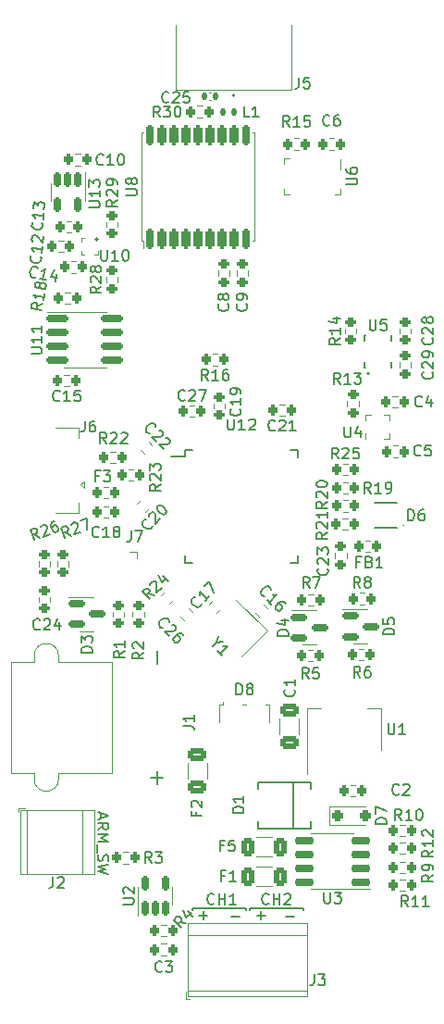
<source format=gto>
G04 #@! TF.GenerationSoftware,KiCad,Pcbnew,7.0.6*
G04 #@! TF.CreationDate,2023-10-29T11:00:38-05:00*
G04 #@! TF.ProjectId,FC,46432e6b-6963-4616-945f-706362585858,V1*
G04 #@! TF.SameCoordinates,Original*
G04 #@! TF.FileFunction,Legend,Top*
G04 #@! TF.FilePolarity,Positive*
%FSLAX46Y46*%
G04 Gerber Fmt 4.6, Leading zero omitted, Abs format (unit mm)*
G04 Created by KiCad (PCBNEW 7.0.6) date 2023-10-29 11:00:38*
%MOMM*%
%LPD*%
G01*
G04 APERTURE LIST*
G04 Aperture macros list*
%AMRoundRect*
0 Rectangle with rounded corners*
0 $1 Rounding radius*
0 $2 $3 $4 $5 $6 $7 $8 $9 X,Y pos of 4 corners*
0 Add a 4 corners polygon primitive as box body*
4,1,4,$2,$3,$4,$5,$6,$7,$8,$9,$2,$3,0*
0 Add four circle primitives for the rounded corners*
1,1,$1+$1,$2,$3*
1,1,$1+$1,$4,$5*
1,1,$1+$1,$6,$7*
1,1,$1+$1,$8,$9*
0 Add four rect primitives between the rounded corners*
20,1,$1+$1,$2,$3,$4,$5,0*
20,1,$1+$1,$4,$5,$6,$7,0*
20,1,$1+$1,$6,$7,$8,$9,0*
20,1,$1+$1,$8,$9,$2,$3,0*%
%AMRotRect*
0 Rectangle, with rotation*
0 The origin of the aperture is its center*
0 $1 length*
0 $2 width*
0 $3 Rotation angle, in degrees counterclockwise*
0 Add horizontal line*
21,1,$1,$2,0,0,$3*%
G04 Aperture macros list end*
%ADD10C,0.150000*%
%ADD11C,0.153000*%
%ADD12C,0.120000*%
%ADD13C,0.127000*%
%ADD14C,0.200000*%
%ADD15C,0.152400*%
%ADD16RoundRect,0.200000X-0.275000X0.200000X-0.275000X-0.200000X0.275000X-0.200000X0.275000X0.200000X0*%
%ADD17RoundRect,0.200000X-0.200000X-0.275000X0.200000X-0.275000X0.200000X0.275000X-0.200000X0.275000X0*%
%ADD18RoundRect,0.150000X0.725000X0.150000X-0.725000X0.150000X-0.725000X-0.150000X0.725000X-0.150000X0*%
%ADD19RoundRect,0.200000X0.200000X0.275000X-0.200000X0.275000X-0.200000X-0.275000X0.200000X-0.275000X0*%
%ADD20R,1.400000X1.270000*%
%ADD21R,4.800000X4.720000*%
%ADD22RoundRect,0.250000X-0.312500X-0.625000X0.312500X-0.625000X0.312500X0.625000X-0.312500X0.625000X0*%
%ADD23R,1.350000X0.400000*%
%ADD24O,1.900000X1.000000*%
%ADD25R,1.900000X0.875000*%
%ADD26O,1.250000X1.050000*%
%ADD27R,1.900000X2.900000*%
%ADD28RoundRect,0.200000X0.275000X-0.200000X0.275000X0.200000X-0.275000X0.200000X-0.275000X-0.200000X0*%
%ADD29RoundRect,0.150000X0.150000X-0.512500X0.150000X0.512500X-0.150000X0.512500X-0.150000X-0.512500X0*%
%ADD30RoundRect,0.150000X-0.587500X-0.150000X0.587500X-0.150000X0.587500X0.150000X-0.587500X0.150000X0*%
%ADD31R,2.100000X2.100000*%
%ADD32C,2.100000*%
%ADD33RoundRect,0.147500X-0.147500X-0.172500X0.147500X-0.172500X0.147500X0.172500X-0.147500X0.172500X0*%
%ADD34RoundRect,0.175000X0.175000X-0.725000X0.175000X0.725000X-0.175000X0.725000X-0.175000X-0.725000X0*%
%ADD35RoundRect,0.200000X0.200000X-0.700000X0.200000X0.700000X-0.200000X0.700000X-0.200000X-0.700000X0*%
%ADD36R,0.250000X0.475000*%
%ADD37R,0.475000X0.250000*%
%ADD38RoundRect,0.250000X-0.250000X-0.250000X0.250000X-0.250000X0.250000X0.250000X-0.250000X0.250000X0*%
%ADD39RoundRect,0.250000X-0.625000X0.312500X-0.625000X-0.312500X0.625000X-0.312500X0.625000X0.312500X0*%
%ADD40RoundRect,0.140000X0.140000X0.170000X-0.140000X0.170000X-0.140000X-0.170000X0.140000X-0.170000X0*%
%ADD41R,1.500000X5.600000*%
%ADD42R,1.600000X4.900000*%
%ADD43R,1.879600X2.260600*%
%ADD44C,3.600000*%
%ADD45C,5.600000*%
%ADD46RoundRect,0.200000X0.053033X-0.335876X0.335876X-0.053033X-0.053033X0.335876X-0.335876X0.053033X0*%
%ADD47R,0.863600X0.558800*%
%ADD48RotRect,1.400000X1.200000X135.000000*%
%ADD49C,0.269000*%
%ADD50R,0.600000X2.200000*%
%ADD51R,3.450000X2.150000*%
%ADD52R,1.500000X0.550000*%
%ADD53R,0.550000X1.500000*%
%ADD54R,0.350000X0.375000*%
%ADD55R,0.375000X0.350000*%
%ADD56RoundRect,0.200000X0.335876X0.053033X0.053033X0.335876X-0.335876X-0.053033X-0.053033X-0.335876X0*%
%ADD57RoundRect,0.200000X-0.335876X-0.053033X-0.053033X-0.335876X0.335876X0.053033X0.053033X0.335876X0*%
%ADD58C,0.990600*%
%ADD59C,0.787400*%
%ADD60RoundRect,0.150000X-0.150000X0.512500X-0.150000X-0.512500X0.150000X-0.512500X0.150000X0.512500X0*%
%ADD61RoundRect,0.250000X0.625000X-0.312500X0.625000X0.312500X-0.625000X0.312500X-0.625000X-0.312500X0*%
%ADD62RoundRect,0.150000X-0.825000X-0.150000X0.825000X-0.150000X0.825000X0.150000X-0.825000X0.150000X0*%
%ADD63C,1.400000*%
%ADD64R,3.500000X3.500000*%
%ADD65C,3.500000*%
%ADD66R,0.550000X0.950000*%
%ADD67R,4.900000X1.600000*%
G04 APERTURE END LIST*
D10*
X179500000Y-155750000D02*
X179500000Y-155950000D01*
X184400000Y-155750000D02*
X184400000Y-155950000D01*
X180000000Y-155750000D02*
X179500000Y-155750000D01*
X180000000Y-155750000D02*
X184400000Y-155750000D01*
X174200000Y-155750000D02*
X174200000Y-155950000D01*
X174700000Y-155750000D02*
X174200000Y-155750000D01*
X179100000Y-155750000D02*
X179100000Y-155950000D01*
X174700000Y-155750000D02*
X179100000Y-155750000D01*
X181208207Y-155324580D02*
X181160588Y-155372200D01*
X181160588Y-155372200D02*
X181017731Y-155419819D01*
X181017731Y-155419819D02*
X180922493Y-155419819D01*
X180922493Y-155419819D02*
X180779636Y-155372200D01*
X180779636Y-155372200D02*
X180684398Y-155276961D01*
X180684398Y-155276961D02*
X180636779Y-155181723D01*
X180636779Y-155181723D02*
X180589160Y-154991247D01*
X180589160Y-154991247D02*
X180589160Y-154848390D01*
X180589160Y-154848390D02*
X180636779Y-154657914D01*
X180636779Y-154657914D02*
X180684398Y-154562676D01*
X180684398Y-154562676D02*
X180779636Y-154467438D01*
X180779636Y-154467438D02*
X180922493Y-154419819D01*
X180922493Y-154419819D02*
X181017731Y-154419819D01*
X181017731Y-154419819D02*
X181160588Y-154467438D01*
X181160588Y-154467438D02*
X181208207Y-154515057D01*
X181636779Y-155419819D02*
X181636779Y-154419819D01*
X181636779Y-154896009D02*
X182208207Y-154896009D01*
X182208207Y-155419819D02*
X182208207Y-154419819D01*
X182636779Y-154515057D02*
X182684398Y-154467438D01*
X182684398Y-154467438D02*
X182779636Y-154419819D01*
X182779636Y-154419819D02*
X183017731Y-154419819D01*
X183017731Y-154419819D02*
X183112969Y-154467438D01*
X183112969Y-154467438D02*
X183160588Y-154515057D01*
X183160588Y-154515057D02*
X183208207Y-154610295D01*
X183208207Y-154610295D02*
X183208207Y-154705533D01*
X183208207Y-154705533D02*
X183160588Y-154848390D01*
X183160588Y-154848390D02*
X182589160Y-155419819D01*
X182589160Y-155419819D02*
X183208207Y-155419819D01*
X176208207Y-155324580D02*
X176160588Y-155372200D01*
X176160588Y-155372200D02*
X176017731Y-155419819D01*
X176017731Y-155419819D02*
X175922493Y-155419819D01*
X175922493Y-155419819D02*
X175779636Y-155372200D01*
X175779636Y-155372200D02*
X175684398Y-155276961D01*
X175684398Y-155276961D02*
X175636779Y-155181723D01*
X175636779Y-155181723D02*
X175589160Y-154991247D01*
X175589160Y-154991247D02*
X175589160Y-154848390D01*
X175589160Y-154848390D02*
X175636779Y-154657914D01*
X175636779Y-154657914D02*
X175684398Y-154562676D01*
X175684398Y-154562676D02*
X175779636Y-154467438D01*
X175779636Y-154467438D02*
X175922493Y-154419819D01*
X175922493Y-154419819D02*
X176017731Y-154419819D01*
X176017731Y-154419819D02*
X176160588Y-154467438D01*
X176160588Y-154467438D02*
X176208207Y-154515057D01*
X176636779Y-155419819D02*
X176636779Y-154419819D01*
X176636779Y-154896009D02*
X177208207Y-154896009D01*
X177208207Y-155419819D02*
X177208207Y-154419819D01*
X178208207Y-155419819D02*
X177636779Y-155419819D01*
X177922493Y-155419819D02*
X177922493Y-154419819D01*
X177922493Y-154419819D02*
X177827255Y-154562676D01*
X177827255Y-154562676D02*
X177732017Y-154657914D01*
X177732017Y-154657914D02*
X177636779Y-154705533D01*
X182736779Y-156538866D02*
X183498684Y-156538866D01*
X177736779Y-156538866D02*
X178498684Y-156538866D01*
X180136779Y-156438866D02*
X180898684Y-156438866D01*
X180517731Y-156819819D02*
X180517731Y-156057914D01*
X174836779Y-156438866D02*
X175598684Y-156438866D01*
X175217731Y-156819819D02*
X175217731Y-156057914D01*
X165843729Y-147093034D02*
X165843729Y-147569224D01*
X165558014Y-146997796D02*
X166558014Y-147331129D01*
X166558014Y-147331129D02*
X165558014Y-147664462D01*
X165558014Y-148569224D02*
X166034205Y-148235891D01*
X165558014Y-147997796D02*
X166558014Y-147997796D01*
X166558014Y-147997796D02*
X166558014Y-148378748D01*
X166558014Y-148378748D02*
X166510395Y-148473986D01*
X166510395Y-148473986D02*
X166462776Y-148521605D01*
X166462776Y-148521605D02*
X166367538Y-148569224D01*
X166367538Y-148569224D02*
X166224681Y-148569224D01*
X166224681Y-148569224D02*
X166129443Y-148521605D01*
X166129443Y-148521605D02*
X166081824Y-148473986D01*
X166081824Y-148473986D02*
X166034205Y-148378748D01*
X166034205Y-148378748D02*
X166034205Y-147997796D01*
X165558014Y-148997796D02*
X166558014Y-148997796D01*
X166558014Y-148997796D02*
X165843729Y-149331129D01*
X165843729Y-149331129D02*
X166558014Y-149664462D01*
X166558014Y-149664462D02*
X165558014Y-149664462D01*
X165462776Y-149902558D02*
X165462776Y-150664462D01*
X165605634Y-150854939D02*
X165558014Y-150997796D01*
X165558014Y-150997796D02*
X165558014Y-151235891D01*
X165558014Y-151235891D02*
X165605634Y-151331129D01*
X165605634Y-151331129D02*
X165653253Y-151378748D01*
X165653253Y-151378748D02*
X165748491Y-151426367D01*
X165748491Y-151426367D02*
X165843729Y-151426367D01*
X165843729Y-151426367D02*
X165938967Y-151378748D01*
X165938967Y-151378748D02*
X165986586Y-151331129D01*
X165986586Y-151331129D02*
X166034205Y-151235891D01*
X166034205Y-151235891D02*
X166081824Y-151045415D01*
X166081824Y-151045415D02*
X166129443Y-150950177D01*
X166129443Y-150950177D02*
X166177062Y-150902558D01*
X166177062Y-150902558D02*
X166272300Y-150854939D01*
X166272300Y-150854939D02*
X166367538Y-150854939D01*
X166367538Y-150854939D02*
X166462776Y-150902558D01*
X166462776Y-150902558D02*
X166510395Y-150950177D01*
X166510395Y-150950177D02*
X166558014Y-151045415D01*
X166558014Y-151045415D02*
X166558014Y-151283510D01*
X166558014Y-151283510D02*
X166510395Y-151426367D01*
X166558014Y-151759701D02*
X165558014Y-151997796D01*
X165558014Y-151997796D02*
X166272300Y-152188272D01*
X166272300Y-152188272D02*
X165558014Y-152378748D01*
X165558014Y-152378748D02*
X166558014Y-152616844D01*
X186559580Y-124692857D02*
X186607200Y-124740476D01*
X186607200Y-124740476D02*
X186654819Y-124883333D01*
X186654819Y-124883333D02*
X186654819Y-124978571D01*
X186654819Y-124978571D02*
X186607200Y-125121428D01*
X186607200Y-125121428D02*
X186511961Y-125216666D01*
X186511961Y-125216666D02*
X186416723Y-125264285D01*
X186416723Y-125264285D02*
X186226247Y-125311904D01*
X186226247Y-125311904D02*
X186083390Y-125311904D01*
X186083390Y-125311904D02*
X185892914Y-125264285D01*
X185892914Y-125264285D02*
X185797676Y-125216666D01*
X185797676Y-125216666D02*
X185702438Y-125121428D01*
X185702438Y-125121428D02*
X185654819Y-124978571D01*
X185654819Y-124978571D02*
X185654819Y-124883333D01*
X185654819Y-124883333D02*
X185702438Y-124740476D01*
X185702438Y-124740476D02*
X185750057Y-124692857D01*
X185750057Y-124311904D02*
X185702438Y-124264285D01*
X185702438Y-124264285D02*
X185654819Y-124169047D01*
X185654819Y-124169047D02*
X185654819Y-123930952D01*
X185654819Y-123930952D02*
X185702438Y-123835714D01*
X185702438Y-123835714D02*
X185750057Y-123788095D01*
X185750057Y-123788095D02*
X185845295Y-123740476D01*
X185845295Y-123740476D02*
X185940533Y-123740476D01*
X185940533Y-123740476D02*
X186083390Y-123788095D01*
X186083390Y-123788095D02*
X186654819Y-124359523D01*
X186654819Y-124359523D02*
X186654819Y-123740476D01*
X185654819Y-123407142D02*
X185654819Y-122788095D01*
X185654819Y-122788095D02*
X186035771Y-123121428D01*
X186035771Y-123121428D02*
X186035771Y-122978571D01*
X186035771Y-122978571D02*
X186083390Y-122883333D01*
X186083390Y-122883333D02*
X186131009Y-122835714D01*
X186131009Y-122835714D02*
X186226247Y-122788095D01*
X186226247Y-122788095D02*
X186464342Y-122788095D01*
X186464342Y-122788095D02*
X186559580Y-122835714D01*
X186559580Y-122835714D02*
X186607200Y-122883333D01*
X186607200Y-122883333D02*
X186654819Y-122978571D01*
X186654819Y-122978571D02*
X186654819Y-123264285D01*
X186654819Y-123264285D02*
X186607200Y-123359523D01*
X186607200Y-123359523D02*
X186559580Y-123407142D01*
X173532142Y-109254580D02*
X173484523Y-109302200D01*
X173484523Y-109302200D02*
X173341666Y-109349819D01*
X173341666Y-109349819D02*
X173246428Y-109349819D01*
X173246428Y-109349819D02*
X173103571Y-109302200D01*
X173103571Y-109302200D02*
X173008333Y-109206961D01*
X173008333Y-109206961D02*
X172960714Y-109111723D01*
X172960714Y-109111723D02*
X172913095Y-108921247D01*
X172913095Y-108921247D02*
X172913095Y-108778390D01*
X172913095Y-108778390D02*
X172960714Y-108587914D01*
X172960714Y-108587914D02*
X173008333Y-108492676D01*
X173008333Y-108492676D02*
X173103571Y-108397438D01*
X173103571Y-108397438D02*
X173246428Y-108349819D01*
X173246428Y-108349819D02*
X173341666Y-108349819D01*
X173341666Y-108349819D02*
X173484523Y-108397438D01*
X173484523Y-108397438D02*
X173532142Y-108445057D01*
X173913095Y-108445057D02*
X173960714Y-108397438D01*
X173960714Y-108397438D02*
X174055952Y-108349819D01*
X174055952Y-108349819D02*
X174294047Y-108349819D01*
X174294047Y-108349819D02*
X174389285Y-108397438D01*
X174389285Y-108397438D02*
X174436904Y-108445057D01*
X174436904Y-108445057D02*
X174484523Y-108540295D01*
X174484523Y-108540295D02*
X174484523Y-108635533D01*
X174484523Y-108635533D02*
X174436904Y-108778390D01*
X174436904Y-108778390D02*
X173865476Y-109349819D01*
X173865476Y-109349819D02*
X174484523Y-109349819D01*
X174817857Y-108349819D02*
X175484523Y-108349819D01*
X175484523Y-108349819D02*
X175055952Y-109349819D01*
X186275595Y-154304819D02*
X186275595Y-155114342D01*
X186275595Y-155114342D02*
X186323214Y-155209580D01*
X186323214Y-155209580D02*
X186370833Y-155257200D01*
X186370833Y-155257200D02*
X186466071Y-155304819D01*
X186466071Y-155304819D02*
X186656547Y-155304819D01*
X186656547Y-155304819D02*
X186751785Y-155257200D01*
X186751785Y-155257200D02*
X186799404Y-155209580D01*
X186799404Y-155209580D02*
X186847023Y-155114342D01*
X186847023Y-155114342D02*
X186847023Y-154304819D01*
X187227976Y-154304819D02*
X187847023Y-154304819D01*
X187847023Y-154304819D02*
X187513690Y-154685771D01*
X187513690Y-154685771D02*
X187656547Y-154685771D01*
X187656547Y-154685771D02*
X187751785Y-154733390D01*
X187751785Y-154733390D02*
X187799404Y-154781009D01*
X187799404Y-154781009D02*
X187847023Y-154876247D01*
X187847023Y-154876247D02*
X187847023Y-155114342D01*
X187847023Y-155114342D02*
X187799404Y-155209580D01*
X187799404Y-155209580D02*
X187751785Y-155257200D01*
X187751785Y-155257200D02*
X187656547Y-155304819D01*
X187656547Y-155304819D02*
X187370833Y-155304819D01*
X187370833Y-155304819D02*
X187275595Y-155257200D01*
X187275595Y-155257200D02*
X187227976Y-155209580D01*
X159904468Y-98042487D02*
X159849304Y-98081113D01*
X159849304Y-98081113D02*
X159700348Y-98103202D01*
X159700348Y-98103202D02*
X159606557Y-98086664D01*
X159606557Y-98086664D02*
X159474139Y-98014962D01*
X159474139Y-98014962D02*
X159396885Y-97904632D01*
X159396885Y-97904632D02*
X159366528Y-97802572D01*
X159366528Y-97802572D02*
X159352708Y-97606721D01*
X159352708Y-97606721D02*
X159377515Y-97466034D01*
X159377515Y-97466034D02*
X159457486Y-97286721D01*
X159457486Y-97286721D02*
X159520920Y-97201198D01*
X159520920Y-97201198D02*
X159631249Y-97123945D01*
X159631249Y-97123945D02*
X159780205Y-97101856D01*
X159780205Y-97101856D02*
X159873996Y-97118394D01*
X159873996Y-97118394D02*
X160006414Y-97190097D01*
X160006414Y-97190097D02*
X160045041Y-97245261D01*
X160825842Y-98301657D02*
X160263095Y-98202430D01*
X160544469Y-98252043D02*
X160718117Y-97267236D01*
X160718117Y-97267236D02*
X160599519Y-97391384D01*
X160599519Y-97391384D02*
X160489190Y-97468638D01*
X160489190Y-97468638D02*
X160387130Y-97498995D01*
X161785729Y-97793960D02*
X161669963Y-98450498D01*
X161617402Y-97377450D02*
X161258890Y-98039540D01*
X161258890Y-98039540D02*
X161868533Y-98147036D01*
X160536278Y-100512069D02*
X160009439Y-100757648D01*
X160437050Y-101074816D02*
X159452243Y-100901168D01*
X159452243Y-100901168D02*
X159518394Y-100526003D01*
X159518394Y-100526003D02*
X159581828Y-100440481D01*
X159581828Y-100440481D02*
X159636992Y-100401854D01*
X159636992Y-100401854D02*
X159739053Y-100371496D01*
X159739053Y-100371496D02*
X159879739Y-100396303D01*
X159879739Y-100396303D02*
X159965262Y-100459737D01*
X159965262Y-100459737D02*
X160003888Y-100514901D01*
X160003888Y-100514901D02*
X160034246Y-100616962D01*
X160034246Y-100616962D02*
X159968094Y-100992126D01*
X160701657Y-99574157D02*
X160602430Y-100136904D01*
X160652043Y-99855530D02*
X159667236Y-99681882D01*
X159667236Y-99681882D02*
X159791384Y-99800480D01*
X159791384Y-99800480D02*
X159868638Y-99910809D01*
X159868638Y-99910809D02*
X159898995Y-100012869D01*
X160238137Y-98912182D02*
X160174704Y-98997704D01*
X160174704Y-98997704D02*
X160119539Y-99036331D01*
X160119539Y-99036331D02*
X160017479Y-99066688D01*
X160017479Y-99066688D02*
X159970583Y-99058419D01*
X159970583Y-99058419D02*
X159885061Y-98994986D01*
X159885061Y-98994986D02*
X159846435Y-98939821D01*
X159846435Y-98939821D02*
X159816077Y-98837761D01*
X159816077Y-98837761D02*
X159849153Y-98650179D01*
X159849153Y-98650179D02*
X159912586Y-98564656D01*
X159912586Y-98564656D02*
X159967751Y-98526030D01*
X159967751Y-98526030D02*
X160069811Y-98495672D01*
X160069811Y-98495672D02*
X160116707Y-98503941D01*
X160116707Y-98503941D02*
X160202229Y-98567375D01*
X160202229Y-98567375D02*
X160240855Y-98622539D01*
X160240855Y-98622539D02*
X160271213Y-98724599D01*
X160271213Y-98724599D02*
X160238137Y-98912182D01*
X160238137Y-98912182D02*
X160268495Y-99014242D01*
X160268495Y-99014242D02*
X160307122Y-99069406D01*
X160307122Y-99069406D02*
X160392644Y-99132840D01*
X160392644Y-99132840D02*
X160580226Y-99165916D01*
X160580226Y-99165916D02*
X160682287Y-99135558D01*
X160682287Y-99135558D02*
X160737451Y-99096932D01*
X160737451Y-99096932D02*
X160800885Y-99011409D01*
X160800885Y-99011409D02*
X160833960Y-98823827D01*
X160833960Y-98823827D02*
X160803603Y-98721767D01*
X160803603Y-98721767D02*
X160764976Y-98666602D01*
X160764976Y-98666602D02*
X160679454Y-98603169D01*
X160679454Y-98603169D02*
X160491871Y-98570093D01*
X160491871Y-98570093D02*
X160389811Y-98600450D01*
X160389811Y-98600450D02*
X160334647Y-98639077D01*
X160334647Y-98639077D02*
X160271213Y-98724599D01*
X196159580Y-106730357D02*
X196207200Y-106777976D01*
X196207200Y-106777976D02*
X196254819Y-106920833D01*
X196254819Y-106920833D02*
X196254819Y-107016071D01*
X196254819Y-107016071D02*
X196207200Y-107158928D01*
X196207200Y-107158928D02*
X196111961Y-107254166D01*
X196111961Y-107254166D02*
X196016723Y-107301785D01*
X196016723Y-107301785D02*
X195826247Y-107349404D01*
X195826247Y-107349404D02*
X195683390Y-107349404D01*
X195683390Y-107349404D02*
X195492914Y-107301785D01*
X195492914Y-107301785D02*
X195397676Y-107254166D01*
X195397676Y-107254166D02*
X195302438Y-107158928D01*
X195302438Y-107158928D02*
X195254819Y-107016071D01*
X195254819Y-107016071D02*
X195254819Y-106920833D01*
X195254819Y-106920833D02*
X195302438Y-106777976D01*
X195302438Y-106777976D02*
X195350057Y-106730357D01*
X195350057Y-106349404D02*
X195302438Y-106301785D01*
X195302438Y-106301785D02*
X195254819Y-106206547D01*
X195254819Y-106206547D02*
X195254819Y-105968452D01*
X195254819Y-105968452D02*
X195302438Y-105873214D01*
X195302438Y-105873214D02*
X195350057Y-105825595D01*
X195350057Y-105825595D02*
X195445295Y-105777976D01*
X195445295Y-105777976D02*
X195540533Y-105777976D01*
X195540533Y-105777976D02*
X195683390Y-105825595D01*
X195683390Y-105825595D02*
X196254819Y-106397023D01*
X196254819Y-106397023D02*
X196254819Y-105777976D01*
X196254819Y-105301785D02*
X196254819Y-105111309D01*
X196254819Y-105111309D02*
X196207200Y-105016071D01*
X196207200Y-105016071D02*
X196159580Y-104968452D01*
X196159580Y-104968452D02*
X196016723Y-104873214D01*
X196016723Y-104873214D02*
X195826247Y-104825595D01*
X195826247Y-104825595D02*
X195445295Y-104825595D01*
X195445295Y-104825595D02*
X195350057Y-104873214D01*
X195350057Y-104873214D02*
X195302438Y-104920833D01*
X195302438Y-104920833D02*
X195254819Y-105016071D01*
X195254819Y-105016071D02*
X195254819Y-105206547D01*
X195254819Y-105206547D02*
X195302438Y-105301785D01*
X195302438Y-105301785D02*
X195350057Y-105349404D01*
X195350057Y-105349404D02*
X195445295Y-105397023D01*
X195445295Y-105397023D02*
X195683390Y-105397023D01*
X195683390Y-105397023D02*
X195778628Y-105349404D01*
X195778628Y-105349404D02*
X195826247Y-105301785D01*
X195826247Y-105301785D02*
X195873866Y-105206547D01*
X195873866Y-105206547D02*
X195873866Y-105016071D01*
X195873866Y-105016071D02*
X195826247Y-104920833D01*
X195826247Y-104920833D02*
X195778628Y-104873214D01*
X195778628Y-104873214D02*
X195683390Y-104825595D01*
X178236905Y-136227319D02*
X178236905Y-135227319D01*
X178236905Y-135227319D02*
X178475000Y-135227319D01*
X178475000Y-135227319D02*
X178617857Y-135274938D01*
X178617857Y-135274938D02*
X178713095Y-135370176D01*
X178713095Y-135370176D02*
X178760714Y-135465414D01*
X178760714Y-135465414D02*
X178808333Y-135655890D01*
X178808333Y-135655890D02*
X178808333Y-135798747D01*
X178808333Y-135798747D02*
X178760714Y-135989223D01*
X178760714Y-135989223D02*
X178713095Y-136084461D01*
X178713095Y-136084461D02*
X178617857Y-136179700D01*
X178617857Y-136179700D02*
X178475000Y-136227319D01*
X178475000Y-136227319D02*
X178236905Y-136227319D01*
X179379762Y-135655890D02*
X179284524Y-135608271D01*
X179284524Y-135608271D02*
X179236905Y-135560652D01*
X179236905Y-135560652D02*
X179189286Y-135465414D01*
X179189286Y-135465414D02*
X179189286Y-135417795D01*
X179189286Y-135417795D02*
X179236905Y-135322557D01*
X179236905Y-135322557D02*
X179284524Y-135274938D01*
X179284524Y-135274938D02*
X179379762Y-135227319D01*
X179379762Y-135227319D02*
X179570238Y-135227319D01*
X179570238Y-135227319D02*
X179665476Y-135274938D01*
X179665476Y-135274938D02*
X179713095Y-135322557D01*
X179713095Y-135322557D02*
X179760714Y-135417795D01*
X179760714Y-135417795D02*
X179760714Y-135465414D01*
X179760714Y-135465414D02*
X179713095Y-135560652D01*
X179713095Y-135560652D02*
X179665476Y-135608271D01*
X179665476Y-135608271D02*
X179570238Y-135655890D01*
X179570238Y-135655890D02*
X179379762Y-135655890D01*
X179379762Y-135655890D02*
X179284524Y-135703509D01*
X179284524Y-135703509D02*
X179236905Y-135751128D01*
X179236905Y-135751128D02*
X179189286Y-135846366D01*
X179189286Y-135846366D02*
X179189286Y-136036842D01*
X179189286Y-136036842D02*
X179236905Y-136132080D01*
X179236905Y-136132080D02*
X179284524Y-136179700D01*
X179284524Y-136179700D02*
X179379762Y-136227319D01*
X179379762Y-136227319D02*
X179570238Y-136227319D01*
X179570238Y-136227319D02*
X179665476Y-136179700D01*
X179665476Y-136179700D02*
X179713095Y-136132080D01*
X179713095Y-136132080D02*
X179760714Y-136036842D01*
X179760714Y-136036842D02*
X179760714Y-135846366D01*
X179760714Y-135846366D02*
X179713095Y-135751128D01*
X179713095Y-135751128D02*
X179665476Y-135703509D01*
X179665476Y-135703509D02*
X179570238Y-135655890D01*
X193133333Y-145309580D02*
X193085714Y-145357200D01*
X193085714Y-145357200D02*
X192942857Y-145404819D01*
X192942857Y-145404819D02*
X192847619Y-145404819D01*
X192847619Y-145404819D02*
X192704762Y-145357200D01*
X192704762Y-145357200D02*
X192609524Y-145261961D01*
X192609524Y-145261961D02*
X192561905Y-145166723D01*
X192561905Y-145166723D02*
X192514286Y-144976247D01*
X192514286Y-144976247D02*
X192514286Y-144833390D01*
X192514286Y-144833390D02*
X192561905Y-144642914D01*
X192561905Y-144642914D02*
X192609524Y-144547676D01*
X192609524Y-144547676D02*
X192704762Y-144452438D01*
X192704762Y-144452438D02*
X192847619Y-144404819D01*
X192847619Y-144404819D02*
X192942857Y-144404819D01*
X192942857Y-144404819D02*
X193085714Y-144452438D01*
X193085714Y-144452438D02*
X193133333Y-144500057D01*
X193514286Y-144500057D02*
X193561905Y-144452438D01*
X193561905Y-144452438D02*
X193657143Y-144404819D01*
X193657143Y-144404819D02*
X193895238Y-144404819D01*
X193895238Y-144404819D02*
X193990476Y-144452438D01*
X193990476Y-144452438D02*
X194038095Y-144500057D01*
X194038095Y-144500057D02*
X194085714Y-144595295D01*
X194085714Y-144595295D02*
X194085714Y-144690533D01*
X194085714Y-144690533D02*
X194038095Y-144833390D01*
X194038095Y-144833390D02*
X193466667Y-145404819D01*
X193466667Y-145404819D02*
X194085714Y-145404819D01*
X177166666Y-152781009D02*
X176833333Y-152781009D01*
X176833333Y-153304819D02*
X176833333Y-152304819D01*
X176833333Y-152304819D02*
X177309523Y-152304819D01*
X178214285Y-153304819D02*
X177642857Y-153304819D01*
X177928571Y-153304819D02*
X177928571Y-152304819D01*
X177928571Y-152304819D02*
X177833333Y-152447676D01*
X177833333Y-152447676D02*
X177738095Y-152542914D01*
X177738095Y-152542914D02*
X177642857Y-152590533D01*
X164366666Y-111204819D02*
X164366666Y-111919104D01*
X164366666Y-111919104D02*
X164319047Y-112061961D01*
X164319047Y-112061961D02*
X164223809Y-112157200D01*
X164223809Y-112157200D02*
X164080952Y-112204819D01*
X164080952Y-112204819D02*
X163985714Y-112204819D01*
X165271428Y-111204819D02*
X165080952Y-111204819D01*
X165080952Y-111204819D02*
X164985714Y-111252438D01*
X164985714Y-111252438D02*
X164938095Y-111300057D01*
X164938095Y-111300057D02*
X164842857Y-111442914D01*
X164842857Y-111442914D02*
X164795238Y-111633390D01*
X164795238Y-111633390D02*
X164795238Y-112014342D01*
X164795238Y-112014342D02*
X164842857Y-112109580D01*
X164842857Y-112109580D02*
X164890476Y-112157200D01*
X164890476Y-112157200D02*
X164985714Y-112204819D01*
X164985714Y-112204819D02*
X165176190Y-112204819D01*
X165176190Y-112204819D02*
X165271428Y-112157200D01*
X165271428Y-112157200D02*
X165319047Y-112109580D01*
X165319047Y-112109580D02*
X165366666Y-112014342D01*
X165366666Y-112014342D02*
X165366666Y-111776247D01*
X165366666Y-111776247D02*
X165319047Y-111681009D01*
X165319047Y-111681009D02*
X165271428Y-111633390D01*
X165271428Y-111633390D02*
X165176190Y-111585771D01*
X165176190Y-111585771D02*
X164985714Y-111585771D01*
X164985714Y-111585771D02*
X164890476Y-111633390D01*
X164890476Y-111633390D02*
X164842857Y-111681009D01*
X164842857Y-111681009D02*
X164795238Y-111776247D01*
X183107142Y-84304819D02*
X182773809Y-83828628D01*
X182535714Y-84304819D02*
X182535714Y-83304819D01*
X182535714Y-83304819D02*
X182916666Y-83304819D01*
X182916666Y-83304819D02*
X183011904Y-83352438D01*
X183011904Y-83352438D02*
X183059523Y-83400057D01*
X183059523Y-83400057D02*
X183107142Y-83495295D01*
X183107142Y-83495295D02*
X183107142Y-83638152D01*
X183107142Y-83638152D02*
X183059523Y-83733390D01*
X183059523Y-83733390D02*
X183011904Y-83781009D01*
X183011904Y-83781009D02*
X182916666Y-83828628D01*
X182916666Y-83828628D02*
X182535714Y-83828628D01*
X184059523Y-84304819D02*
X183488095Y-84304819D01*
X183773809Y-84304819D02*
X183773809Y-83304819D01*
X183773809Y-83304819D02*
X183678571Y-83447676D01*
X183678571Y-83447676D02*
X183583333Y-83542914D01*
X183583333Y-83542914D02*
X183488095Y-83590533D01*
X184964285Y-83304819D02*
X184488095Y-83304819D01*
X184488095Y-83304819D02*
X184440476Y-83781009D01*
X184440476Y-83781009D02*
X184488095Y-83733390D01*
X184488095Y-83733390D02*
X184583333Y-83685771D01*
X184583333Y-83685771D02*
X184821428Y-83685771D01*
X184821428Y-83685771D02*
X184916666Y-83733390D01*
X184916666Y-83733390D02*
X184964285Y-83781009D01*
X184964285Y-83781009D02*
X185011904Y-83876247D01*
X185011904Y-83876247D02*
X185011904Y-84114342D01*
X185011904Y-84114342D02*
X184964285Y-84209580D01*
X184964285Y-84209580D02*
X184916666Y-84257200D01*
X184916666Y-84257200D02*
X184821428Y-84304819D01*
X184821428Y-84304819D02*
X184583333Y-84304819D01*
X184583333Y-84304819D02*
X184488095Y-84257200D01*
X184488095Y-84257200D02*
X184440476Y-84209580D01*
X187737319Y-103630357D02*
X187261128Y-103963690D01*
X187737319Y-104201785D02*
X186737319Y-104201785D01*
X186737319Y-104201785D02*
X186737319Y-103820833D01*
X186737319Y-103820833D02*
X186784938Y-103725595D01*
X186784938Y-103725595D02*
X186832557Y-103677976D01*
X186832557Y-103677976D02*
X186927795Y-103630357D01*
X186927795Y-103630357D02*
X187070652Y-103630357D01*
X187070652Y-103630357D02*
X187165890Y-103677976D01*
X187165890Y-103677976D02*
X187213509Y-103725595D01*
X187213509Y-103725595D02*
X187261128Y-103820833D01*
X187261128Y-103820833D02*
X187261128Y-104201785D01*
X187737319Y-102677976D02*
X187737319Y-103249404D01*
X187737319Y-102963690D02*
X186737319Y-102963690D01*
X186737319Y-102963690D02*
X186880176Y-103058928D01*
X186880176Y-103058928D02*
X186975414Y-103154166D01*
X186975414Y-103154166D02*
X187023033Y-103249404D01*
X187070652Y-101820833D02*
X187737319Y-101820833D01*
X186689700Y-102058928D02*
X187403985Y-102297023D01*
X187403985Y-102297023D02*
X187403985Y-101677976D01*
X167879819Y-155396279D02*
X168689342Y-155396279D01*
X168689342Y-155396279D02*
X168784580Y-155348660D01*
X168784580Y-155348660D02*
X168832200Y-155301041D01*
X168832200Y-155301041D02*
X168879819Y-155205803D01*
X168879819Y-155205803D02*
X168879819Y-155015327D01*
X168879819Y-155015327D02*
X168832200Y-154920089D01*
X168832200Y-154920089D02*
X168784580Y-154872470D01*
X168784580Y-154872470D02*
X168689342Y-154824851D01*
X168689342Y-154824851D02*
X167879819Y-154824851D01*
X167975057Y-154396279D02*
X167927438Y-154348660D01*
X167927438Y-154348660D02*
X167879819Y-154253422D01*
X167879819Y-154253422D02*
X167879819Y-154015327D01*
X167879819Y-154015327D02*
X167927438Y-153920089D01*
X167927438Y-153920089D02*
X167975057Y-153872470D01*
X167975057Y-153872470D02*
X168070295Y-153824851D01*
X168070295Y-153824851D02*
X168165533Y-153824851D01*
X168165533Y-153824851D02*
X168308390Y-153872470D01*
X168308390Y-153872470D02*
X168879819Y-154443898D01*
X168879819Y-154443898D02*
X168879819Y-153824851D01*
X186554819Y-121392857D02*
X186078628Y-121726190D01*
X186554819Y-121964285D02*
X185554819Y-121964285D01*
X185554819Y-121964285D02*
X185554819Y-121583333D01*
X185554819Y-121583333D02*
X185602438Y-121488095D01*
X185602438Y-121488095D02*
X185650057Y-121440476D01*
X185650057Y-121440476D02*
X185745295Y-121392857D01*
X185745295Y-121392857D02*
X185888152Y-121392857D01*
X185888152Y-121392857D02*
X185983390Y-121440476D01*
X185983390Y-121440476D02*
X186031009Y-121488095D01*
X186031009Y-121488095D02*
X186078628Y-121583333D01*
X186078628Y-121583333D02*
X186078628Y-121964285D01*
X185650057Y-121011904D02*
X185602438Y-120964285D01*
X185602438Y-120964285D02*
X185554819Y-120869047D01*
X185554819Y-120869047D02*
X185554819Y-120630952D01*
X185554819Y-120630952D02*
X185602438Y-120535714D01*
X185602438Y-120535714D02*
X185650057Y-120488095D01*
X185650057Y-120488095D02*
X185745295Y-120440476D01*
X185745295Y-120440476D02*
X185840533Y-120440476D01*
X185840533Y-120440476D02*
X185983390Y-120488095D01*
X185983390Y-120488095D02*
X186554819Y-121059523D01*
X186554819Y-121059523D02*
X186554819Y-120440476D01*
X186554819Y-119488095D02*
X186554819Y-120059523D01*
X186554819Y-119773809D02*
X185554819Y-119773809D01*
X185554819Y-119773809D02*
X185697676Y-119869047D01*
X185697676Y-119869047D02*
X185792914Y-119964285D01*
X185792914Y-119964285D02*
X185840533Y-120059523D01*
X165054819Y-132388094D02*
X164054819Y-132388094D01*
X164054819Y-132388094D02*
X164054819Y-132149999D01*
X164054819Y-132149999D02*
X164102438Y-132007142D01*
X164102438Y-132007142D02*
X164197676Y-131911904D01*
X164197676Y-131911904D02*
X164292914Y-131864285D01*
X164292914Y-131864285D02*
X164483390Y-131816666D01*
X164483390Y-131816666D02*
X164626247Y-131816666D01*
X164626247Y-131816666D02*
X164816723Y-131864285D01*
X164816723Y-131864285D02*
X164911961Y-131911904D01*
X164911961Y-131911904D02*
X165007200Y-132007142D01*
X165007200Y-132007142D02*
X165054819Y-132149999D01*
X165054819Y-132149999D02*
X165054819Y-132388094D01*
X164054819Y-131483332D02*
X164054819Y-130864285D01*
X164054819Y-130864285D02*
X164435771Y-131197618D01*
X164435771Y-131197618D02*
X164435771Y-131054761D01*
X164435771Y-131054761D02*
X164483390Y-130959523D01*
X164483390Y-130959523D02*
X164531009Y-130911904D01*
X164531009Y-130911904D02*
X164626247Y-130864285D01*
X164626247Y-130864285D02*
X164864342Y-130864285D01*
X164864342Y-130864285D02*
X164959580Y-130911904D01*
X164959580Y-130911904D02*
X165007200Y-130959523D01*
X165007200Y-130959523D02*
X165054819Y-131054761D01*
X165054819Y-131054761D02*
X165054819Y-131340475D01*
X165054819Y-131340475D02*
X165007200Y-131435713D01*
X165007200Y-131435713D02*
X164959580Y-131483332D01*
X185366666Y-161804819D02*
X185366666Y-162519104D01*
X185366666Y-162519104D02*
X185319047Y-162661961D01*
X185319047Y-162661961D02*
X185223809Y-162757200D01*
X185223809Y-162757200D02*
X185080952Y-162804819D01*
X185080952Y-162804819D02*
X184985714Y-162804819D01*
X185747619Y-161804819D02*
X186366666Y-161804819D01*
X186366666Y-161804819D02*
X186033333Y-162185771D01*
X186033333Y-162185771D02*
X186176190Y-162185771D01*
X186176190Y-162185771D02*
X186271428Y-162233390D01*
X186271428Y-162233390D02*
X186319047Y-162281009D01*
X186319047Y-162281009D02*
X186366666Y-162376247D01*
X186366666Y-162376247D02*
X186366666Y-162614342D01*
X186366666Y-162614342D02*
X186319047Y-162709580D01*
X186319047Y-162709580D02*
X186271428Y-162757200D01*
X186271428Y-162757200D02*
X186176190Y-162804819D01*
X186176190Y-162804819D02*
X185890476Y-162804819D01*
X185890476Y-162804819D02*
X185795238Y-162757200D01*
X185795238Y-162757200D02*
X185747619Y-162709580D01*
X179433333Y-83404819D02*
X178957143Y-83404819D01*
X178957143Y-83404819D02*
X178957143Y-82404819D01*
X180290476Y-83404819D02*
X179719048Y-83404819D01*
X180004762Y-83404819D02*
X180004762Y-82404819D01*
X180004762Y-82404819D02*
X179909524Y-82547676D01*
X179909524Y-82547676D02*
X179814286Y-82642914D01*
X179814286Y-82642914D02*
X179719048Y-82690533D01*
X195233333Y-109809580D02*
X195185714Y-109857200D01*
X195185714Y-109857200D02*
X195042857Y-109904819D01*
X195042857Y-109904819D02*
X194947619Y-109904819D01*
X194947619Y-109904819D02*
X194804762Y-109857200D01*
X194804762Y-109857200D02*
X194709524Y-109761961D01*
X194709524Y-109761961D02*
X194661905Y-109666723D01*
X194661905Y-109666723D02*
X194614286Y-109476247D01*
X194614286Y-109476247D02*
X194614286Y-109333390D01*
X194614286Y-109333390D02*
X194661905Y-109142914D01*
X194661905Y-109142914D02*
X194709524Y-109047676D01*
X194709524Y-109047676D02*
X194804762Y-108952438D01*
X194804762Y-108952438D02*
X194947619Y-108904819D01*
X194947619Y-108904819D02*
X195042857Y-108904819D01*
X195042857Y-108904819D02*
X195185714Y-108952438D01*
X195185714Y-108952438D02*
X195233333Y-109000057D01*
X196090476Y-109238152D02*
X196090476Y-109904819D01*
X195852381Y-108857200D02*
X195614286Y-109571485D01*
X195614286Y-109571485D02*
X196233333Y-109571485D01*
X165874819Y-98917857D02*
X165398628Y-99251190D01*
X165874819Y-99489285D02*
X164874819Y-99489285D01*
X164874819Y-99489285D02*
X164874819Y-99108333D01*
X164874819Y-99108333D02*
X164922438Y-99013095D01*
X164922438Y-99013095D02*
X164970057Y-98965476D01*
X164970057Y-98965476D02*
X165065295Y-98917857D01*
X165065295Y-98917857D02*
X165208152Y-98917857D01*
X165208152Y-98917857D02*
X165303390Y-98965476D01*
X165303390Y-98965476D02*
X165351009Y-99013095D01*
X165351009Y-99013095D02*
X165398628Y-99108333D01*
X165398628Y-99108333D02*
X165398628Y-99489285D01*
X164970057Y-98536904D02*
X164922438Y-98489285D01*
X164922438Y-98489285D02*
X164874819Y-98394047D01*
X164874819Y-98394047D02*
X164874819Y-98155952D01*
X164874819Y-98155952D02*
X164922438Y-98060714D01*
X164922438Y-98060714D02*
X164970057Y-98013095D01*
X164970057Y-98013095D02*
X165065295Y-97965476D01*
X165065295Y-97965476D02*
X165160533Y-97965476D01*
X165160533Y-97965476D02*
X165303390Y-98013095D01*
X165303390Y-98013095D02*
X165874819Y-98584523D01*
X165874819Y-98584523D02*
X165874819Y-97965476D01*
X165303390Y-97394047D02*
X165255771Y-97489285D01*
X165255771Y-97489285D02*
X165208152Y-97536904D01*
X165208152Y-97536904D02*
X165112914Y-97584523D01*
X165112914Y-97584523D02*
X165065295Y-97584523D01*
X165065295Y-97584523D02*
X164970057Y-97536904D01*
X164970057Y-97536904D02*
X164922438Y-97489285D01*
X164922438Y-97489285D02*
X164874819Y-97394047D01*
X164874819Y-97394047D02*
X164874819Y-97203571D01*
X164874819Y-97203571D02*
X164922438Y-97108333D01*
X164922438Y-97108333D02*
X164970057Y-97060714D01*
X164970057Y-97060714D02*
X165065295Y-97013095D01*
X165065295Y-97013095D02*
X165112914Y-97013095D01*
X165112914Y-97013095D02*
X165208152Y-97060714D01*
X165208152Y-97060714D02*
X165255771Y-97108333D01*
X165255771Y-97108333D02*
X165303390Y-97203571D01*
X165303390Y-97203571D02*
X165303390Y-97394047D01*
X165303390Y-97394047D02*
X165351009Y-97489285D01*
X165351009Y-97489285D02*
X165398628Y-97536904D01*
X165398628Y-97536904D02*
X165493866Y-97584523D01*
X165493866Y-97584523D02*
X165684342Y-97584523D01*
X165684342Y-97584523D02*
X165779580Y-97536904D01*
X165779580Y-97536904D02*
X165827200Y-97489285D01*
X165827200Y-97489285D02*
X165874819Y-97394047D01*
X165874819Y-97394047D02*
X165874819Y-97203571D01*
X165874819Y-97203571D02*
X165827200Y-97108333D01*
X165827200Y-97108333D02*
X165779580Y-97060714D01*
X165779580Y-97060714D02*
X165684342Y-97013095D01*
X165684342Y-97013095D02*
X165493866Y-97013095D01*
X165493866Y-97013095D02*
X165398628Y-97060714D01*
X165398628Y-97060714D02*
X165351009Y-97108333D01*
X165351009Y-97108333D02*
X165303390Y-97203571D01*
X196254819Y-150492857D02*
X195778628Y-150826190D01*
X196254819Y-151064285D02*
X195254819Y-151064285D01*
X195254819Y-151064285D02*
X195254819Y-150683333D01*
X195254819Y-150683333D02*
X195302438Y-150588095D01*
X195302438Y-150588095D02*
X195350057Y-150540476D01*
X195350057Y-150540476D02*
X195445295Y-150492857D01*
X195445295Y-150492857D02*
X195588152Y-150492857D01*
X195588152Y-150492857D02*
X195683390Y-150540476D01*
X195683390Y-150540476D02*
X195731009Y-150588095D01*
X195731009Y-150588095D02*
X195778628Y-150683333D01*
X195778628Y-150683333D02*
X195778628Y-151064285D01*
X196254819Y-149540476D02*
X196254819Y-150111904D01*
X196254819Y-149826190D02*
X195254819Y-149826190D01*
X195254819Y-149826190D02*
X195397676Y-149921428D01*
X195397676Y-149921428D02*
X195492914Y-150016666D01*
X195492914Y-150016666D02*
X195540533Y-150111904D01*
X195350057Y-149159523D02*
X195302438Y-149111904D01*
X195302438Y-149111904D02*
X195254819Y-149016666D01*
X195254819Y-149016666D02*
X195254819Y-148778571D01*
X195254819Y-148778571D02*
X195302438Y-148683333D01*
X195302438Y-148683333D02*
X195350057Y-148635714D01*
X195350057Y-148635714D02*
X195445295Y-148588095D01*
X195445295Y-148588095D02*
X195540533Y-148588095D01*
X195540533Y-148588095D02*
X195683390Y-148635714D01*
X195683390Y-148635714D02*
X196254819Y-149207142D01*
X196254819Y-149207142D02*
X196254819Y-148588095D01*
X171304819Y-116992857D02*
X170828628Y-117326190D01*
X171304819Y-117564285D02*
X170304819Y-117564285D01*
X170304819Y-117564285D02*
X170304819Y-117183333D01*
X170304819Y-117183333D02*
X170352438Y-117088095D01*
X170352438Y-117088095D02*
X170400057Y-117040476D01*
X170400057Y-117040476D02*
X170495295Y-116992857D01*
X170495295Y-116992857D02*
X170638152Y-116992857D01*
X170638152Y-116992857D02*
X170733390Y-117040476D01*
X170733390Y-117040476D02*
X170781009Y-117088095D01*
X170781009Y-117088095D02*
X170828628Y-117183333D01*
X170828628Y-117183333D02*
X170828628Y-117564285D01*
X170400057Y-116611904D02*
X170352438Y-116564285D01*
X170352438Y-116564285D02*
X170304819Y-116469047D01*
X170304819Y-116469047D02*
X170304819Y-116230952D01*
X170304819Y-116230952D02*
X170352438Y-116135714D01*
X170352438Y-116135714D02*
X170400057Y-116088095D01*
X170400057Y-116088095D02*
X170495295Y-116040476D01*
X170495295Y-116040476D02*
X170590533Y-116040476D01*
X170590533Y-116040476D02*
X170733390Y-116088095D01*
X170733390Y-116088095D02*
X171304819Y-116659523D01*
X171304819Y-116659523D02*
X171304819Y-116040476D01*
X170304819Y-115707142D02*
X170304819Y-115088095D01*
X170304819Y-115088095D02*
X170685771Y-115421428D01*
X170685771Y-115421428D02*
X170685771Y-115278571D01*
X170685771Y-115278571D02*
X170733390Y-115183333D01*
X170733390Y-115183333D02*
X170781009Y-115135714D01*
X170781009Y-115135714D02*
X170876247Y-115088095D01*
X170876247Y-115088095D02*
X171114342Y-115088095D01*
X171114342Y-115088095D02*
X171209580Y-115135714D01*
X171209580Y-115135714D02*
X171257200Y-115183333D01*
X171257200Y-115183333D02*
X171304819Y-115278571D01*
X171304819Y-115278571D02*
X171304819Y-115564285D01*
X171304819Y-115564285D02*
X171257200Y-115659523D01*
X171257200Y-115659523D02*
X171209580Y-115707142D01*
X168163710Y-90553858D02*
X168973233Y-90553858D01*
X168973233Y-90553858D02*
X169068471Y-90506239D01*
X169068471Y-90506239D02*
X169116091Y-90458620D01*
X169116091Y-90458620D02*
X169163710Y-90363382D01*
X169163710Y-90363382D02*
X169163710Y-90172906D01*
X169163710Y-90172906D02*
X169116091Y-90077668D01*
X169116091Y-90077668D02*
X169068471Y-90030049D01*
X169068471Y-90030049D02*
X168973233Y-89982430D01*
X168973233Y-89982430D02*
X168163710Y-89982430D01*
X168592281Y-89363382D02*
X168544662Y-89458620D01*
X168544662Y-89458620D02*
X168497043Y-89506239D01*
X168497043Y-89506239D02*
X168401805Y-89553858D01*
X168401805Y-89553858D02*
X168354186Y-89553858D01*
X168354186Y-89553858D02*
X168258948Y-89506239D01*
X168258948Y-89506239D02*
X168211329Y-89458620D01*
X168211329Y-89458620D02*
X168163710Y-89363382D01*
X168163710Y-89363382D02*
X168163710Y-89172906D01*
X168163710Y-89172906D02*
X168211329Y-89077668D01*
X168211329Y-89077668D02*
X168258948Y-89030049D01*
X168258948Y-89030049D02*
X168354186Y-88982430D01*
X168354186Y-88982430D02*
X168401805Y-88982430D01*
X168401805Y-88982430D02*
X168497043Y-89030049D01*
X168497043Y-89030049D02*
X168544662Y-89077668D01*
X168544662Y-89077668D02*
X168592281Y-89172906D01*
X168592281Y-89172906D02*
X168592281Y-89363382D01*
X168592281Y-89363382D02*
X168639900Y-89458620D01*
X168639900Y-89458620D02*
X168687519Y-89506239D01*
X168687519Y-89506239D02*
X168782757Y-89553858D01*
X168782757Y-89553858D02*
X168973233Y-89553858D01*
X168973233Y-89553858D02*
X169068471Y-89506239D01*
X169068471Y-89506239D02*
X169116091Y-89458620D01*
X169116091Y-89458620D02*
X169163710Y-89363382D01*
X169163710Y-89363382D02*
X169163710Y-89172906D01*
X169163710Y-89172906D02*
X169116091Y-89077668D01*
X169116091Y-89077668D02*
X169068471Y-89030049D01*
X169068471Y-89030049D02*
X168973233Y-88982430D01*
X168973233Y-88982430D02*
X168782757Y-88982430D01*
X168782757Y-88982430D02*
X168687519Y-89030049D01*
X168687519Y-89030049D02*
X168639900Y-89077668D01*
X168639900Y-89077668D02*
X168592281Y-89172906D01*
D11*
X190438095Y-101904663D02*
X190438095Y-102714186D01*
X190438095Y-102714186D02*
X190485714Y-102809424D01*
X190485714Y-102809424D02*
X190533333Y-102857044D01*
X190533333Y-102857044D02*
X190628571Y-102904663D01*
X190628571Y-102904663D02*
X190819047Y-102904663D01*
X190819047Y-102904663D02*
X190914285Y-102857044D01*
X190914285Y-102857044D02*
X190961904Y-102809424D01*
X190961904Y-102809424D02*
X191009523Y-102714186D01*
X191009523Y-102714186D02*
X191009523Y-101904663D01*
X191961904Y-101904663D02*
X191485714Y-101904663D01*
X191485714Y-101904663D02*
X191438095Y-102380853D01*
X191438095Y-102380853D02*
X191485714Y-102333234D01*
X191485714Y-102333234D02*
X191580952Y-102285615D01*
X191580952Y-102285615D02*
X191819047Y-102285615D01*
X191819047Y-102285615D02*
X191914285Y-102333234D01*
X191914285Y-102333234D02*
X191961904Y-102380853D01*
X191961904Y-102380853D02*
X192009523Y-102476091D01*
X192009523Y-102476091D02*
X192009523Y-102714186D01*
X192009523Y-102714186D02*
X191961904Y-102809424D01*
X191961904Y-102809424D02*
X191914285Y-102857044D01*
X191914285Y-102857044D02*
X191819047Y-102904663D01*
X191819047Y-102904663D02*
X191580952Y-102904663D01*
X191580952Y-102904663D02*
X191485714Y-102857044D01*
X191485714Y-102857044D02*
X191438095Y-102809424D01*
D10*
X196159580Y-103592857D02*
X196207200Y-103640476D01*
X196207200Y-103640476D02*
X196254819Y-103783333D01*
X196254819Y-103783333D02*
X196254819Y-103878571D01*
X196254819Y-103878571D02*
X196207200Y-104021428D01*
X196207200Y-104021428D02*
X196111961Y-104116666D01*
X196111961Y-104116666D02*
X196016723Y-104164285D01*
X196016723Y-104164285D02*
X195826247Y-104211904D01*
X195826247Y-104211904D02*
X195683390Y-104211904D01*
X195683390Y-104211904D02*
X195492914Y-104164285D01*
X195492914Y-104164285D02*
X195397676Y-104116666D01*
X195397676Y-104116666D02*
X195302438Y-104021428D01*
X195302438Y-104021428D02*
X195254819Y-103878571D01*
X195254819Y-103878571D02*
X195254819Y-103783333D01*
X195254819Y-103783333D02*
X195302438Y-103640476D01*
X195302438Y-103640476D02*
X195350057Y-103592857D01*
X195350057Y-103211904D02*
X195302438Y-103164285D01*
X195302438Y-103164285D02*
X195254819Y-103069047D01*
X195254819Y-103069047D02*
X195254819Y-102830952D01*
X195254819Y-102830952D02*
X195302438Y-102735714D01*
X195302438Y-102735714D02*
X195350057Y-102688095D01*
X195350057Y-102688095D02*
X195445295Y-102640476D01*
X195445295Y-102640476D02*
X195540533Y-102640476D01*
X195540533Y-102640476D02*
X195683390Y-102688095D01*
X195683390Y-102688095D02*
X196254819Y-103259523D01*
X196254819Y-103259523D02*
X196254819Y-102640476D01*
X195683390Y-102069047D02*
X195635771Y-102164285D01*
X195635771Y-102164285D02*
X195588152Y-102211904D01*
X195588152Y-102211904D02*
X195492914Y-102259523D01*
X195492914Y-102259523D02*
X195445295Y-102259523D01*
X195445295Y-102259523D02*
X195350057Y-102211904D01*
X195350057Y-102211904D02*
X195302438Y-102164285D01*
X195302438Y-102164285D02*
X195254819Y-102069047D01*
X195254819Y-102069047D02*
X195254819Y-101878571D01*
X195254819Y-101878571D02*
X195302438Y-101783333D01*
X195302438Y-101783333D02*
X195350057Y-101735714D01*
X195350057Y-101735714D02*
X195445295Y-101688095D01*
X195445295Y-101688095D02*
X195492914Y-101688095D01*
X195492914Y-101688095D02*
X195588152Y-101735714D01*
X195588152Y-101735714D02*
X195635771Y-101783333D01*
X195635771Y-101783333D02*
X195683390Y-101878571D01*
X195683390Y-101878571D02*
X195683390Y-102069047D01*
X195683390Y-102069047D02*
X195731009Y-102164285D01*
X195731009Y-102164285D02*
X195778628Y-102211904D01*
X195778628Y-102211904D02*
X195873866Y-102259523D01*
X195873866Y-102259523D02*
X196064342Y-102259523D01*
X196064342Y-102259523D02*
X196159580Y-102211904D01*
X196159580Y-102211904D02*
X196207200Y-102164285D01*
X196207200Y-102164285D02*
X196254819Y-102069047D01*
X196254819Y-102069047D02*
X196254819Y-101878571D01*
X196254819Y-101878571D02*
X196207200Y-101783333D01*
X196207200Y-101783333D02*
X196159580Y-101735714D01*
X196159580Y-101735714D02*
X196064342Y-101688095D01*
X196064342Y-101688095D02*
X195873866Y-101688095D01*
X195873866Y-101688095D02*
X195778628Y-101735714D01*
X195778628Y-101735714D02*
X195731009Y-101783333D01*
X195731009Y-101783333D02*
X195683390Y-101878571D01*
X192004819Y-148038094D02*
X191004819Y-148038094D01*
X191004819Y-148038094D02*
X191004819Y-147799999D01*
X191004819Y-147799999D02*
X191052438Y-147657142D01*
X191052438Y-147657142D02*
X191147676Y-147561904D01*
X191147676Y-147561904D02*
X191242914Y-147514285D01*
X191242914Y-147514285D02*
X191433390Y-147466666D01*
X191433390Y-147466666D02*
X191576247Y-147466666D01*
X191576247Y-147466666D02*
X191766723Y-147514285D01*
X191766723Y-147514285D02*
X191861961Y-147561904D01*
X191861961Y-147561904D02*
X191957200Y-147657142D01*
X191957200Y-147657142D02*
X192004819Y-147799999D01*
X192004819Y-147799999D02*
X192004819Y-148038094D01*
X191004819Y-147133332D02*
X191004819Y-146466666D01*
X191004819Y-146466666D02*
X192004819Y-146895237D01*
X174581009Y-146983333D02*
X174581009Y-147316666D01*
X175104819Y-147316666D02*
X174104819Y-147316666D01*
X174104819Y-147316666D02*
X174104819Y-146840476D01*
X174200057Y-146507142D02*
X174152438Y-146459523D01*
X174152438Y-146459523D02*
X174104819Y-146364285D01*
X174104819Y-146364285D02*
X174104819Y-146126190D01*
X174104819Y-146126190D02*
X174152438Y-146030952D01*
X174152438Y-146030952D02*
X174200057Y-145983333D01*
X174200057Y-145983333D02*
X174295295Y-145935714D01*
X174295295Y-145935714D02*
X174390533Y-145935714D01*
X174390533Y-145935714D02*
X174533390Y-145983333D01*
X174533390Y-145983333D02*
X175104819Y-146554761D01*
X175104819Y-146554761D02*
X175104819Y-145935714D01*
X172057142Y-82009580D02*
X172009523Y-82057200D01*
X172009523Y-82057200D02*
X171866666Y-82104819D01*
X171866666Y-82104819D02*
X171771428Y-82104819D01*
X171771428Y-82104819D02*
X171628571Y-82057200D01*
X171628571Y-82057200D02*
X171533333Y-81961961D01*
X171533333Y-81961961D02*
X171485714Y-81866723D01*
X171485714Y-81866723D02*
X171438095Y-81676247D01*
X171438095Y-81676247D02*
X171438095Y-81533390D01*
X171438095Y-81533390D02*
X171485714Y-81342914D01*
X171485714Y-81342914D02*
X171533333Y-81247676D01*
X171533333Y-81247676D02*
X171628571Y-81152438D01*
X171628571Y-81152438D02*
X171771428Y-81104819D01*
X171771428Y-81104819D02*
X171866666Y-81104819D01*
X171866666Y-81104819D02*
X172009523Y-81152438D01*
X172009523Y-81152438D02*
X172057142Y-81200057D01*
X172438095Y-81200057D02*
X172485714Y-81152438D01*
X172485714Y-81152438D02*
X172580952Y-81104819D01*
X172580952Y-81104819D02*
X172819047Y-81104819D01*
X172819047Y-81104819D02*
X172914285Y-81152438D01*
X172914285Y-81152438D02*
X172961904Y-81200057D01*
X172961904Y-81200057D02*
X173009523Y-81295295D01*
X173009523Y-81295295D02*
X173009523Y-81390533D01*
X173009523Y-81390533D02*
X172961904Y-81533390D01*
X172961904Y-81533390D02*
X172390476Y-82104819D01*
X172390476Y-82104819D02*
X173009523Y-82104819D01*
X173914285Y-81104819D02*
X173438095Y-81104819D01*
X173438095Y-81104819D02*
X173390476Y-81581009D01*
X173390476Y-81581009D02*
X173438095Y-81533390D01*
X173438095Y-81533390D02*
X173533333Y-81485771D01*
X173533333Y-81485771D02*
X173771428Y-81485771D01*
X173771428Y-81485771D02*
X173866666Y-81533390D01*
X173866666Y-81533390D02*
X173914285Y-81581009D01*
X173914285Y-81581009D02*
X173961904Y-81676247D01*
X173961904Y-81676247D02*
X173961904Y-81914342D01*
X173961904Y-81914342D02*
X173914285Y-82009580D01*
X173914285Y-82009580D02*
X173866666Y-82057200D01*
X173866666Y-82057200D02*
X173771428Y-82104819D01*
X173771428Y-82104819D02*
X173533333Y-82104819D01*
X173533333Y-82104819D02*
X173438095Y-82057200D01*
X173438095Y-82057200D02*
X173390476Y-82009580D01*
X171433333Y-161509580D02*
X171385714Y-161557200D01*
X171385714Y-161557200D02*
X171242857Y-161604819D01*
X171242857Y-161604819D02*
X171147619Y-161604819D01*
X171147619Y-161604819D02*
X171004762Y-161557200D01*
X171004762Y-161557200D02*
X170909524Y-161461961D01*
X170909524Y-161461961D02*
X170861905Y-161366723D01*
X170861905Y-161366723D02*
X170814286Y-161176247D01*
X170814286Y-161176247D02*
X170814286Y-161033390D01*
X170814286Y-161033390D02*
X170861905Y-160842914D01*
X170861905Y-160842914D02*
X170909524Y-160747676D01*
X170909524Y-160747676D02*
X171004762Y-160652438D01*
X171004762Y-160652438D02*
X171147619Y-160604819D01*
X171147619Y-160604819D02*
X171242857Y-160604819D01*
X171242857Y-160604819D02*
X171385714Y-160652438D01*
X171385714Y-160652438D02*
X171433333Y-160700057D01*
X171766667Y-160604819D02*
X172385714Y-160604819D01*
X172385714Y-160604819D02*
X172052381Y-160985771D01*
X172052381Y-160985771D02*
X172195238Y-160985771D01*
X172195238Y-160985771D02*
X172290476Y-161033390D01*
X172290476Y-161033390D02*
X172338095Y-161081009D01*
X172338095Y-161081009D02*
X172385714Y-161176247D01*
X172385714Y-161176247D02*
X172385714Y-161414342D01*
X172385714Y-161414342D02*
X172338095Y-161509580D01*
X172338095Y-161509580D02*
X172290476Y-161557200D01*
X172290476Y-161557200D02*
X172195238Y-161604819D01*
X172195238Y-161604819D02*
X171909524Y-161604819D01*
X171909524Y-161604819D02*
X171814286Y-161557200D01*
X171814286Y-161557200D02*
X171766667Y-161509580D01*
X192704819Y-130738094D02*
X191704819Y-130738094D01*
X191704819Y-130738094D02*
X191704819Y-130499999D01*
X191704819Y-130499999D02*
X191752438Y-130357142D01*
X191752438Y-130357142D02*
X191847676Y-130261904D01*
X191847676Y-130261904D02*
X191942914Y-130214285D01*
X191942914Y-130214285D02*
X192133390Y-130166666D01*
X192133390Y-130166666D02*
X192276247Y-130166666D01*
X192276247Y-130166666D02*
X192466723Y-130214285D01*
X192466723Y-130214285D02*
X192561961Y-130261904D01*
X192561961Y-130261904D02*
X192657200Y-130357142D01*
X192657200Y-130357142D02*
X192704819Y-130499999D01*
X192704819Y-130499999D02*
X192704819Y-130738094D01*
X191704819Y-129261904D02*
X191704819Y-129738094D01*
X191704819Y-129738094D02*
X192181009Y-129785713D01*
X192181009Y-129785713D02*
X192133390Y-129738094D01*
X192133390Y-129738094D02*
X192085771Y-129642856D01*
X192085771Y-129642856D02*
X192085771Y-129404761D01*
X192085771Y-129404761D02*
X192133390Y-129309523D01*
X192133390Y-129309523D02*
X192181009Y-129261904D01*
X192181009Y-129261904D02*
X192276247Y-129214285D01*
X192276247Y-129214285D02*
X192514342Y-129214285D01*
X192514342Y-129214285D02*
X192609580Y-129261904D01*
X192609580Y-129261904D02*
X192657200Y-129309523D01*
X192657200Y-129309523D02*
X192704819Y-129404761D01*
X192704819Y-129404761D02*
X192704819Y-129642856D01*
X192704819Y-129642856D02*
X192657200Y-129738094D01*
X192657200Y-129738094D02*
X192609580Y-129785713D01*
X183966666Y-79804819D02*
X183966666Y-80519104D01*
X183966666Y-80519104D02*
X183919047Y-80661961D01*
X183919047Y-80661961D02*
X183823809Y-80757200D01*
X183823809Y-80757200D02*
X183680952Y-80804819D01*
X183680952Y-80804819D02*
X183585714Y-80804819D01*
X184919047Y-79804819D02*
X184442857Y-79804819D01*
X184442857Y-79804819D02*
X184395238Y-80281009D01*
X184395238Y-80281009D02*
X184442857Y-80233390D01*
X184442857Y-80233390D02*
X184538095Y-80185771D01*
X184538095Y-80185771D02*
X184776190Y-80185771D01*
X184776190Y-80185771D02*
X184871428Y-80233390D01*
X184871428Y-80233390D02*
X184919047Y-80281009D01*
X184919047Y-80281009D02*
X184966666Y-80376247D01*
X184966666Y-80376247D02*
X184966666Y-80614342D01*
X184966666Y-80614342D02*
X184919047Y-80709580D01*
X184919047Y-80709580D02*
X184871428Y-80757200D01*
X184871428Y-80757200D02*
X184776190Y-80804819D01*
X184776190Y-80804819D02*
X184538095Y-80804819D01*
X184538095Y-80804819D02*
X184442857Y-80757200D01*
X184442857Y-80757200D02*
X184395238Y-80709580D01*
X186554819Y-118592857D02*
X186078628Y-118926190D01*
X186554819Y-119164285D02*
X185554819Y-119164285D01*
X185554819Y-119164285D02*
X185554819Y-118783333D01*
X185554819Y-118783333D02*
X185602438Y-118688095D01*
X185602438Y-118688095D02*
X185650057Y-118640476D01*
X185650057Y-118640476D02*
X185745295Y-118592857D01*
X185745295Y-118592857D02*
X185888152Y-118592857D01*
X185888152Y-118592857D02*
X185983390Y-118640476D01*
X185983390Y-118640476D02*
X186031009Y-118688095D01*
X186031009Y-118688095D02*
X186078628Y-118783333D01*
X186078628Y-118783333D02*
X186078628Y-119164285D01*
X185650057Y-118211904D02*
X185602438Y-118164285D01*
X185602438Y-118164285D02*
X185554819Y-118069047D01*
X185554819Y-118069047D02*
X185554819Y-117830952D01*
X185554819Y-117830952D02*
X185602438Y-117735714D01*
X185602438Y-117735714D02*
X185650057Y-117688095D01*
X185650057Y-117688095D02*
X185745295Y-117640476D01*
X185745295Y-117640476D02*
X185840533Y-117640476D01*
X185840533Y-117640476D02*
X185983390Y-117688095D01*
X185983390Y-117688095D02*
X186554819Y-118259523D01*
X186554819Y-118259523D02*
X186554819Y-117640476D01*
X185554819Y-117021428D02*
X185554819Y-116926190D01*
X185554819Y-116926190D02*
X185602438Y-116830952D01*
X185602438Y-116830952D02*
X185650057Y-116783333D01*
X185650057Y-116783333D02*
X185745295Y-116735714D01*
X185745295Y-116735714D02*
X185935771Y-116688095D01*
X185935771Y-116688095D02*
X186173866Y-116688095D01*
X186173866Y-116688095D02*
X186364342Y-116735714D01*
X186364342Y-116735714D02*
X186459580Y-116783333D01*
X186459580Y-116783333D02*
X186507200Y-116830952D01*
X186507200Y-116830952D02*
X186554819Y-116926190D01*
X186554819Y-116926190D02*
X186554819Y-117021428D01*
X186554819Y-117021428D02*
X186507200Y-117116666D01*
X186507200Y-117116666D02*
X186459580Y-117164285D01*
X186459580Y-117164285D02*
X186364342Y-117211904D01*
X186364342Y-117211904D02*
X186173866Y-117259523D01*
X186173866Y-117259523D02*
X185935771Y-117259523D01*
X185935771Y-117259523D02*
X185745295Y-117211904D01*
X185745295Y-117211904D02*
X185650057Y-117164285D01*
X185650057Y-117164285D02*
X185602438Y-117116666D01*
X185602438Y-117116666D02*
X185554819Y-117021428D01*
X181782142Y-112014580D02*
X181734523Y-112062200D01*
X181734523Y-112062200D02*
X181591666Y-112109819D01*
X181591666Y-112109819D02*
X181496428Y-112109819D01*
X181496428Y-112109819D02*
X181353571Y-112062200D01*
X181353571Y-112062200D02*
X181258333Y-111966961D01*
X181258333Y-111966961D02*
X181210714Y-111871723D01*
X181210714Y-111871723D02*
X181163095Y-111681247D01*
X181163095Y-111681247D02*
X181163095Y-111538390D01*
X181163095Y-111538390D02*
X181210714Y-111347914D01*
X181210714Y-111347914D02*
X181258333Y-111252676D01*
X181258333Y-111252676D02*
X181353571Y-111157438D01*
X181353571Y-111157438D02*
X181496428Y-111109819D01*
X181496428Y-111109819D02*
X181591666Y-111109819D01*
X181591666Y-111109819D02*
X181734523Y-111157438D01*
X181734523Y-111157438D02*
X181782142Y-111205057D01*
X182163095Y-111205057D02*
X182210714Y-111157438D01*
X182210714Y-111157438D02*
X182305952Y-111109819D01*
X182305952Y-111109819D02*
X182544047Y-111109819D01*
X182544047Y-111109819D02*
X182639285Y-111157438D01*
X182639285Y-111157438D02*
X182686904Y-111205057D01*
X182686904Y-111205057D02*
X182734523Y-111300295D01*
X182734523Y-111300295D02*
X182734523Y-111395533D01*
X182734523Y-111395533D02*
X182686904Y-111538390D01*
X182686904Y-111538390D02*
X182115476Y-112109819D01*
X182115476Y-112109819D02*
X182734523Y-112109819D01*
X183686904Y-112109819D02*
X183115476Y-112109819D01*
X183401190Y-112109819D02*
X183401190Y-111109819D01*
X183401190Y-111109819D02*
X183305952Y-111252676D01*
X183305952Y-111252676D02*
X183210714Y-111347914D01*
X183210714Y-111347914D02*
X183115476Y-111395533D01*
X166057142Y-87709580D02*
X166009523Y-87757200D01*
X166009523Y-87757200D02*
X165866666Y-87804819D01*
X165866666Y-87804819D02*
X165771428Y-87804819D01*
X165771428Y-87804819D02*
X165628571Y-87757200D01*
X165628571Y-87757200D02*
X165533333Y-87661961D01*
X165533333Y-87661961D02*
X165485714Y-87566723D01*
X165485714Y-87566723D02*
X165438095Y-87376247D01*
X165438095Y-87376247D02*
X165438095Y-87233390D01*
X165438095Y-87233390D02*
X165485714Y-87042914D01*
X165485714Y-87042914D02*
X165533333Y-86947676D01*
X165533333Y-86947676D02*
X165628571Y-86852438D01*
X165628571Y-86852438D02*
X165771428Y-86804819D01*
X165771428Y-86804819D02*
X165866666Y-86804819D01*
X165866666Y-86804819D02*
X166009523Y-86852438D01*
X166009523Y-86852438D02*
X166057142Y-86900057D01*
X167009523Y-87804819D02*
X166438095Y-87804819D01*
X166723809Y-87804819D02*
X166723809Y-86804819D01*
X166723809Y-86804819D02*
X166628571Y-86947676D01*
X166628571Y-86947676D02*
X166533333Y-87042914D01*
X166533333Y-87042914D02*
X166438095Y-87090533D01*
X167628571Y-86804819D02*
X167723809Y-86804819D01*
X167723809Y-86804819D02*
X167819047Y-86852438D01*
X167819047Y-86852438D02*
X167866666Y-86900057D01*
X167866666Y-86900057D02*
X167914285Y-86995295D01*
X167914285Y-86995295D02*
X167961904Y-87185771D01*
X167961904Y-87185771D02*
X167961904Y-87423866D01*
X167961904Y-87423866D02*
X167914285Y-87614342D01*
X167914285Y-87614342D02*
X167866666Y-87709580D01*
X167866666Y-87709580D02*
X167819047Y-87757200D01*
X167819047Y-87757200D02*
X167723809Y-87804819D01*
X167723809Y-87804819D02*
X167628571Y-87804819D01*
X167628571Y-87804819D02*
X167533333Y-87757200D01*
X167533333Y-87757200D02*
X167485714Y-87709580D01*
X167485714Y-87709580D02*
X167438095Y-87614342D01*
X167438095Y-87614342D02*
X167390476Y-87423866D01*
X167390476Y-87423866D02*
X167390476Y-87185771D01*
X167390476Y-87185771D02*
X167438095Y-86995295D01*
X167438095Y-86995295D02*
X167485714Y-86900057D01*
X167485714Y-86900057D02*
X167533333Y-86852438D01*
X167533333Y-86852438D02*
X167628571Y-86804819D01*
X178904819Y-147038094D02*
X177904819Y-147038094D01*
X177904819Y-147038094D02*
X177904819Y-146799999D01*
X177904819Y-146799999D02*
X177952438Y-146657142D01*
X177952438Y-146657142D02*
X178047676Y-146561904D01*
X178047676Y-146561904D02*
X178142914Y-146514285D01*
X178142914Y-146514285D02*
X178333390Y-146466666D01*
X178333390Y-146466666D02*
X178476247Y-146466666D01*
X178476247Y-146466666D02*
X178666723Y-146514285D01*
X178666723Y-146514285D02*
X178761961Y-146561904D01*
X178761961Y-146561904D02*
X178857200Y-146657142D01*
X178857200Y-146657142D02*
X178904819Y-146799999D01*
X178904819Y-146799999D02*
X178904819Y-147038094D01*
X178904819Y-145514285D02*
X178904819Y-146085713D01*
X178904819Y-145799999D02*
X177904819Y-145799999D01*
X177904819Y-145799999D02*
X178047676Y-145895237D01*
X178047676Y-145895237D02*
X178142914Y-145990475D01*
X178142914Y-145990475D02*
X178190533Y-146085713D01*
X177066666Y-150031009D02*
X176733333Y-150031009D01*
X176733333Y-150554819D02*
X176733333Y-149554819D01*
X176733333Y-149554819D02*
X177209523Y-149554819D01*
X178066666Y-149554819D02*
X177590476Y-149554819D01*
X177590476Y-149554819D02*
X177542857Y-150031009D01*
X177542857Y-150031009D02*
X177590476Y-149983390D01*
X177590476Y-149983390D02*
X177685714Y-149935771D01*
X177685714Y-149935771D02*
X177923809Y-149935771D01*
X177923809Y-149935771D02*
X178019047Y-149983390D01*
X178019047Y-149983390D02*
X178066666Y-150031009D01*
X178066666Y-150031009D02*
X178114285Y-150126247D01*
X178114285Y-150126247D02*
X178114285Y-150364342D01*
X178114285Y-150364342D02*
X178066666Y-150459580D01*
X178066666Y-150459580D02*
X178019047Y-150507200D01*
X178019047Y-150507200D02*
X177923809Y-150554819D01*
X177923809Y-150554819D02*
X177685714Y-150554819D01*
X177685714Y-150554819D02*
X177590476Y-150507200D01*
X177590476Y-150507200D02*
X177542857Y-150459580D01*
X193357142Y-147704819D02*
X193023809Y-147228628D01*
X192785714Y-147704819D02*
X192785714Y-146704819D01*
X192785714Y-146704819D02*
X193166666Y-146704819D01*
X193166666Y-146704819D02*
X193261904Y-146752438D01*
X193261904Y-146752438D02*
X193309523Y-146800057D01*
X193309523Y-146800057D02*
X193357142Y-146895295D01*
X193357142Y-146895295D02*
X193357142Y-147038152D01*
X193357142Y-147038152D02*
X193309523Y-147133390D01*
X193309523Y-147133390D02*
X193261904Y-147181009D01*
X193261904Y-147181009D02*
X193166666Y-147228628D01*
X193166666Y-147228628D02*
X192785714Y-147228628D01*
X194309523Y-147704819D02*
X193738095Y-147704819D01*
X194023809Y-147704819D02*
X194023809Y-146704819D01*
X194023809Y-146704819D02*
X193928571Y-146847676D01*
X193928571Y-146847676D02*
X193833333Y-146942914D01*
X193833333Y-146942914D02*
X193738095Y-146990533D01*
X194928571Y-146704819D02*
X195023809Y-146704819D01*
X195023809Y-146704819D02*
X195119047Y-146752438D01*
X195119047Y-146752438D02*
X195166666Y-146800057D01*
X195166666Y-146800057D02*
X195214285Y-146895295D01*
X195214285Y-146895295D02*
X195261904Y-147085771D01*
X195261904Y-147085771D02*
X195261904Y-147323866D01*
X195261904Y-147323866D02*
X195214285Y-147514342D01*
X195214285Y-147514342D02*
X195166666Y-147609580D01*
X195166666Y-147609580D02*
X195119047Y-147657200D01*
X195119047Y-147657200D02*
X195023809Y-147704819D01*
X195023809Y-147704819D02*
X194928571Y-147704819D01*
X194928571Y-147704819D02*
X194833333Y-147657200D01*
X194833333Y-147657200D02*
X194785714Y-147609580D01*
X194785714Y-147609580D02*
X194738095Y-147514342D01*
X194738095Y-147514342D02*
X194690476Y-147323866D01*
X194690476Y-147323866D02*
X194690476Y-147085771D01*
X194690476Y-147085771D02*
X194738095Y-146895295D01*
X194738095Y-146895295D02*
X194785714Y-146800057D01*
X194785714Y-146800057D02*
X194833333Y-146752438D01*
X194833333Y-146752438D02*
X194928571Y-146704819D01*
X175030167Y-127881030D02*
X175030167Y-127948374D01*
X175030167Y-127948374D02*
X174962823Y-128083061D01*
X174962823Y-128083061D02*
X174895480Y-128150404D01*
X174895480Y-128150404D02*
X174760793Y-128217748D01*
X174760793Y-128217748D02*
X174626106Y-128217748D01*
X174626106Y-128217748D02*
X174525091Y-128184076D01*
X174525091Y-128184076D02*
X174356732Y-128083061D01*
X174356732Y-128083061D02*
X174255717Y-127982046D01*
X174255717Y-127982046D02*
X174154701Y-127813687D01*
X174154701Y-127813687D02*
X174121030Y-127712672D01*
X174121030Y-127712672D02*
X174121030Y-127577985D01*
X174121030Y-127577985D02*
X174188373Y-127443298D01*
X174188373Y-127443298D02*
X174255717Y-127375954D01*
X174255717Y-127375954D02*
X174390404Y-127308611D01*
X174390404Y-127308611D02*
X174457747Y-127308611D01*
X175770945Y-127274939D02*
X175366884Y-127679000D01*
X175568915Y-127476969D02*
X174861808Y-126769863D01*
X174861808Y-126769863D02*
X174895480Y-126938221D01*
X174895480Y-126938221D02*
X174895480Y-127072908D01*
X174895480Y-127072908D02*
X174861808Y-127173924D01*
X175299541Y-126332130D02*
X175770946Y-125860725D01*
X175770946Y-125860725D02*
X176175007Y-126870878D01*
X193961905Y-120304819D02*
X193961905Y-119304819D01*
X193961905Y-119304819D02*
X194200000Y-119304819D01*
X194200000Y-119304819D02*
X194342857Y-119352438D01*
X194342857Y-119352438D02*
X194438095Y-119447676D01*
X194438095Y-119447676D02*
X194485714Y-119542914D01*
X194485714Y-119542914D02*
X194533333Y-119733390D01*
X194533333Y-119733390D02*
X194533333Y-119876247D01*
X194533333Y-119876247D02*
X194485714Y-120066723D01*
X194485714Y-120066723D02*
X194438095Y-120161961D01*
X194438095Y-120161961D02*
X194342857Y-120257200D01*
X194342857Y-120257200D02*
X194200000Y-120304819D01*
X194200000Y-120304819D02*
X193961905Y-120304819D01*
X195390476Y-119304819D02*
X195200000Y-119304819D01*
X195200000Y-119304819D02*
X195104762Y-119352438D01*
X195104762Y-119352438D02*
X195057143Y-119400057D01*
X195057143Y-119400057D02*
X194961905Y-119542914D01*
X194961905Y-119542914D02*
X194914286Y-119733390D01*
X194914286Y-119733390D02*
X194914286Y-120114342D01*
X194914286Y-120114342D02*
X194961905Y-120209580D01*
X194961905Y-120209580D02*
X195009524Y-120257200D01*
X195009524Y-120257200D02*
X195104762Y-120304819D01*
X195104762Y-120304819D02*
X195295238Y-120304819D01*
X195295238Y-120304819D02*
X195390476Y-120257200D01*
X195390476Y-120257200D02*
X195438095Y-120209580D01*
X195438095Y-120209580D02*
X195485714Y-120114342D01*
X195485714Y-120114342D02*
X195485714Y-119876247D01*
X195485714Y-119876247D02*
X195438095Y-119781009D01*
X195438095Y-119781009D02*
X195390476Y-119733390D01*
X195390476Y-119733390D02*
X195295238Y-119685771D01*
X195295238Y-119685771D02*
X195104762Y-119685771D01*
X195104762Y-119685771D02*
X195009524Y-119733390D01*
X195009524Y-119733390D02*
X194961905Y-119781009D01*
X194961905Y-119781009D02*
X194914286Y-119876247D01*
X195133333Y-114309580D02*
X195085714Y-114357200D01*
X195085714Y-114357200D02*
X194942857Y-114404819D01*
X194942857Y-114404819D02*
X194847619Y-114404819D01*
X194847619Y-114404819D02*
X194704762Y-114357200D01*
X194704762Y-114357200D02*
X194609524Y-114261961D01*
X194609524Y-114261961D02*
X194561905Y-114166723D01*
X194561905Y-114166723D02*
X194514286Y-113976247D01*
X194514286Y-113976247D02*
X194514286Y-113833390D01*
X194514286Y-113833390D02*
X194561905Y-113642914D01*
X194561905Y-113642914D02*
X194609524Y-113547676D01*
X194609524Y-113547676D02*
X194704762Y-113452438D01*
X194704762Y-113452438D02*
X194847619Y-113404819D01*
X194847619Y-113404819D02*
X194942857Y-113404819D01*
X194942857Y-113404819D02*
X195085714Y-113452438D01*
X195085714Y-113452438D02*
X195133333Y-113500057D01*
X196038095Y-113404819D02*
X195561905Y-113404819D01*
X195561905Y-113404819D02*
X195514286Y-113881009D01*
X195514286Y-113881009D02*
X195561905Y-113833390D01*
X195561905Y-113833390D02*
X195657143Y-113785771D01*
X195657143Y-113785771D02*
X195895238Y-113785771D01*
X195895238Y-113785771D02*
X195990476Y-113833390D01*
X195990476Y-113833390D02*
X196038095Y-113881009D01*
X196038095Y-113881009D02*
X196085714Y-113976247D01*
X196085714Y-113976247D02*
X196085714Y-114214342D01*
X196085714Y-114214342D02*
X196038095Y-114309580D01*
X196038095Y-114309580D02*
X195990476Y-114357200D01*
X195990476Y-114357200D02*
X195895238Y-114404819D01*
X195895238Y-114404819D02*
X195657143Y-114404819D01*
X195657143Y-114404819D02*
X195561905Y-114357200D01*
X195561905Y-114357200D02*
X195514286Y-114309580D01*
X173635841Y-157136769D02*
X173063422Y-157035754D01*
X173231780Y-157540830D02*
X172524674Y-156833723D01*
X172524674Y-156833723D02*
X172794048Y-156564349D01*
X172794048Y-156564349D02*
X172895063Y-156530677D01*
X172895063Y-156530677D02*
X172962406Y-156530677D01*
X172962406Y-156530677D02*
X173063422Y-156564349D01*
X173063422Y-156564349D02*
X173164437Y-156665364D01*
X173164437Y-156665364D02*
X173198109Y-156766380D01*
X173198109Y-156766380D02*
X173198109Y-156833723D01*
X173198109Y-156833723D02*
X173164437Y-156934738D01*
X173164437Y-156934738D02*
X172895063Y-157204112D01*
X173770528Y-156059273D02*
X174241933Y-156530677D01*
X173332796Y-155958258D02*
X173669513Y-156631693D01*
X173669513Y-156631693D02*
X174107246Y-156193960D01*
X176429256Y-131497308D02*
X176092538Y-131834026D01*
X176563943Y-130891217D02*
X176429256Y-131497308D01*
X176429256Y-131497308D02*
X177035347Y-131362621D01*
X176934332Y-132675819D02*
X176530271Y-132271758D01*
X176732302Y-132473789D02*
X177439408Y-131766682D01*
X177439408Y-131766682D02*
X177271050Y-131800354D01*
X177271050Y-131800354D02*
X177136363Y-131800354D01*
X177136363Y-131800354D02*
X177035347Y-131766682D01*
D11*
X165861905Y-95554663D02*
X165861905Y-96364186D01*
X165861905Y-96364186D02*
X165909524Y-96459424D01*
X165909524Y-96459424D02*
X165957143Y-96507044D01*
X165957143Y-96507044D02*
X166052381Y-96554663D01*
X166052381Y-96554663D02*
X166242857Y-96554663D01*
X166242857Y-96554663D02*
X166338095Y-96507044D01*
X166338095Y-96507044D02*
X166385714Y-96459424D01*
X166385714Y-96459424D02*
X166433333Y-96364186D01*
X166433333Y-96364186D02*
X166433333Y-95554663D01*
X167433333Y-96554663D02*
X166861905Y-96554663D01*
X167147619Y-96554663D02*
X167147619Y-95554663D01*
X167147619Y-95554663D02*
X167052381Y-95697520D01*
X167052381Y-95697520D02*
X166957143Y-95792758D01*
X166957143Y-95792758D02*
X166861905Y-95840377D01*
X168052381Y-95554663D02*
X168147619Y-95554663D01*
X168147619Y-95554663D02*
X168242857Y-95602282D01*
X168242857Y-95602282D02*
X168290476Y-95649901D01*
X168290476Y-95649901D02*
X168338095Y-95745139D01*
X168338095Y-95745139D02*
X168385714Y-95935615D01*
X168385714Y-95935615D02*
X168385714Y-96173710D01*
X168385714Y-96173710D02*
X168338095Y-96364186D01*
X168338095Y-96364186D02*
X168290476Y-96459424D01*
X168290476Y-96459424D02*
X168242857Y-96507044D01*
X168242857Y-96507044D02*
X168147619Y-96554663D01*
X168147619Y-96554663D02*
X168052381Y-96554663D01*
X168052381Y-96554663D02*
X167957143Y-96507044D01*
X167957143Y-96507044D02*
X167909524Y-96459424D01*
X167909524Y-96459424D02*
X167861905Y-96364186D01*
X167861905Y-96364186D02*
X167814286Y-96173710D01*
X167814286Y-96173710D02*
X167814286Y-95935615D01*
X167814286Y-95935615D02*
X167861905Y-95745139D01*
X167861905Y-95745139D02*
X167909524Y-95649901D01*
X167909524Y-95649901D02*
X167957143Y-95602282D01*
X167957143Y-95602282D02*
X168052381Y-95554663D01*
D10*
X184858333Y-134754819D02*
X184525000Y-134278628D01*
X184286905Y-134754819D02*
X184286905Y-133754819D01*
X184286905Y-133754819D02*
X184667857Y-133754819D01*
X184667857Y-133754819D02*
X184763095Y-133802438D01*
X184763095Y-133802438D02*
X184810714Y-133850057D01*
X184810714Y-133850057D02*
X184858333Y-133945295D01*
X184858333Y-133945295D02*
X184858333Y-134088152D01*
X184858333Y-134088152D02*
X184810714Y-134183390D01*
X184810714Y-134183390D02*
X184763095Y-134231009D01*
X184763095Y-134231009D02*
X184667857Y-134278628D01*
X184667857Y-134278628D02*
X184286905Y-134278628D01*
X185763095Y-133754819D02*
X185286905Y-133754819D01*
X185286905Y-133754819D02*
X185239286Y-134231009D01*
X185239286Y-134231009D02*
X185286905Y-134183390D01*
X185286905Y-134183390D02*
X185382143Y-134135771D01*
X185382143Y-134135771D02*
X185620238Y-134135771D01*
X185620238Y-134135771D02*
X185715476Y-134183390D01*
X185715476Y-134183390D02*
X185763095Y-134231009D01*
X185763095Y-134231009D02*
X185810714Y-134326247D01*
X185810714Y-134326247D02*
X185810714Y-134564342D01*
X185810714Y-134564342D02*
X185763095Y-134659580D01*
X185763095Y-134659580D02*
X185715476Y-134707200D01*
X185715476Y-134707200D02*
X185620238Y-134754819D01*
X185620238Y-134754819D02*
X185382143Y-134754819D01*
X185382143Y-134754819D02*
X185286905Y-134707200D01*
X185286905Y-134707200D02*
X185239286Y-134659580D01*
X192138095Y-138867319D02*
X192138095Y-139676842D01*
X192138095Y-139676842D02*
X192185714Y-139772080D01*
X192185714Y-139772080D02*
X192233333Y-139819700D01*
X192233333Y-139819700D02*
X192328571Y-139867319D01*
X192328571Y-139867319D02*
X192519047Y-139867319D01*
X192519047Y-139867319D02*
X192614285Y-139819700D01*
X192614285Y-139819700D02*
X192661904Y-139772080D01*
X192661904Y-139772080D02*
X192709523Y-139676842D01*
X192709523Y-139676842D02*
X192709523Y-138867319D01*
X193709523Y-139867319D02*
X193138095Y-139867319D01*
X193423809Y-139867319D02*
X193423809Y-138867319D01*
X193423809Y-138867319D02*
X193328571Y-139010176D01*
X193328571Y-139010176D02*
X193233333Y-139105414D01*
X193233333Y-139105414D02*
X193138095Y-139153033D01*
X171257142Y-83404819D02*
X170923809Y-82928628D01*
X170685714Y-83404819D02*
X170685714Y-82404819D01*
X170685714Y-82404819D02*
X171066666Y-82404819D01*
X171066666Y-82404819D02*
X171161904Y-82452438D01*
X171161904Y-82452438D02*
X171209523Y-82500057D01*
X171209523Y-82500057D02*
X171257142Y-82595295D01*
X171257142Y-82595295D02*
X171257142Y-82738152D01*
X171257142Y-82738152D02*
X171209523Y-82833390D01*
X171209523Y-82833390D02*
X171161904Y-82881009D01*
X171161904Y-82881009D02*
X171066666Y-82928628D01*
X171066666Y-82928628D02*
X170685714Y-82928628D01*
X171590476Y-82404819D02*
X172209523Y-82404819D01*
X172209523Y-82404819D02*
X171876190Y-82785771D01*
X171876190Y-82785771D02*
X172019047Y-82785771D01*
X172019047Y-82785771D02*
X172114285Y-82833390D01*
X172114285Y-82833390D02*
X172161904Y-82881009D01*
X172161904Y-82881009D02*
X172209523Y-82976247D01*
X172209523Y-82976247D02*
X172209523Y-83214342D01*
X172209523Y-83214342D02*
X172161904Y-83309580D01*
X172161904Y-83309580D02*
X172114285Y-83357200D01*
X172114285Y-83357200D02*
X172019047Y-83404819D01*
X172019047Y-83404819D02*
X171733333Y-83404819D01*
X171733333Y-83404819D02*
X171638095Y-83357200D01*
X171638095Y-83357200D02*
X171590476Y-83309580D01*
X172828571Y-82404819D02*
X172923809Y-82404819D01*
X172923809Y-82404819D02*
X173019047Y-82452438D01*
X173019047Y-82452438D02*
X173066666Y-82500057D01*
X173066666Y-82500057D02*
X173114285Y-82595295D01*
X173114285Y-82595295D02*
X173161904Y-82785771D01*
X173161904Y-82785771D02*
X173161904Y-83023866D01*
X173161904Y-83023866D02*
X173114285Y-83214342D01*
X173114285Y-83214342D02*
X173066666Y-83309580D01*
X173066666Y-83309580D02*
X173019047Y-83357200D01*
X173019047Y-83357200D02*
X172923809Y-83404819D01*
X172923809Y-83404819D02*
X172828571Y-83404819D01*
X172828571Y-83404819D02*
X172733333Y-83357200D01*
X172733333Y-83357200D02*
X172685714Y-83309580D01*
X172685714Y-83309580D02*
X172638095Y-83214342D01*
X172638095Y-83214342D02*
X172590476Y-83023866D01*
X172590476Y-83023866D02*
X172590476Y-82785771D01*
X172590476Y-82785771D02*
X172638095Y-82595295D01*
X172638095Y-82595295D02*
X172685714Y-82500057D01*
X172685714Y-82500057D02*
X172733333Y-82452438D01*
X172733333Y-82452438D02*
X172828571Y-82404819D01*
X175657142Y-107484819D02*
X175323809Y-107008628D01*
X175085714Y-107484819D02*
X175085714Y-106484819D01*
X175085714Y-106484819D02*
X175466666Y-106484819D01*
X175466666Y-106484819D02*
X175561904Y-106532438D01*
X175561904Y-106532438D02*
X175609523Y-106580057D01*
X175609523Y-106580057D02*
X175657142Y-106675295D01*
X175657142Y-106675295D02*
X175657142Y-106818152D01*
X175657142Y-106818152D02*
X175609523Y-106913390D01*
X175609523Y-106913390D02*
X175561904Y-106961009D01*
X175561904Y-106961009D02*
X175466666Y-107008628D01*
X175466666Y-107008628D02*
X175085714Y-107008628D01*
X176609523Y-107484819D02*
X176038095Y-107484819D01*
X176323809Y-107484819D02*
X176323809Y-106484819D01*
X176323809Y-106484819D02*
X176228571Y-106627676D01*
X176228571Y-106627676D02*
X176133333Y-106722914D01*
X176133333Y-106722914D02*
X176038095Y-106770533D01*
X177466666Y-106484819D02*
X177276190Y-106484819D01*
X177276190Y-106484819D02*
X177180952Y-106532438D01*
X177180952Y-106532438D02*
X177133333Y-106580057D01*
X177133333Y-106580057D02*
X177038095Y-106722914D01*
X177038095Y-106722914D02*
X176990476Y-106913390D01*
X176990476Y-106913390D02*
X176990476Y-107294342D01*
X176990476Y-107294342D02*
X177038095Y-107389580D01*
X177038095Y-107389580D02*
X177085714Y-107437200D01*
X177085714Y-107437200D02*
X177180952Y-107484819D01*
X177180952Y-107484819D02*
X177371428Y-107484819D01*
X177371428Y-107484819D02*
X177466666Y-107437200D01*
X177466666Y-107437200D02*
X177514285Y-107389580D01*
X177514285Y-107389580D02*
X177561904Y-107294342D01*
X177561904Y-107294342D02*
X177561904Y-107056247D01*
X177561904Y-107056247D02*
X177514285Y-106961009D01*
X177514285Y-106961009D02*
X177466666Y-106913390D01*
X177466666Y-106913390D02*
X177371428Y-106865771D01*
X177371428Y-106865771D02*
X177180952Y-106865771D01*
X177180952Y-106865771D02*
X177085714Y-106913390D01*
X177085714Y-106913390D02*
X177038095Y-106961009D01*
X177038095Y-106961009D02*
X176990476Y-107056247D01*
X177461905Y-111029819D02*
X177461905Y-111839342D01*
X177461905Y-111839342D02*
X177509524Y-111934580D01*
X177509524Y-111934580D02*
X177557143Y-111982200D01*
X177557143Y-111982200D02*
X177652381Y-112029819D01*
X177652381Y-112029819D02*
X177842857Y-112029819D01*
X177842857Y-112029819D02*
X177938095Y-111982200D01*
X177938095Y-111982200D02*
X177985714Y-111934580D01*
X177985714Y-111934580D02*
X178033333Y-111839342D01*
X178033333Y-111839342D02*
X178033333Y-111029819D01*
X179033333Y-112029819D02*
X178461905Y-112029819D01*
X178747619Y-112029819D02*
X178747619Y-111029819D01*
X178747619Y-111029819D02*
X178652381Y-111172676D01*
X178652381Y-111172676D02*
X178557143Y-111267914D01*
X178557143Y-111267914D02*
X178461905Y-111315533D01*
X179414286Y-111125057D02*
X179461905Y-111077438D01*
X179461905Y-111077438D02*
X179557143Y-111029819D01*
X179557143Y-111029819D02*
X179795238Y-111029819D01*
X179795238Y-111029819D02*
X179890476Y-111077438D01*
X179890476Y-111077438D02*
X179938095Y-111125057D01*
X179938095Y-111125057D02*
X179985714Y-111220295D01*
X179985714Y-111220295D02*
X179985714Y-111315533D01*
X179985714Y-111315533D02*
X179938095Y-111458390D01*
X179938095Y-111458390D02*
X179366667Y-112029819D01*
X179366667Y-112029819D02*
X179985714Y-112029819D01*
X188138095Y-111704819D02*
X188138095Y-112514342D01*
X188138095Y-112514342D02*
X188185714Y-112609580D01*
X188185714Y-112609580D02*
X188233333Y-112657200D01*
X188233333Y-112657200D02*
X188328571Y-112704819D01*
X188328571Y-112704819D02*
X188519047Y-112704819D01*
X188519047Y-112704819D02*
X188614285Y-112657200D01*
X188614285Y-112657200D02*
X188661904Y-112609580D01*
X188661904Y-112609580D02*
X188709523Y-112514342D01*
X188709523Y-112514342D02*
X188709523Y-111704819D01*
X189614285Y-112038152D02*
X189614285Y-112704819D01*
X189376190Y-111657200D02*
X189138095Y-112371485D01*
X189138095Y-112371485D02*
X189757142Y-112371485D01*
X177459580Y-100516666D02*
X177507200Y-100564285D01*
X177507200Y-100564285D02*
X177554819Y-100707142D01*
X177554819Y-100707142D02*
X177554819Y-100802380D01*
X177554819Y-100802380D02*
X177507200Y-100945237D01*
X177507200Y-100945237D02*
X177411961Y-101040475D01*
X177411961Y-101040475D02*
X177316723Y-101088094D01*
X177316723Y-101088094D02*
X177126247Y-101135713D01*
X177126247Y-101135713D02*
X176983390Y-101135713D01*
X176983390Y-101135713D02*
X176792914Y-101088094D01*
X176792914Y-101088094D02*
X176697676Y-101040475D01*
X176697676Y-101040475D02*
X176602438Y-100945237D01*
X176602438Y-100945237D02*
X176554819Y-100802380D01*
X176554819Y-100802380D02*
X176554819Y-100707142D01*
X176554819Y-100707142D02*
X176602438Y-100564285D01*
X176602438Y-100564285D02*
X176650057Y-100516666D01*
X176983390Y-99945237D02*
X176935771Y-100040475D01*
X176935771Y-100040475D02*
X176888152Y-100088094D01*
X176888152Y-100088094D02*
X176792914Y-100135713D01*
X176792914Y-100135713D02*
X176745295Y-100135713D01*
X176745295Y-100135713D02*
X176650057Y-100088094D01*
X176650057Y-100088094D02*
X176602438Y-100040475D01*
X176602438Y-100040475D02*
X176554819Y-99945237D01*
X176554819Y-99945237D02*
X176554819Y-99754761D01*
X176554819Y-99754761D02*
X176602438Y-99659523D01*
X176602438Y-99659523D02*
X176650057Y-99611904D01*
X176650057Y-99611904D02*
X176745295Y-99564285D01*
X176745295Y-99564285D02*
X176792914Y-99564285D01*
X176792914Y-99564285D02*
X176888152Y-99611904D01*
X176888152Y-99611904D02*
X176935771Y-99659523D01*
X176935771Y-99659523D02*
X176983390Y-99754761D01*
X176983390Y-99754761D02*
X176983390Y-99945237D01*
X176983390Y-99945237D02*
X177031009Y-100040475D01*
X177031009Y-100040475D02*
X177078628Y-100088094D01*
X177078628Y-100088094D02*
X177173866Y-100135713D01*
X177173866Y-100135713D02*
X177364342Y-100135713D01*
X177364342Y-100135713D02*
X177459580Y-100088094D01*
X177459580Y-100088094D02*
X177507200Y-100040475D01*
X177507200Y-100040475D02*
X177554819Y-99945237D01*
X177554819Y-99945237D02*
X177554819Y-99754761D01*
X177554819Y-99754761D02*
X177507200Y-99659523D01*
X177507200Y-99659523D02*
X177459580Y-99611904D01*
X177459580Y-99611904D02*
X177364342Y-99564285D01*
X177364342Y-99564285D02*
X177173866Y-99564285D01*
X177173866Y-99564285D02*
X177078628Y-99611904D01*
X177078628Y-99611904D02*
X177031009Y-99659523D01*
X177031009Y-99659523D02*
X176983390Y-99754761D01*
X190557142Y-117804819D02*
X190223809Y-117328628D01*
X189985714Y-117804819D02*
X189985714Y-116804819D01*
X189985714Y-116804819D02*
X190366666Y-116804819D01*
X190366666Y-116804819D02*
X190461904Y-116852438D01*
X190461904Y-116852438D02*
X190509523Y-116900057D01*
X190509523Y-116900057D02*
X190557142Y-116995295D01*
X190557142Y-116995295D02*
X190557142Y-117138152D01*
X190557142Y-117138152D02*
X190509523Y-117233390D01*
X190509523Y-117233390D02*
X190461904Y-117281009D01*
X190461904Y-117281009D02*
X190366666Y-117328628D01*
X190366666Y-117328628D02*
X189985714Y-117328628D01*
X191509523Y-117804819D02*
X190938095Y-117804819D01*
X191223809Y-117804819D02*
X191223809Y-116804819D01*
X191223809Y-116804819D02*
X191128571Y-116947676D01*
X191128571Y-116947676D02*
X191033333Y-117042914D01*
X191033333Y-117042914D02*
X190938095Y-117090533D01*
X191985714Y-117804819D02*
X192176190Y-117804819D01*
X192176190Y-117804819D02*
X192271428Y-117757200D01*
X192271428Y-117757200D02*
X192319047Y-117709580D01*
X192319047Y-117709580D02*
X192414285Y-117566723D01*
X192414285Y-117566723D02*
X192461904Y-117376247D01*
X192461904Y-117376247D02*
X192461904Y-116995295D01*
X192461904Y-116995295D02*
X192414285Y-116900057D01*
X192414285Y-116900057D02*
X192366666Y-116852438D01*
X192366666Y-116852438D02*
X192271428Y-116804819D01*
X192271428Y-116804819D02*
X192080952Y-116804819D01*
X192080952Y-116804819D02*
X191985714Y-116852438D01*
X191985714Y-116852438D02*
X191938095Y-116900057D01*
X191938095Y-116900057D02*
X191890476Y-116995295D01*
X191890476Y-116995295D02*
X191890476Y-117233390D01*
X191890476Y-117233390D02*
X191938095Y-117328628D01*
X191938095Y-117328628D02*
X191985714Y-117376247D01*
X191985714Y-117376247D02*
X192080952Y-117423866D01*
X192080952Y-117423866D02*
X192271428Y-117423866D01*
X192271428Y-117423866D02*
X192366666Y-117376247D01*
X192366666Y-117376247D02*
X192414285Y-117328628D01*
X192414285Y-117328628D02*
X192461904Y-117233390D01*
X196254819Y-152716666D02*
X195778628Y-153049999D01*
X196254819Y-153288094D02*
X195254819Y-153288094D01*
X195254819Y-153288094D02*
X195254819Y-152907142D01*
X195254819Y-152907142D02*
X195302438Y-152811904D01*
X195302438Y-152811904D02*
X195350057Y-152764285D01*
X195350057Y-152764285D02*
X195445295Y-152716666D01*
X195445295Y-152716666D02*
X195588152Y-152716666D01*
X195588152Y-152716666D02*
X195683390Y-152764285D01*
X195683390Y-152764285D02*
X195731009Y-152811904D01*
X195731009Y-152811904D02*
X195778628Y-152907142D01*
X195778628Y-152907142D02*
X195778628Y-153288094D01*
X196254819Y-152240475D02*
X196254819Y-152049999D01*
X196254819Y-152049999D02*
X196207200Y-151954761D01*
X196207200Y-151954761D02*
X196159580Y-151907142D01*
X196159580Y-151907142D02*
X196016723Y-151811904D01*
X196016723Y-151811904D02*
X195826247Y-151764285D01*
X195826247Y-151764285D02*
X195445295Y-151764285D01*
X195445295Y-151764285D02*
X195350057Y-151811904D01*
X195350057Y-151811904D02*
X195302438Y-151859523D01*
X195302438Y-151859523D02*
X195254819Y-151954761D01*
X195254819Y-151954761D02*
X195254819Y-152145237D01*
X195254819Y-152145237D02*
X195302438Y-152240475D01*
X195302438Y-152240475D02*
X195350057Y-152288094D01*
X195350057Y-152288094D02*
X195445295Y-152335713D01*
X195445295Y-152335713D02*
X195683390Y-152335713D01*
X195683390Y-152335713D02*
X195778628Y-152288094D01*
X195778628Y-152288094D02*
X195826247Y-152240475D01*
X195826247Y-152240475D02*
X195873866Y-152145237D01*
X195873866Y-152145237D02*
X195873866Y-151954761D01*
X195873866Y-151954761D02*
X195826247Y-151859523D01*
X195826247Y-151859523D02*
X195778628Y-151811904D01*
X195778628Y-151811904D02*
X195683390Y-151764285D01*
X169754819Y-132366666D02*
X169278628Y-132699999D01*
X169754819Y-132938094D02*
X168754819Y-132938094D01*
X168754819Y-132938094D02*
X168754819Y-132557142D01*
X168754819Y-132557142D02*
X168802438Y-132461904D01*
X168802438Y-132461904D02*
X168850057Y-132414285D01*
X168850057Y-132414285D02*
X168945295Y-132366666D01*
X168945295Y-132366666D02*
X169088152Y-132366666D01*
X169088152Y-132366666D02*
X169183390Y-132414285D01*
X169183390Y-132414285D02*
X169231009Y-132461904D01*
X169231009Y-132461904D02*
X169278628Y-132557142D01*
X169278628Y-132557142D02*
X169278628Y-132938094D01*
X168850057Y-131985713D02*
X168802438Y-131938094D01*
X168802438Y-131938094D02*
X168754819Y-131842856D01*
X168754819Y-131842856D02*
X168754819Y-131604761D01*
X168754819Y-131604761D02*
X168802438Y-131509523D01*
X168802438Y-131509523D02*
X168850057Y-131461904D01*
X168850057Y-131461904D02*
X168945295Y-131414285D01*
X168945295Y-131414285D02*
X169040533Y-131414285D01*
X169040533Y-131414285D02*
X169183390Y-131461904D01*
X169183390Y-131461904D02*
X169754819Y-132033332D01*
X169754819Y-132033332D02*
X169754819Y-131414285D01*
X184933333Y-126454819D02*
X184600000Y-125978628D01*
X184361905Y-126454819D02*
X184361905Y-125454819D01*
X184361905Y-125454819D02*
X184742857Y-125454819D01*
X184742857Y-125454819D02*
X184838095Y-125502438D01*
X184838095Y-125502438D02*
X184885714Y-125550057D01*
X184885714Y-125550057D02*
X184933333Y-125645295D01*
X184933333Y-125645295D02*
X184933333Y-125788152D01*
X184933333Y-125788152D02*
X184885714Y-125883390D01*
X184885714Y-125883390D02*
X184838095Y-125931009D01*
X184838095Y-125931009D02*
X184742857Y-125978628D01*
X184742857Y-125978628D02*
X184361905Y-125978628D01*
X185266667Y-125454819D02*
X185933333Y-125454819D01*
X185933333Y-125454819D02*
X185504762Y-126454819D01*
X193957142Y-155604819D02*
X193623809Y-155128628D01*
X193385714Y-155604819D02*
X193385714Y-154604819D01*
X193385714Y-154604819D02*
X193766666Y-154604819D01*
X193766666Y-154604819D02*
X193861904Y-154652438D01*
X193861904Y-154652438D02*
X193909523Y-154700057D01*
X193909523Y-154700057D02*
X193957142Y-154795295D01*
X193957142Y-154795295D02*
X193957142Y-154938152D01*
X193957142Y-154938152D02*
X193909523Y-155033390D01*
X193909523Y-155033390D02*
X193861904Y-155081009D01*
X193861904Y-155081009D02*
X193766666Y-155128628D01*
X193766666Y-155128628D02*
X193385714Y-155128628D01*
X194909523Y-155604819D02*
X194338095Y-155604819D01*
X194623809Y-155604819D02*
X194623809Y-154604819D01*
X194623809Y-154604819D02*
X194528571Y-154747676D01*
X194528571Y-154747676D02*
X194433333Y-154842914D01*
X194433333Y-154842914D02*
X194338095Y-154890533D01*
X195861904Y-155604819D02*
X195290476Y-155604819D01*
X195576190Y-155604819D02*
X195576190Y-154604819D01*
X195576190Y-154604819D02*
X195480952Y-154747676D01*
X195480952Y-154747676D02*
X195385714Y-154842914D01*
X195385714Y-154842914D02*
X195290476Y-154890533D01*
X179159580Y-100516666D02*
X179207200Y-100564285D01*
X179207200Y-100564285D02*
X179254819Y-100707142D01*
X179254819Y-100707142D02*
X179254819Y-100802380D01*
X179254819Y-100802380D02*
X179207200Y-100945237D01*
X179207200Y-100945237D02*
X179111961Y-101040475D01*
X179111961Y-101040475D02*
X179016723Y-101088094D01*
X179016723Y-101088094D02*
X178826247Y-101135713D01*
X178826247Y-101135713D02*
X178683390Y-101135713D01*
X178683390Y-101135713D02*
X178492914Y-101088094D01*
X178492914Y-101088094D02*
X178397676Y-101040475D01*
X178397676Y-101040475D02*
X178302438Y-100945237D01*
X178302438Y-100945237D02*
X178254819Y-100802380D01*
X178254819Y-100802380D02*
X178254819Y-100707142D01*
X178254819Y-100707142D02*
X178302438Y-100564285D01*
X178302438Y-100564285D02*
X178350057Y-100516666D01*
X179254819Y-100040475D02*
X179254819Y-99849999D01*
X179254819Y-99849999D02*
X179207200Y-99754761D01*
X179207200Y-99754761D02*
X179159580Y-99707142D01*
X179159580Y-99707142D02*
X179016723Y-99611904D01*
X179016723Y-99611904D02*
X178826247Y-99564285D01*
X178826247Y-99564285D02*
X178445295Y-99564285D01*
X178445295Y-99564285D02*
X178350057Y-99611904D01*
X178350057Y-99611904D02*
X178302438Y-99659523D01*
X178302438Y-99659523D02*
X178254819Y-99754761D01*
X178254819Y-99754761D02*
X178254819Y-99945237D01*
X178254819Y-99945237D02*
X178302438Y-100040475D01*
X178302438Y-100040475D02*
X178350057Y-100088094D01*
X178350057Y-100088094D02*
X178445295Y-100135713D01*
X178445295Y-100135713D02*
X178683390Y-100135713D01*
X178683390Y-100135713D02*
X178778628Y-100088094D01*
X178778628Y-100088094D02*
X178826247Y-100040475D01*
X178826247Y-100040475D02*
X178873866Y-99945237D01*
X178873866Y-99945237D02*
X178873866Y-99754761D01*
X178873866Y-99754761D02*
X178826247Y-99659523D01*
X178826247Y-99659523D02*
X178778628Y-99611904D01*
X178778628Y-99611904D02*
X178683390Y-99564285D01*
X166357142Y-113254819D02*
X166023809Y-112778628D01*
X165785714Y-113254819D02*
X165785714Y-112254819D01*
X165785714Y-112254819D02*
X166166666Y-112254819D01*
X166166666Y-112254819D02*
X166261904Y-112302438D01*
X166261904Y-112302438D02*
X166309523Y-112350057D01*
X166309523Y-112350057D02*
X166357142Y-112445295D01*
X166357142Y-112445295D02*
X166357142Y-112588152D01*
X166357142Y-112588152D02*
X166309523Y-112683390D01*
X166309523Y-112683390D02*
X166261904Y-112731009D01*
X166261904Y-112731009D02*
X166166666Y-112778628D01*
X166166666Y-112778628D02*
X165785714Y-112778628D01*
X166738095Y-112350057D02*
X166785714Y-112302438D01*
X166785714Y-112302438D02*
X166880952Y-112254819D01*
X166880952Y-112254819D02*
X167119047Y-112254819D01*
X167119047Y-112254819D02*
X167214285Y-112302438D01*
X167214285Y-112302438D02*
X167261904Y-112350057D01*
X167261904Y-112350057D02*
X167309523Y-112445295D01*
X167309523Y-112445295D02*
X167309523Y-112540533D01*
X167309523Y-112540533D02*
X167261904Y-112683390D01*
X167261904Y-112683390D02*
X166690476Y-113254819D01*
X166690476Y-113254819D02*
X167309523Y-113254819D01*
X167690476Y-112350057D02*
X167738095Y-112302438D01*
X167738095Y-112302438D02*
X167833333Y-112254819D01*
X167833333Y-112254819D02*
X168071428Y-112254819D01*
X168071428Y-112254819D02*
X168166666Y-112302438D01*
X168166666Y-112302438D02*
X168214285Y-112350057D01*
X168214285Y-112350057D02*
X168261904Y-112445295D01*
X168261904Y-112445295D02*
X168261904Y-112540533D01*
X168261904Y-112540533D02*
X168214285Y-112683390D01*
X168214285Y-112683390D02*
X167642857Y-113254819D01*
X167642857Y-113254819D02*
X168261904Y-113254819D01*
D11*
X160302028Y-96171736D02*
X160345316Y-96223324D01*
X160345316Y-96223324D02*
X160380303Y-96369788D01*
X160380303Y-96369788D02*
X160372002Y-96464664D01*
X160372002Y-96464664D02*
X160312113Y-96602827D01*
X160312113Y-96602827D02*
X160208937Y-96689402D01*
X160208937Y-96689402D02*
X160109911Y-96728540D01*
X160109911Y-96728540D02*
X159916010Y-96759376D01*
X159916010Y-96759376D02*
X159773696Y-96746926D01*
X159773696Y-96746926D02*
X159588095Y-96682887D01*
X159588095Y-96682887D02*
X159497370Y-96627148D01*
X159497370Y-96627148D02*
X159410794Y-96523972D01*
X159410794Y-96523972D02*
X159375807Y-96377508D01*
X159375807Y-96377508D02*
X159384108Y-96282633D01*
X159384108Y-96282633D02*
X159443997Y-96144469D01*
X159443997Y-96144469D02*
X159495585Y-96101182D01*
X160479909Y-95231280D02*
X160430106Y-95800534D01*
X160455008Y-95515907D02*
X159458813Y-95428751D01*
X159458813Y-95428751D02*
X159592826Y-95536078D01*
X159592826Y-95536078D02*
X159679401Y-95639254D01*
X159679401Y-95639254D02*
X159718538Y-95738280D01*
X159611792Y-94772922D02*
X159568505Y-94721334D01*
X159568505Y-94721334D02*
X159529368Y-94622308D01*
X159529368Y-94622308D02*
X159550119Y-94385119D01*
X159550119Y-94385119D02*
X159605857Y-94294393D01*
X159605857Y-94294393D02*
X159657445Y-94251106D01*
X159657445Y-94251106D02*
X159756471Y-94211969D01*
X159756471Y-94211969D02*
X159851347Y-94220269D01*
X159851347Y-94220269D02*
X159989510Y-94280158D01*
X159989510Y-94280158D02*
X160508961Y-94899215D01*
X160508961Y-94899215D02*
X160562915Y-94282523D01*
D10*
X189566666Y-124081009D02*
X189233333Y-124081009D01*
X189233333Y-124604819D02*
X189233333Y-123604819D01*
X189233333Y-123604819D02*
X189709523Y-123604819D01*
X190423809Y-124081009D02*
X190566666Y-124128628D01*
X190566666Y-124128628D02*
X190614285Y-124176247D01*
X190614285Y-124176247D02*
X190661904Y-124271485D01*
X190661904Y-124271485D02*
X190661904Y-124414342D01*
X190661904Y-124414342D02*
X190614285Y-124509580D01*
X190614285Y-124509580D02*
X190566666Y-124557200D01*
X190566666Y-124557200D02*
X190471428Y-124604819D01*
X190471428Y-124604819D02*
X190090476Y-124604819D01*
X190090476Y-124604819D02*
X190090476Y-123604819D01*
X190090476Y-123604819D02*
X190423809Y-123604819D01*
X190423809Y-123604819D02*
X190519047Y-123652438D01*
X190519047Y-123652438D02*
X190566666Y-123700057D01*
X190566666Y-123700057D02*
X190614285Y-123795295D01*
X190614285Y-123795295D02*
X190614285Y-123890533D01*
X190614285Y-123890533D02*
X190566666Y-123985771D01*
X190566666Y-123985771D02*
X190519047Y-124033390D01*
X190519047Y-124033390D02*
X190423809Y-124081009D01*
X190423809Y-124081009D02*
X190090476Y-124081009D01*
X191614285Y-124604819D02*
X191042857Y-124604819D01*
X191328571Y-124604819D02*
X191328571Y-123604819D01*
X191328571Y-123604819D02*
X191233333Y-123747676D01*
X191233333Y-123747676D02*
X191138095Y-123842914D01*
X191138095Y-123842914D02*
X191042857Y-123890533D01*
X170549694Y-120758830D02*
X170549694Y-120826174D01*
X170549694Y-120826174D02*
X170482350Y-120960861D01*
X170482350Y-120960861D02*
X170415007Y-121028204D01*
X170415007Y-121028204D02*
X170280320Y-121095548D01*
X170280320Y-121095548D02*
X170145633Y-121095548D01*
X170145633Y-121095548D02*
X170044618Y-121061876D01*
X170044618Y-121061876D02*
X169876259Y-120960861D01*
X169876259Y-120960861D02*
X169775244Y-120859846D01*
X169775244Y-120859846D02*
X169674228Y-120691487D01*
X169674228Y-120691487D02*
X169640557Y-120590472D01*
X169640557Y-120590472D02*
X169640557Y-120455785D01*
X169640557Y-120455785D02*
X169707900Y-120321098D01*
X169707900Y-120321098D02*
X169775244Y-120253754D01*
X169775244Y-120253754D02*
X169909931Y-120186411D01*
X169909931Y-120186411D02*
X169977274Y-120186411D01*
X170246648Y-119917037D02*
X170246648Y-119849693D01*
X170246648Y-119849693D02*
X170280320Y-119748678D01*
X170280320Y-119748678D02*
X170448679Y-119580319D01*
X170448679Y-119580319D02*
X170549694Y-119546647D01*
X170549694Y-119546647D02*
X170617037Y-119546647D01*
X170617037Y-119546647D02*
X170718053Y-119580319D01*
X170718053Y-119580319D02*
X170785396Y-119647663D01*
X170785396Y-119647663D02*
X170852740Y-119782350D01*
X170852740Y-119782350D02*
X170852740Y-120590472D01*
X170852740Y-120590472D02*
X171290472Y-120152739D01*
X171021099Y-119007899D02*
X171088442Y-118940556D01*
X171088442Y-118940556D02*
X171189457Y-118906884D01*
X171189457Y-118906884D02*
X171256801Y-118906884D01*
X171256801Y-118906884D02*
X171357816Y-118940556D01*
X171357816Y-118940556D02*
X171526175Y-119041571D01*
X171526175Y-119041571D02*
X171694534Y-119209930D01*
X171694534Y-119209930D02*
X171795549Y-119378288D01*
X171795549Y-119378288D02*
X171829221Y-119479304D01*
X171829221Y-119479304D02*
X171829221Y-119546647D01*
X171829221Y-119546647D02*
X171795549Y-119647662D01*
X171795549Y-119647662D02*
X171728205Y-119715006D01*
X171728205Y-119715006D02*
X171627190Y-119748678D01*
X171627190Y-119748678D02*
X171559847Y-119748678D01*
X171559847Y-119748678D02*
X171458831Y-119715006D01*
X171458831Y-119715006D02*
X171290473Y-119613991D01*
X171290473Y-119613991D02*
X171122114Y-119445632D01*
X171122114Y-119445632D02*
X171021099Y-119277273D01*
X171021099Y-119277273D02*
X170987427Y-119176258D01*
X170987427Y-119176258D02*
X170987427Y-119108914D01*
X170987427Y-119108914D02*
X171021099Y-119007899D01*
X168004819Y-132266666D02*
X167528628Y-132599999D01*
X168004819Y-132838094D02*
X167004819Y-132838094D01*
X167004819Y-132838094D02*
X167004819Y-132457142D01*
X167004819Y-132457142D02*
X167052438Y-132361904D01*
X167052438Y-132361904D02*
X167100057Y-132314285D01*
X167100057Y-132314285D02*
X167195295Y-132266666D01*
X167195295Y-132266666D02*
X167338152Y-132266666D01*
X167338152Y-132266666D02*
X167433390Y-132314285D01*
X167433390Y-132314285D02*
X167481009Y-132361904D01*
X167481009Y-132361904D02*
X167528628Y-132457142D01*
X167528628Y-132457142D02*
X167528628Y-132838094D01*
X168004819Y-131314285D02*
X168004819Y-131885713D01*
X168004819Y-131599999D02*
X167004819Y-131599999D01*
X167004819Y-131599999D02*
X167147676Y-131695237D01*
X167147676Y-131695237D02*
X167242914Y-131790475D01*
X167242914Y-131790475D02*
X167290533Y-131885713D01*
X187582142Y-114649819D02*
X187248809Y-114173628D01*
X187010714Y-114649819D02*
X187010714Y-113649819D01*
X187010714Y-113649819D02*
X187391666Y-113649819D01*
X187391666Y-113649819D02*
X187486904Y-113697438D01*
X187486904Y-113697438D02*
X187534523Y-113745057D01*
X187534523Y-113745057D02*
X187582142Y-113840295D01*
X187582142Y-113840295D02*
X187582142Y-113983152D01*
X187582142Y-113983152D02*
X187534523Y-114078390D01*
X187534523Y-114078390D02*
X187486904Y-114126009D01*
X187486904Y-114126009D02*
X187391666Y-114173628D01*
X187391666Y-114173628D02*
X187010714Y-114173628D01*
X187963095Y-113745057D02*
X188010714Y-113697438D01*
X188010714Y-113697438D02*
X188105952Y-113649819D01*
X188105952Y-113649819D02*
X188344047Y-113649819D01*
X188344047Y-113649819D02*
X188439285Y-113697438D01*
X188439285Y-113697438D02*
X188486904Y-113745057D01*
X188486904Y-113745057D02*
X188534523Y-113840295D01*
X188534523Y-113840295D02*
X188534523Y-113935533D01*
X188534523Y-113935533D02*
X188486904Y-114078390D01*
X188486904Y-114078390D02*
X187915476Y-114649819D01*
X187915476Y-114649819D02*
X188534523Y-114649819D01*
X189439285Y-113649819D02*
X188963095Y-113649819D01*
X188963095Y-113649819D02*
X188915476Y-114126009D01*
X188915476Y-114126009D02*
X188963095Y-114078390D01*
X188963095Y-114078390D02*
X189058333Y-114030771D01*
X189058333Y-114030771D02*
X189296428Y-114030771D01*
X189296428Y-114030771D02*
X189391666Y-114078390D01*
X189391666Y-114078390D02*
X189439285Y-114126009D01*
X189439285Y-114126009D02*
X189486904Y-114221247D01*
X189486904Y-114221247D02*
X189486904Y-114459342D01*
X189486904Y-114459342D02*
X189439285Y-114554580D01*
X189439285Y-114554580D02*
X189391666Y-114602200D01*
X189391666Y-114602200D02*
X189296428Y-114649819D01*
X189296428Y-114649819D02*
X189058333Y-114649819D01*
X189058333Y-114649819D02*
X188963095Y-114602200D01*
X188963095Y-114602200D02*
X188915476Y-114554580D01*
X161466666Y-152904819D02*
X161466666Y-153619104D01*
X161466666Y-153619104D02*
X161419047Y-153761961D01*
X161419047Y-153761961D02*
X161323809Y-153857200D01*
X161323809Y-153857200D02*
X161180952Y-153904819D01*
X161180952Y-153904819D02*
X161085714Y-153904819D01*
X161895238Y-153000057D02*
X161942857Y-152952438D01*
X161942857Y-152952438D02*
X162038095Y-152904819D01*
X162038095Y-152904819D02*
X162276190Y-152904819D01*
X162276190Y-152904819D02*
X162371428Y-152952438D01*
X162371428Y-152952438D02*
X162419047Y-153000057D01*
X162419047Y-153000057D02*
X162466666Y-153095295D01*
X162466666Y-153095295D02*
X162466666Y-153190533D01*
X162466666Y-153190533D02*
X162419047Y-153333390D01*
X162419047Y-153333390D02*
X161847619Y-153904819D01*
X161847619Y-153904819D02*
X162466666Y-153904819D01*
X170291169Y-112349693D02*
X170223825Y-112349693D01*
X170223825Y-112349693D02*
X170089138Y-112282349D01*
X170089138Y-112282349D02*
X170021795Y-112215006D01*
X170021795Y-112215006D02*
X169954451Y-112080319D01*
X169954451Y-112080319D02*
X169954451Y-111945632D01*
X169954451Y-111945632D02*
X169988123Y-111844617D01*
X169988123Y-111844617D02*
X170089138Y-111676258D01*
X170089138Y-111676258D02*
X170190153Y-111575243D01*
X170190153Y-111575243D02*
X170358512Y-111474227D01*
X170358512Y-111474227D02*
X170459527Y-111440556D01*
X170459527Y-111440556D02*
X170594214Y-111440556D01*
X170594214Y-111440556D02*
X170728901Y-111507899D01*
X170728901Y-111507899D02*
X170796245Y-111575243D01*
X170796245Y-111575243D02*
X170863588Y-111709930D01*
X170863588Y-111709930D02*
X170863588Y-111777273D01*
X171132962Y-112046647D02*
X171200306Y-112046647D01*
X171200306Y-112046647D02*
X171301321Y-112080319D01*
X171301321Y-112080319D02*
X171469680Y-112248678D01*
X171469680Y-112248678D02*
X171503352Y-112349693D01*
X171503352Y-112349693D02*
X171503352Y-112417036D01*
X171503352Y-112417036D02*
X171469680Y-112518052D01*
X171469680Y-112518052D02*
X171402336Y-112585395D01*
X171402336Y-112585395D02*
X171267649Y-112652739D01*
X171267649Y-112652739D02*
X170459527Y-112652739D01*
X170459527Y-112652739D02*
X170897260Y-113090471D01*
X171806398Y-112720082D02*
X171873741Y-112720082D01*
X171873741Y-112720082D02*
X171974756Y-112753754D01*
X171974756Y-112753754D02*
X172143115Y-112922113D01*
X172143115Y-112922113D02*
X172176787Y-113023128D01*
X172176787Y-113023128D02*
X172176787Y-113090472D01*
X172176787Y-113090472D02*
X172143115Y-113191487D01*
X172143115Y-113191487D02*
X172075772Y-113258830D01*
X172075772Y-113258830D02*
X171941085Y-113326174D01*
X171941085Y-113326174D02*
X171132963Y-113326174D01*
X171132963Y-113326174D02*
X171570695Y-113763907D01*
X183004819Y-130838094D02*
X182004819Y-130838094D01*
X182004819Y-130838094D02*
X182004819Y-130599999D01*
X182004819Y-130599999D02*
X182052438Y-130457142D01*
X182052438Y-130457142D02*
X182147676Y-130361904D01*
X182147676Y-130361904D02*
X182242914Y-130314285D01*
X182242914Y-130314285D02*
X182433390Y-130266666D01*
X182433390Y-130266666D02*
X182576247Y-130266666D01*
X182576247Y-130266666D02*
X182766723Y-130314285D01*
X182766723Y-130314285D02*
X182861961Y-130361904D01*
X182861961Y-130361904D02*
X182957200Y-130457142D01*
X182957200Y-130457142D02*
X183004819Y-130599999D01*
X183004819Y-130599999D02*
X183004819Y-130838094D01*
X182338152Y-129409523D02*
X183004819Y-129409523D01*
X181957200Y-129647618D02*
X182671485Y-129885713D01*
X182671485Y-129885713D02*
X182671485Y-129266666D01*
X180841169Y-127249693D02*
X180773825Y-127249693D01*
X180773825Y-127249693D02*
X180639138Y-127182349D01*
X180639138Y-127182349D02*
X180571795Y-127115006D01*
X180571795Y-127115006D02*
X180504451Y-126980319D01*
X180504451Y-126980319D02*
X180504451Y-126845632D01*
X180504451Y-126845632D02*
X180538123Y-126744617D01*
X180538123Y-126744617D02*
X180639138Y-126576258D01*
X180639138Y-126576258D02*
X180740153Y-126475243D01*
X180740153Y-126475243D02*
X180908512Y-126374227D01*
X180908512Y-126374227D02*
X181009527Y-126340556D01*
X181009527Y-126340556D02*
X181144214Y-126340556D01*
X181144214Y-126340556D02*
X181278901Y-126407899D01*
X181278901Y-126407899D02*
X181346245Y-126475243D01*
X181346245Y-126475243D02*
X181413588Y-126609930D01*
X181413588Y-126609930D02*
X181413588Y-126677273D01*
X181447260Y-127990471D02*
X181043199Y-127586410D01*
X181245230Y-127788441D02*
X181952336Y-127081334D01*
X181952336Y-127081334D02*
X181783978Y-127115006D01*
X181783978Y-127115006D02*
X181649291Y-127115006D01*
X181649291Y-127115006D02*
X181548275Y-127081334D01*
X182760459Y-127889456D02*
X182625772Y-127754769D01*
X182625772Y-127754769D02*
X182524756Y-127721098D01*
X182524756Y-127721098D02*
X182457413Y-127721098D01*
X182457413Y-127721098D02*
X182289054Y-127754769D01*
X182289054Y-127754769D02*
X182120695Y-127855785D01*
X182120695Y-127855785D02*
X181851321Y-128125159D01*
X181851321Y-128125159D02*
X181817650Y-128226174D01*
X181817650Y-128226174D02*
X181817650Y-128293517D01*
X181817650Y-128293517D02*
X181851321Y-128394533D01*
X181851321Y-128394533D02*
X181986008Y-128529220D01*
X181986008Y-128529220D02*
X182087024Y-128562891D01*
X182087024Y-128562891D02*
X182154367Y-128562891D01*
X182154367Y-128562891D02*
X182255382Y-128529220D01*
X182255382Y-128529220D02*
X182423741Y-128360861D01*
X182423741Y-128360861D02*
X182457413Y-128259846D01*
X182457413Y-128259846D02*
X182457413Y-128192502D01*
X182457413Y-128192502D02*
X182423741Y-128091487D01*
X182423741Y-128091487D02*
X182289054Y-127956800D01*
X182289054Y-127956800D02*
X182188039Y-127923128D01*
X182188039Y-127923128D02*
X182120695Y-127923128D01*
X182120695Y-127923128D02*
X182019680Y-127956800D01*
X186783333Y-84109580D02*
X186735714Y-84157200D01*
X186735714Y-84157200D02*
X186592857Y-84204819D01*
X186592857Y-84204819D02*
X186497619Y-84204819D01*
X186497619Y-84204819D02*
X186354762Y-84157200D01*
X186354762Y-84157200D02*
X186259524Y-84061961D01*
X186259524Y-84061961D02*
X186211905Y-83966723D01*
X186211905Y-83966723D02*
X186164286Y-83776247D01*
X186164286Y-83776247D02*
X186164286Y-83633390D01*
X186164286Y-83633390D02*
X186211905Y-83442914D01*
X186211905Y-83442914D02*
X186259524Y-83347676D01*
X186259524Y-83347676D02*
X186354762Y-83252438D01*
X186354762Y-83252438D02*
X186497619Y-83204819D01*
X186497619Y-83204819D02*
X186592857Y-83204819D01*
X186592857Y-83204819D02*
X186735714Y-83252438D01*
X186735714Y-83252438D02*
X186783333Y-83300057D01*
X187640476Y-83204819D02*
X187450000Y-83204819D01*
X187450000Y-83204819D02*
X187354762Y-83252438D01*
X187354762Y-83252438D02*
X187307143Y-83300057D01*
X187307143Y-83300057D02*
X187211905Y-83442914D01*
X187211905Y-83442914D02*
X187164286Y-83633390D01*
X187164286Y-83633390D02*
X187164286Y-84014342D01*
X187164286Y-84014342D02*
X187211905Y-84109580D01*
X187211905Y-84109580D02*
X187259524Y-84157200D01*
X187259524Y-84157200D02*
X187354762Y-84204819D01*
X187354762Y-84204819D02*
X187545238Y-84204819D01*
X187545238Y-84204819D02*
X187640476Y-84157200D01*
X187640476Y-84157200D02*
X187688095Y-84109580D01*
X187688095Y-84109580D02*
X187735714Y-84014342D01*
X187735714Y-84014342D02*
X187735714Y-83776247D01*
X187735714Y-83776247D02*
X187688095Y-83681009D01*
X187688095Y-83681009D02*
X187640476Y-83633390D01*
X187640476Y-83633390D02*
X187545238Y-83585771D01*
X187545238Y-83585771D02*
X187354762Y-83585771D01*
X187354762Y-83585771D02*
X187259524Y-83633390D01*
X187259524Y-83633390D02*
X187211905Y-83681009D01*
X187211905Y-83681009D02*
X187164286Y-83776247D01*
X170483333Y-151604819D02*
X170150000Y-151128628D01*
X169911905Y-151604819D02*
X169911905Y-150604819D01*
X169911905Y-150604819D02*
X170292857Y-150604819D01*
X170292857Y-150604819D02*
X170388095Y-150652438D01*
X170388095Y-150652438D02*
X170435714Y-150700057D01*
X170435714Y-150700057D02*
X170483333Y-150795295D01*
X170483333Y-150795295D02*
X170483333Y-150938152D01*
X170483333Y-150938152D02*
X170435714Y-151033390D01*
X170435714Y-151033390D02*
X170388095Y-151081009D01*
X170388095Y-151081009D02*
X170292857Y-151128628D01*
X170292857Y-151128628D02*
X169911905Y-151128628D01*
X170816667Y-150604819D02*
X171435714Y-150604819D01*
X171435714Y-150604819D02*
X171102381Y-150985771D01*
X171102381Y-150985771D02*
X171245238Y-150985771D01*
X171245238Y-150985771D02*
X171340476Y-151033390D01*
X171340476Y-151033390D02*
X171388095Y-151081009D01*
X171388095Y-151081009D02*
X171435714Y-151176247D01*
X171435714Y-151176247D02*
X171435714Y-151414342D01*
X171435714Y-151414342D02*
X171388095Y-151509580D01*
X171388095Y-151509580D02*
X171340476Y-151557200D01*
X171340476Y-151557200D02*
X171245238Y-151604819D01*
X171245238Y-151604819D02*
X170959524Y-151604819D01*
X170959524Y-151604819D02*
X170864286Y-151557200D01*
X170864286Y-151557200D02*
X170816667Y-151509580D01*
X189583333Y-126454819D02*
X189250000Y-125978628D01*
X189011905Y-126454819D02*
X189011905Y-125454819D01*
X189011905Y-125454819D02*
X189392857Y-125454819D01*
X189392857Y-125454819D02*
X189488095Y-125502438D01*
X189488095Y-125502438D02*
X189535714Y-125550057D01*
X189535714Y-125550057D02*
X189583333Y-125645295D01*
X189583333Y-125645295D02*
X189583333Y-125788152D01*
X189583333Y-125788152D02*
X189535714Y-125883390D01*
X189535714Y-125883390D02*
X189488095Y-125931009D01*
X189488095Y-125931009D02*
X189392857Y-125978628D01*
X189392857Y-125978628D02*
X189011905Y-125978628D01*
X190154762Y-125883390D02*
X190059524Y-125835771D01*
X190059524Y-125835771D02*
X190011905Y-125788152D01*
X190011905Y-125788152D02*
X189964286Y-125692914D01*
X189964286Y-125692914D02*
X189964286Y-125645295D01*
X189964286Y-125645295D02*
X190011905Y-125550057D01*
X190011905Y-125550057D02*
X190059524Y-125502438D01*
X190059524Y-125502438D02*
X190154762Y-125454819D01*
X190154762Y-125454819D02*
X190345238Y-125454819D01*
X190345238Y-125454819D02*
X190440476Y-125502438D01*
X190440476Y-125502438D02*
X190488095Y-125550057D01*
X190488095Y-125550057D02*
X190535714Y-125645295D01*
X190535714Y-125645295D02*
X190535714Y-125692914D01*
X190535714Y-125692914D02*
X190488095Y-125788152D01*
X190488095Y-125788152D02*
X190440476Y-125835771D01*
X190440476Y-125835771D02*
X190345238Y-125883390D01*
X190345238Y-125883390D02*
X190154762Y-125883390D01*
X190154762Y-125883390D02*
X190059524Y-125931009D01*
X190059524Y-125931009D02*
X190011905Y-125978628D01*
X190011905Y-125978628D02*
X189964286Y-126073866D01*
X189964286Y-126073866D02*
X189964286Y-126264342D01*
X189964286Y-126264342D02*
X190011905Y-126359580D01*
X190011905Y-126359580D02*
X190059524Y-126407200D01*
X190059524Y-126407200D02*
X190154762Y-126454819D01*
X190154762Y-126454819D02*
X190345238Y-126454819D01*
X190345238Y-126454819D02*
X190440476Y-126407200D01*
X190440476Y-126407200D02*
X190488095Y-126359580D01*
X190488095Y-126359580D02*
X190535714Y-126264342D01*
X190535714Y-126264342D02*
X190535714Y-126073866D01*
X190535714Y-126073866D02*
X190488095Y-125978628D01*
X190488095Y-125978628D02*
X190440476Y-125931009D01*
X190440476Y-125931009D02*
X190345238Y-125883390D01*
X171491169Y-130149693D02*
X171423825Y-130149693D01*
X171423825Y-130149693D02*
X171289138Y-130082349D01*
X171289138Y-130082349D02*
X171221795Y-130015006D01*
X171221795Y-130015006D02*
X171154451Y-129880319D01*
X171154451Y-129880319D02*
X171154451Y-129745632D01*
X171154451Y-129745632D02*
X171188123Y-129644617D01*
X171188123Y-129644617D02*
X171289138Y-129476258D01*
X171289138Y-129476258D02*
X171390153Y-129375243D01*
X171390153Y-129375243D02*
X171558512Y-129274227D01*
X171558512Y-129274227D02*
X171659527Y-129240556D01*
X171659527Y-129240556D02*
X171794214Y-129240556D01*
X171794214Y-129240556D02*
X171928901Y-129307899D01*
X171928901Y-129307899D02*
X171996245Y-129375243D01*
X171996245Y-129375243D02*
X172063588Y-129509930D01*
X172063588Y-129509930D02*
X172063588Y-129577273D01*
X172332962Y-129846647D02*
X172400306Y-129846647D01*
X172400306Y-129846647D02*
X172501321Y-129880319D01*
X172501321Y-129880319D02*
X172669680Y-130048678D01*
X172669680Y-130048678D02*
X172703352Y-130149693D01*
X172703352Y-130149693D02*
X172703352Y-130217036D01*
X172703352Y-130217036D02*
X172669680Y-130318052D01*
X172669680Y-130318052D02*
X172602336Y-130385395D01*
X172602336Y-130385395D02*
X172467649Y-130452739D01*
X172467649Y-130452739D02*
X171659527Y-130452739D01*
X171659527Y-130452739D02*
X172097260Y-130890471D01*
X173410459Y-130789456D02*
X173275772Y-130654769D01*
X173275772Y-130654769D02*
X173174756Y-130621098D01*
X173174756Y-130621098D02*
X173107413Y-130621098D01*
X173107413Y-130621098D02*
X172939054Y-130654769D01*
X172939054Y-130654769D02*
X172770695Y-130755785D01*
X172770695Y-130755785D02*
X172501321Y-131025159D01*
X172501321Y-131025159D02*
X172467650Y-131126174D01*
X172467650Y-131126174D02*
X172467650Y-131193517D01*
X172467650Y-131193517D02*
X172501321Y-131294533D01*
X172501321Y-131294533D02*
X172636008Y-131429220D01*
X172636008Y-131429220D02*
X172737024Y-131462891D01*
X172737024Y-131462891D02*
X172804367Y-131462891D01*
X172804367Y-131462891D02*
X172905382Y-131429220D01*
X172905382Y-131429220D02*
X173073741Y-131260861D01*
X173073741Y-131260861D02*
X173107413Y-131159846D01*
X173107413Y-131159846D02*
X173107413Y-131092502D01*
X173107413Y-131092502D02*
X173073741Y-130991487D01*
X173073741Y-130991487D02*
X172939054Y-130856800D01*
X172939054Y-130856800D02*
X172838039Y-130823128D01*
X172838039Y-130823128D02*
X172770695Y-130823128D01*
X172770695Y-130823128D02*
X172669680Y-130856800D01*
X168616666Y-121254819D02*
X168616666Y-121969104D01*
X168616666Y-121969104D02*
X168569047Y-122111961D01*
X168569047Y-122111961D02*
X168473809Y-122207200D01*
X168473809Y-122207200D02*
X168330952Y-122254819D01*
X168330952Y-122254819D02*
X168235714Y-122254819D01*
X168997619Y-121254819D02*
X169664285Y-121254819D01*
X169664285Y-121254819D02*
X169235714Y-122254819D01*
D11*
X164754663Y-91688094D02*
X165564186Y-91688094D01*
X165564186Y-91688094D02*
X165659424Y-91640475D01*
X165659424Y-91640475D02*
X165707044Y-91592856D01*
X165707044Y-91592856D02*
X165754663Y-91497618D01*
X165754663Y-91497618D02*
X165754663Y-91307142D01*
X165754663Y-91307142D02*
X165707044Y-91211904D01*
X165707044Y-91211904D02*
X165659424Y-91164285D01*
X165659424Y-91164285D02*
X165564186Y-91116666D01*
X165564186Y-91116666D02*
X164754663Y-91116666D01*
X165754663Y-90116666D02*
X165754663Y-90688094D01*
X165754663Y-90402380D02*
X164754663Y-90402380D01*
X164754663Y-90402380D02*
X164897520Y-90497618D01*
X164897520Y-90497618D02*
X164992758Y-90592856D01*
X164992758Y-90592856D02*
X165040377Y-90688094D01*
X164754663Y-89783332D02*
X164754663Y-89164285D01*
X164754663Y-89164285D02*
X165135615Y-89497618D01*
X165135615Y-89497618D02*
X165135615Y-89354761D01*
X165135615Y-89354761D02*
X165183234Y-89259523D01*
X165183234Y-89259523D02*
X165230853Y-89211904D01*
X165230853Y-89211904D02*
X165326091Y-89164285D01*
X165326091Y-89164285D02*
X165564186Y-89164285D01*
X165564186Y-89164285D02*
X165659424Y-89211904D01*
X165659424Y-89211904D02*
X165707044Y-89259523D01*
X165707044Y-89259523D02*
X165754663Y-89354761D01*
X165754663Y-89354761D02*
X165754663Y-89640475D01*
X165754663Y-89640475D02*
X165707044Y-89735713D01*
X165707044Y-89735713D02*
X165659424Y-89783332D01*
D10*
X178559580Y-110092857D02*
X178607200Y-110140476D01*
X178607200Y-110140476D02*
X178654819Y-110283333D01*
X178654819Y-110283333D02*
X178654819Y-110378571D01*
X178654819Y-110378571D02*
X178607200Y-110521428D01*
X178607200Y-110521428D02*
X178511961Y-110616666D01*
X178511961Y-110616666D02*
X178416723Y-110664285D01*
X178416723Y-110664285D02*
X178226247Y-110711904D01*
X178226247Y-110711904D02*
X178083390Y-110711904D01*
X178083390Y-110711904D02*
X177892914Y-110664285D01*
X177892914Y-110664285D02*
X177797676Y-110616666D01*
X177797676Y-110616666D02*
X177702438Y-110521428D01*
X177702438Y-110521428D02*
X177654819Y-110378571D01*
X177654819Y-110378571D02*
X177654819Y-110283333D01*
X177654819Y-110283333D02*
X177702438Y-110140476D01*
X177702438Y-110140476D02*
X177750057Y-110092857D01*
X178654819Y-109140476D02*
X178654819Y-109711904D01*
X178654819Y-109426190D02*
X177654819Y-109426190D01*
X177654819Y-109426190D02*
X177797676Y-109521428D01*
X177797676Y-109521428D02*
X177892914Y-109616666D01*
X177892914Y-109616666D02*
X177940533Y-109711904D01*
X178654819Y-108664285D02*
X178654819Y-108473809D01*
X178654819Y-108473809D02*
X178607200Y-108378571D01*
X178607200Y-108378571D02*
X178559580Y-108330952D01*
X178559580Y-108330952D02*
X178416723Y-108235714D01*
X178416723Y-108235714D02*
X178226247Y-108188095D01*
X178226247Y-108188095D02*
X177845295Y-108188095D01*
X177845295Y-108188095D02*
X177750057Y-108235714D01*
X177750057Y-108235714D02*
X177702438Y-108283333D01*
X177702438Y-108283333D02*
X177654819Y-108378571D01*
X177654819Y-108378571D02*
X177654819Y-108569047D01*
X177654819Y-108569047D02*
X177702438Y-108664285D01*
X177702438Y-108664285D02*
X177750057Y-108711904D01*
X177750057Y-108711904D02*
X177845295Y-108759523D01*
X177845295Y-108759523D02*
X178083390Y-108759523D01*
X178083390Y-108759523D02*
X178178628Y-108711904D01*
X178178628Y-108711904D02*
X178226247Y-108664285D01*
X178226247Y-108664285D02*
X178273866Y-108569047D01*
X178273866Y-108569047D02*
X178273866Y-108378571D01*
X178273866Y-108378571D02*
X178226247Y-108283333D01*
X178226247Y-108283333D02*
X178178628Y-108235714D01*
X178178628Y-108235714D02*
X178083390Y-108188095D01*
X165666666Y-116231009D02*
X165333333Y-116231009D01*
X165333333Y-116754819D02*
X165333333Y-115754819D01*
X165333333Y-115754819D02*
X165809523Y-115754819D01*
X166095238Y-115754819D02*
X166714285Y-115754819D01*
X166714285Y-115754819D02*
X166380952Y-116135771D01*
X166380952Y-116135771D02*
X166523809Y-116135771D01*
X166523809Y-116135771D02*
X166619047Y-116183390D01*
X166619047Y-116183390D02*
X166666666Y-116231009D01*
X166666666Y-116231009D02*
X166714285Y-116326247D01*
X166714285Y-116326247D02*
X166714285Y-116564342D01*
X166714285Y-116564342D02*
X166666666Y-116659580D01*
X166666666Y-116659580D02*
X166619047Y-116707200D01*
X166619047Y-116707200D02*
X166523809Y-116754819D01*
X166523809Y-116754819D02*
X166238095Y-116754819D01*
X166238095Y-116754819D02*
X166142857Y-116707200D01*
X166142857Y-116707200D02*
X166095238Y-116659580D01*
X183509580Y-135766666D02*
X183557200Y-135814285D01*
X183557200Y-135814285D02*
X183604819Y-135957142D01*
X183604819Y-135957142D02*
X183604819Y-136052380D01*
X183604819Y-136052380D02*
X183557200Y-136195237D01*
X183557200Y-136195237D02*
X183461961Y-136290475D01*
X183461961Y-136290475D02*
X183366723Y-136338094D01*
X183366723Y-136338094D02*
X183176247Y-136385713D01*
X183176247Y-136385713D02*
X183033390Y-136385713D01*
X183033390Y-136385713D02*
X182842914Y-136338094D01*
X182842914Y-136338094D02*
X182747676Y-136290475D01*
X182747676Y-136290475D02*
X182652438Y-136195237D01*
X182652438Y-136195237D02*
X182604819Y-136052380D01*
X182604819Y-136052380D02*
X182604819Y-135957142D01*
X182604819Y-135957142D02*
X182652438Y-135814285D01*
X182652438Y-135814285D02*
X182700057Y-135766666D01*
X183604819Y-134814285D02*
X183604819Y-135385713D01*
X183604819Y-135099999D02*
X182604819Y-135099999D01*
X182604819Y-135099999D02*
X182747676Y-135195237D01*
X182747676Y-135195237D02*
X182842914Y-135290475D01*
X182842914Y-135290475D02*
X182890533Y-135385713D01*
X159454819Y-105038094D02*
X160264342Y-105038094D01*
X160264342Y-105038094D02*
X160359580Y-104990475D01*
X160359580Y-104990475D02*
X160407200Y-104942856D01*
X160407200Y-104942856D02*
X160454819Y-104847618D01*
X160454819Y-104847618D02*
X160454819Y-104657142D01*
X160454819Y-104657142D02*
X160407200Y-104561904D01*
X160407200Y-104561904D02*
X160359580Y-104514285D01*
X160359580Y-104514285D02*
X160264342Y-104466666D01*
X160264342Y-104466666D02*
X159454819Y-104466666D01*
X160454819Y-103466666D02*
X160454819Y-104038094D01*
X160454819Y-103752380D02*
X159454819Y-103752380D01*
X159454819Y-103752380D02*
X159597676Y-103847618D01*
X159597676Y-103847618D02*
X159692914Y-103942856D01*
X159692914Y-103942856D02*
X159740533Y-104038094D01*
X160454819Y-102514285D02*
X160454819Y-103085713D01*
X160454819Y-102799999D02*
X159454819Y-102799999D01*
X159454819Y-102799999D02*
X159597676Y-102895237D01*
X159597676Y-102895237D02*
X159692914Y-102990475D01*
X159692914Y-102990475D02*
X159740533Y-103085713D01*
D11*
X167354663Y-90992857D02*
X166878472Y-91326190D01*
X167354663Y-91564285D02*
X166354663Y-91564285D01*
X166354663Y-91564285D02*
X166354663Y-91183333D01*
X166354663Y-91183333D02*
X166402282Y-91088095D01*
X166402282Y-91088095D02*
X166449901Y-91040476D01*
X166449901Y-91040476D02*
X166545139Y-90992857D01*
X166545139Y-90992857D02*
X166687996Y-90992857D01*
X166687996Y-90992857D02*
X166783234Y-91040476D01*
X166783234Y-91040476D02*
X166830853Y-91088095D01*
X166830853Y-91088095D02*
X166878472Y-91183333D01*
X166878472Y-91183333D02*
X166878472Y-91564285D01*
X166449901Y-90611904D02*
X166402282Y-90564285D01*
X166402282Y-90564285D02*
X166354663Y-90469047D01*
X166354663Y-90469047D02*
X166354663Y-90230952D01*
X166354663Y-90230952D02*
X166402282Y-90135714D01*
X166402282Y-90135714D02*
X166449901Y-90088095D01*
X166449901Y-90088095D02*
X166545139Y-90040476D01*
X166545139Y-90040476D02*
X166640377Y-90040476D01*
X166640377Y-90040476D02*
X166783234Y-90088095D01*
X166783234Y-90088095D02*
X167354663Y-90659523D01*
X167354663Y-90659523D02*
X167354663Y-90040476D01*
X167354663Y-89564285D02*
X167354663Y-89373809D01*
X167354663Y-89373809D02*
X167307044Y-89278571D01*
X167307044Y-89278571D02*
X167259424Y-89230952D01*
X167259424Y-89230952D02*
X167116567Y-89135714D01*
X167116567Y-89135714D02*
X166926091Y-89088095D01*
X166926091Y-89088095D02*
X166545139Y-89088095D01*
X166545139Y-89088095D02*
X166449901Y-89135714D01*
X166449901Y-89135714D02*
X166402282Y-89183333D01*
X166402282Y-89183333D02*
X166354663Y-89278571D01*
X166354663Y-89278571D02*
X166354663Y-89469047D01*
X166354663Y-89469047D02*
X166402282Y-89564285D01*
X166402282Y-89564285D02*
X166449901Y-89611904D01*
X166449901Y-89611904D02*
X166545139Y-89659523D01*
X166545139Y-89659523D02*
X166783234Y-89659523D01*
X166783234Y-89659523D02*
X166878472Y-89611904D01*
X166878472Y-89611904D02*
X166926091Y-89564285D01*
X166926091Y-89564285D02*
X166973710Y-89469047D01*
X166973710Y-89469047D02*
X166973710Y-89278571D01*
X166973710Y-89278571D02*
X166926091Y-89183333D01*
X166926091Y-89183333D02*
X166878472Y-89135714D01*
X166878472Y-89135714D02*
X166783234Y-89088095D01*
D10*
X173354819Y-139083333D02*
X174069104Y-139083333D01*
X174069104Y-139083333D02*
X174211961Y-139130952D01*
X174211961Y-139130952D02*
X174307200Y-139226190D01*
X174307200Y-139226190D02*
X174354819Y-139369047D01*
X174354819Y-139369047D02*
X174354819Y-139464285D01*
X174354819Y-138083333D02*
X174354819Y-138654761D01*
X174354819Y-138369047D02*
X173354819Y-138369047D01*
X173354819Y-138369047D02*
X173497676Y-138464285D01*
X173497676Y-138464285D02*
X173592914Y-138559523D01*
X173592914Y-138559523D02*
X173640533Y-138654761D01*
X170964700Y-133383928D02*
X170964700Y-132241071D01*
X170964700Y-144383928D02*
X170964700Y-143241071D01*
X171536128Y-143812499D02*
X170393271Y-143812499D01*
X165657142Y-121759580D02*
X165609523Y-121807200D01*
X165609523Y-121807200D02*
X165466666Y-121854819D01*
X165466666Y-121854819D02*
X165371428Y-121854819D01*
X165371428Y-121854819D02*
X165228571Y-121807200D01*
X165228571Y-121807200D02*
X165133333Y-121711961D01*
X165133333Y-121711961D02*
X165085714Y-121616723D01*
X165085714Y-121616723D02*
X165038095Y-121426247D01*
X165038095Y-121426247D02*
X165038095Y-121283390D01*
X165038095Y-121283390D02*
X165085714Y-121092914D01*
X165085714Y-121092914D02*
X165133333Y-120997676D01*
X165133333Y-120997676D02*
X165228571Y-120902438D01*
X165228571Y-120902438D02*
X165371428Y-120854819D01*
X165371428Y-120854819D02*
X165466666Y-120854819D01*
X165466666Y-120854819D02*
X165609523Y-120902438D01*
X165609523Y-120902438D02*
X165657142Y-120950057D01*
X166609523Y-121854819D02*
X166038095Y-121854819D01*
X166323809Y-121854819D02*
X166323809Y-120854819D01*
X166323809Y-120854819D02*
X166228571Y-120997676D01*
X166228571Y-120997676D02*
X166133333Y-121092914D01*
X166133333Y-121092914D02*
X166038095Y-121140533D01*
X167180952Y-121283390D02*
X167085714Y-121235771D01*
X167085714Y-121235771D02*
X167038095Y-121188152D01*
X167038095Y-121188152D02*
X166990476Y-121092914D01*
X166990476Y-121092914D02*
X166990476Y-121045295D01*
X166990476Y-121045295D02*
X167038095Y-120950057D01*
X167038095Y-120950057D02*
X167085714Y-120902438D01*
X167085714Y-120902438D02*
X167180952Y-120854819D01*
X167180952Y-120854819D02*
X167371428Y-120854819D01*
X167371428Y-120854819D02*
X167466666Y-120902438D01*
X167466666Y-120902438D02*
X167514285Y-120950057D01*
X167514285Y-120950057D02*
X167561904Y-121045295D01*
X167561904Y-121045295D02*
X167561904Y-121092914D01*
X167561904Y-121092914D02*
X167514285Y-121188152D01*
X167514285Y-121188152D02*
X167466666Y-121235771D01*
X167466666Y-121235771D02*
X167371428Y-121283390D01*
X167371428Y-121283390D02*
X167180952Y-121283390D01*
X167180952Y-121283390D02*
X167085714Y-121331009D01*
X167085714Y-121331009D02*
X167038095Y-121378628D01*
X167038095Y-121378628D02*
X166990476Y-121473866D01*
X166990476Y-121473866D02*
X166990476Y-121664342D01*
X166990476Y-121664342D02*
X167038095Y-121759580D01*
X167038095Y-121759580D02*
X167085714Y-121807200D01*
X167085714Y-121807200D02*
X167180952Y-121854819D01*
X167180952Y-121854819D02*
X167371428Y-121854819D01*
X167371428Y-121854819D02*
X167466666Y-121807200D01*
X167466666Y-121807200D02*
X167514285Y-121759580D01*
X167514285Y-121759580D02*
X167561904Y-121664342D01*
X167561904Y-121664342D02*
X167561904Y-121473866D01*
X167561904Y-121473866D02*
X167514285Y-121378628D01*
X167514285Y-121378628D02*
X167466666Y-121331009D01*
X167466666Y-121331009D02*
X167371428Y-121283390D01*
X170722510Y-127123374D02*
X170150091Y-127022359D01*
X170318449Y-127527435D02*
X169611343Y-126820328D01*
X169611343Y-126820328D02*
X169880717Y-126550954D01*
X169880717Y-126550954D02*
X169981732Y-126517282D01*
X169981732Y-126517282D02*
X170049075Y-126517282D01*
X170049075Y-126517282D02*
X170150091Y-126550954D01*
X170150091Y-126550954D02*
X170251106Y-126651969D01*
X170251106Y-126651969D02*
X170284778Y-126752985D01*
X170284778Y-126752985D02*
X170284778Y-126820328D01*
X170284778Y-126820328D02*
X170251106Y-126921343D01*
X170251106Y-126921343D02*
X169981732Y-127190717D01*
X170352121Y-126214237D02*
X170352121Y-126146893D01*
X170352121Y-126146893D02*
X170385793Y-126045878D01*
X170385793Y-126045878D02*
X170554152Y-125877519D01*
X170554152Y-125877519D02*
X170655167Y-125843847D01*
X170655167Y-125843847D02*
X170722510Y-125843847D01*
X170722510Y-125843847D02*
X170823526Y-125877519D01*
X170823526Y-125877519D02*
X170890869Y-125944863D01*
X170890869Y-125944863D02*
X170958213Y-126079550D01*
X170958213Y-126079550D02*
X170958213Y-126887672D01*
X170958213Y-126887672D02*
X171395945Y-126449939D01*
X171530633Y-125372443D02*
X172002037Y-125843847D01*
X171092900Y-125271427D02*
X171429617Y-125944862D01*
X171429617Y-125944862D02*
X171867350Y-125507130D01*
X162082142Y-109314580D02*
X162034523Y-109362200D01*
X162034523Y-109362200D02*
X161891666Y-109409819D01*
X161891666Y-109409819D02*
X161796428Y-109409819D01*
X161796428Y-109409819D02*
X161653571Y-109362200D01*
X161653571Y-109362200D02*
X161558333Y-109266961D01*
X161558333Y-109266961D02*
X161510714Y-109171723D01*
X161510714Y-109171723D02*
X161463095Y-108981247D01*
X161463095Y-108981247D02*
X161463095Y-108838390D01*
X161463095Y-108838390D02*
X161510714Y-108647914D01*
X161510714Y-108647914D02*
X161558333Y-108552676D01*
X161558333Y-108552676D02*
X161653571Y-108457438D01*
X161653571Y-108457438D02*
X161796428Y-108409819D01*
X161796428Y-108409819D02*
X161891666Y-108409819D01*
X161891666Y-108409819D02*
X162034523Y-108457438D01*
X162034523Y-108457438D02*
X162082142Y-108505057D01*
X163034523Y-109409819D02*
X162463095Y-109409819D01*
X162748809Y-109409819D02*
X162748809Y-108409819D01*
X162748809Y-108409819D02*
X162653571Y-108552676D01*
X162653571Y-108552676D02*
X162558333Y-108647914D01*
X162558333Y-108647914D02*
X162463095Y-108695533D01*
X163939285Y-108409819D02*
X163463095Y-108409819D01*
X163463095Y-108409819D02*
X163415476Y-108886009D01*
X163415476Y-108886009D02*
X163463095Y-108838390D01*
X163463095Y-108838390D02*
X163558333Y-108790771D01*
X163558333Y-108790771D02*
X163796428Y-108790771D01*
X163796428Y-108790771D02*
X163891666Y-108838390D01*
X163891666Y-108838390D02*
X163939285Y-108886009D01*
X163939285Y-108886009D02*
X163986904Y-108981247D01*
X163986904Y-108981247D02*
X163986904Y-109219342D01*
X163986904Y-109219342D02*
X163939285Y-109314580D01*
X163939285Y-109314580D02*
X163891666Y-109362200D01*
X163891666Y-109362200D02*
X163796428Y-109409819D01*
X163796428Y-109409819D02*
X163558333Y-109409819D01*
X163558333Y-109409819D02*
X163463095Y-109362200D01*
X163463095Y-109362200D02*
X163415476Y-109314580D01*
X189583333Y-134654819D02*
X189250000Y-134178628D01*
X189011905Y-134654819D02*
X189011905Y-133654819D01*
X189011905Y-133654819D02*
X189392857Y-133654819D01*
X189392857Y-133654819D02*
X189488095Y-133702438D01*
X189488095Y-133702438D02*
X189535714Y-133750057D01*
X189535714Y-133750057D02*
X189583333Y-133845295D01*
X189583333Y-133845295D02*
X189583333Y-133988152D01*
X189583333Y-133988152D02*
X189535714Y-134083390D01*
X189535714Y-134083390D02*
X189488095Y-134131009D01*
X189488095Y-134131009D02*
X189392857Y-134178628D01*
X189392857Y-134178628D02*
X189011905Y-134178628D01*
X190440476Y-133654819D02*
X190250000Y-133654819D01*
X190250000Y-133654819D02*
X190154762Y-133702438D01*
X190154762Y-133702438D02*
X190107143Y-133750057D01*
X190107143Y-133750057D02*
X190011905Y-133892914D01*
X190011905Y-133892914D02*
X189964286Y-134083390D01*
X189964286Y-134083390D02*
X189964286Y-134464342D01*
X189964286Y-134464342D02*
X190011905Y-134559580D01*
X190011905Y-134559580D02*
X190059524Y-134607200D01*
X190059524Y-134607200D02*
X190154762Y-134654819D01*
X190154762Y-134654819D02*
X190345238Y-134654819D01*
X190345238Y-134654819D02*
X190440476Y-134607200D01*
X190440476Y-134607200D02*
X190488095Y-134559580D01*
X190488095Y-134559580D02*
X190535714Y-134464342D01*
X190535714Y-134464342D02*
X190535714Y-134226247D01*
X190535714Y-134226247D02*
X190488095Y-134131009D01*
X190488095Y-134131009D02*
X190440476Y-134083390D01*
X190440476Y-134083390D02*
X190345238Y-134035771D01*
X190345238Y-134035771D02*
X190154762Y-134035771D01*
X190154762Y-134035771D02*
X190059524Y-134083390D01*
X190059524Y-134083390D02*
X190011905Y-134131009D01*
X190011905Y-134131009D02*
X189964286Y-134226247D01*
D11*
X160452028Y-93121736D02*
X160495316Y-93173324D01*
X160495316Y-93173324D02*
X160530303Y-93319788D01*
X160530303Y-93319788D02*
X160522002Y-93414664D01*
X160522002Y-93414664D02*
X160462113Y-93552827D01*
X160462113Y-93552827D02*
X160358937Y-93639402D01*
X160358937Y-93639402D02*
X160259911Y-93678540D01*
X160259911Y-93678540D02*
X160066010Y-93709376D01*
X160066010Y-93709376D02*
X159923696Y-93696926D01*
X159923696Y-93696926D02*
X159738095Y-93632887D01*
X159738095Y-93632887D02*
X159647370Y-93577148D01*
X159647370Y-93577148D02*
X159560794Y-93473972D01*
X159560794Y-93473972D02*
X159525807Y-93327508D01*
X159525807Y-93327508D02*
X159534108Y-93232633D01*
X159534108Y-93232633D02*
X159593997Y-93094469D01*
X159593997Y-93094469D02*
X159645585Y-93051182D01*
X160629909Y-92181280D02*
X160580106Y-92750534D01*
X160605008Y-92465907D02*
X159608813Y-92378751D01*
X159608813Y-92378751D02*
X159742826Y-92486078D01*
X159742826Y-92486078D02*
X159829401Y-92589254D01*
X159829401Y-92589254D02*
X159868538Y-92688280D01*
X159662766Y-91762059D02*
X159716720Y-91145367D01*
X159716720Y-91145367D02*
X160067171Y-91510635D01*
X160067171Y-91510635D02*
X160079622Y-91368321D01*
X160079622Y-91368321D02*
X160135360Y-91277596D01*
X160135360Y-91277596D02*
X160186948Y-91234308D01*
X160186948Y-91234308D02*
X160285974Y-91195171D01*
X160285974Y-91195171D02*
X160523163Y-91215922D01*
X160523163Y-91215922D02*
X160613889Y-91271660D01*
X160613889Y-91271660D02*
X160657176Y-91323249D01*
X160657176Y-91323249D02*
X160696314Y-91422275D01*
X160696314Y-91422275D02*
X160671412Y-91706902D01*
X160671412Y-91706902D02*
X160615674Y-91797627D01*
X160615674Y-91797627D02*
X160564085Y-91840915D01*
D10*
X160257142Y-130209580D02*
X160209523Y-130257200D01*
X160209523Y-130257200D02*
X160066666Y-130304819D01*
X160066666Y-130304819D02*
X159971428Y-130304819D01*
X159971428Y-130304819D02*
X159828571Y-130257200D01*
X159828571Y-130257200D02*
X159733333Y-130161961D01*
X159733333Y-130161961D02*
X159685714Y-130066723D01*
X159685714Y-130066723D02*
X159638095Y-129876247D01*
X159638095Y-129876247D02*
X159638095Y-129733390D01*
X159638095Y-129733390D02*
X159685714Y-129542914D01*
X159685714Y-129542914D02*
X159733333Y-129447676D01*
X159733333Y-129447676D02*
X159828571Y-129352438D01*
X159828571Y-129352438D02*
X159971428Y-129304819D01*
X159971428Y-129304819D02*
X160066666Y-129304819D01*
X160066666Y-129304819D02*
X160209523Y-129352438D01*
X160209523Y-129352438D02*
X160257142Y-129400057D01*
X160638095Y-129400057D02*
X160685714Y-129352438D01*
X160685714Y-129352438D02*
X160780952Y-129304819D01*
X160780952Y-129304819D02*
X161019047Y-129304819D01*
X161019047Y-129304819D02*
X161114285Y-129352438D01*
X161114285Y-129352438D02*
X161161904Y-129400057D01*
X161161904Y-129400057D02*
X161209523Y-129495295D01*
X161209523Y-129495295D02*
X161209523Y-129590533D01*
X161209523Y-129590533D02*
X161161904Y-129733390D01*
X161161904Y-129733390D02*
X160590476Y-130304819D01*
X160590476Y-130304819D02*
X161209523Y-130304819D01*
X162066666Y-129638152D02*
X162066666Y-130304819D01*
X161828571Y-129257200D02*
X161590476Y-129971485D01*
X161590476Y-129971485D02*
X162209523Y-129971485D01*
X187757142Y-107804819D02*
X187423809Y-107328628D01*
X187185714Y-107804819D02*
X187185714Y-106804819D01*
X187185714Y-106804819D02*
X187566666Y-106804819D01*
X187566666Y-106804819D02*
X187661904Y-106852438D01*
X187661904Y-106852438D02*
X187709523Y-106900057D01*
X187709523Y-106900057D02*
X187757142Y-106995295D01*
X187757142Y-106995295D02*
X187757142Y-107138152D01*
X187757142Y-107138152D02*
X187709523Y-107233390D01*
X187709523Y-107233390D02*
X187661904Y-107281009D01*
X187661904Y-107281009D02*
X187566666Y-107328628D01*
X187566666Y-107328628D02*
X187185714Y-107328628D01*
X188709523Y-107804819D02*
X188138095Y-107804819D01*
X188423809Y-107804819D02*
X188423809Y-106804819D01*
X188423809Y-106804819D02*
X188328571Y-106947676D01*
X188328571Y-106947676D02*
X188233333Y-107042914D01*
X188233333Y-107042914D02*
X188138095Y-107090533D01*
X189042857Y-106804819D02*
X189661904Y-106804819D01*
X189661904Y-106804819D02*
X189328571Y-107185771D01*
X189328571Y-107185771D02*
X189471428Y-107185771D01*
X189471428Y-107185771D02*
X189566666Y-107233390D01*
X189566666Y-107233390D02*
X189614285Y-107281009D01*
X189614285Y-107281009D02*
X189661904Y-107376247D01*
X189661904Y-107376247D02*
X189661904Y-107614342D01*
X189661904Y-107614342D02*
X189614285Y-107709580D01*
X189614285Y-107709580D02*
X189566666Y-107757200D01*
X189566666Y-107757200D02*
X189471428Y-107804819D01*
X189471428Y-107804819D02*
X189185714Y-107804819D01*
X189185714Y-107804819D02*
X189090476Y-107757200D01*
X189090476Y-107757200D02*
X189042857Y-107709580D01*
X160251469Y-121897260D02*
X159775371Y-121563794D01*
X159714501Y-122092700D02*
X159372481Y-121153007D01*
X159372481Y-121153007D02*
X159730459Y-121022714D01*
X159730459Y-121022714D02*
X159836241Y-121034888D01*
X159836241Y-121034888D02*
X159897275Y-121063348D01*
X159897275Y-121063348D02*
X159974595Y-121136556D01*
X159974595Y-121136556D02*
X160023455Y-121270798D01*
X160023455Y-121270798D02*
X160011281Y-121376579D01*
X160011281Y-121376579D02*
X159982821Y-121437613D01*
X159982821Y-121437613D02*
X159909613Y-121514934D01*
X159909613Y-121514934D02*
X159551635Y-121645227D01*
X160300000Y-120916768D02*
X160328461Y-120855734D01*
X160328461Y-120855734D02*
X160401668Y-120778414D01*
X160401668Y-120778414D02*
X160625405Y-120696980D01*
X160625405Y-120696980D02*
X160731186Y-120709154D01*
X160731186Y-120709154D02*
X160792220Y-120737615D01*
X160792220Y-120737615D02*
X160869541Y-120810823D01*
X160869541Y-120810823D02*
X160902114Y-120900317D01*
X160902114Y-120900317D02*
X160906227Y-121050846D01*
X160906227Y-121050846D02*
X160564699Y-121783253D01*
X160564699Y-121783253D02*
X161146414Y-121571526D01*
X161609845Y-120338673D02*
X161430856Y-120403820D01*
X161430856Y-120403820D02*
X161357648Y-120481141D01*
X161357648Y-120481141D02*
X161329187Y-120542175D01*
X161329187Y-120542175D02*
X161288553Y-120708990D01*
X161288553Y-120708990D02*
X161308952Y-120904266D01*
X161308952Y-120904266D02*
X161439245Y-121262244D01*
X161439245Y-121262244D02*
X161516566Y-121335452D01*
X161516566Y-121335452D02*
X161577600Y-121363912D01*
X161577600Y-121363912D02*
X161683381Y-121376086D01*
X161683381Y-121376086D02*
X161862370Y-121310939D01*
X161862370Y-121310939D02*
X161935578Y-121233619D01*
X161935578Y-121233619D02*
X161964039Y-121172585D01*
X161964039Y-121172585D02*
X161976213Y-121066804D01*
X161976213Y-121066804D02*
X161894779Y-120843067D01*
X161894779Y-120843067D02*
X161817459Y-120769859D01*
X161817459Y-120769859D02*
X161756425Y-120741399D01*
X161756425Y-120741399D02*
X161650644Y-120729225D01*
X161650644Y-120729225D02*
X161471654Y-120794372D01*
X161471654Y-120794372D02*
X161398447Y-120871692D01*
X161398447Y-120871692D02*
X161369986Y-120932726D01*
X161369986Y-120932726D02*
X161357812Y-121038507D01*
X188304819Y-89586904D02*
X189114342Y-89586904D01*
X189114342Y-89586904D02*
X189209580Y-89539285D01*
X189209580Y-89539285D02*
X189257200Y-89491666D01*
X189257200Y-89491666D02*
X189304819Y-89396428D01*
X189304819Y-89396428D02*
X189304819Y-89205952D01*
X189304819Y-89205952D02*
X189257200Y-89110714D01*
X189257200Y-89110714D02*
X189209580Y-89063095D01*
X189209580Y-89063095D02*
X189114342Y-89015476D01*
X189114342Y-89015476D02*
X188304819Y-89015476D01*
X188304819Y-88110714D02*
X188304819Y-88301190D01*
X188304819Y-88301190D02*
X188352438Y-88396428D01*
X188352438Y-88396428D02*
X188400057Y-88444047D01*
X188400057Y-88444047D02*
X188542914Y-88539285D01*
X188542914Y-88539285D02*
X188733390Y-88586904D01*
X188733390Y-88586904D02*
X189114342Y-88586904D01*
X189114342Y-88586904D02*
X189209580Y-88539285D01*
X189209580Y-88539285D02*
X189257200Y-88491666D01*
X189257200Y-88491666D02*
X189304819Y-88396428D01*
X189304819Y-88396428D02*
X189304819Y-88205952D01*
X189304819Y-88205952D02*
X189257200Y-88110714D01*
X189257200Y-88110714D02*
X189209580Y-88063095D01*
X189209580Y-88063095D02*
X189114342Y-88015476D01*
X189114342Y-88015476D02*
X188876247Y-88015476D01*
X188876247Y-88015476D02*
X188781009Y-88063095D01*
X188781009Y-88063095D02*
X188733390Y-88110714D01*
X188733390Y-88110714D02*
X188685771Y-88205952D01*
X188685771Y-88205952D02*
X188685771Y-88396428D01*
X188685771Y-88396428D02*
X188733390Y-88491666D01*
X188733390Y-88491666D02*
X188781009Y-88539285D01*
X188781009Y-88539285D02*
X188876247Y-88586904D01*
X163101469Y-121697260D02*
X162625371Y-121363794D01*
X162564501Y-121892700D02*
X162222481Y-120953007D01*
X162222481Y-120953007D02*
X162580459Y-120822714D01*
X162580459Y-120822714D02*
X162686241Y-120834888D01*
X162686241Y-120834888D02*
X162747275Y-120863348D01*
X162747275Y-120863348D02*
X162824595Y-120936556D01*
X162824595Y-120936556D02*
X162873455Y-121070798D01*
X162873455Y-121070798D02*
X162861281Y-121176579D01*
X162861281Y-121176579D02*
X162832821Y-121237613D01*
X162832821Y-121237613D02*
X162759613Y-121314934D01*
X162759613Y-121314934D02*
X162401635Y-121445227D01*
X163150000Y-120716768D02*
X163178461Y-120655734D01*
X163178461Y-120655734D02*
X163251668Y-120578414D01*
X163251668Y-120578414D02*
X163475405Y-120496980D01*
X163475405Y-120496980D02*
X163581186Y-120509154D01*
X163581186Y-120509154D02*
X163642220Y-120537615D01*
X163642220Y-120537615D02*
X163719541Y-120610823D01*
X163719541Y-120610823D02*
X163752114Y-120700317D01*
X163752114Y-120700317D02*
X163756227Y-120850846D01*
X163756227Y-120850846D02*
X163414699Y-121583253D01*
X163414699Y-121583253D02*
X163996414Y-121371526D01*
X163967625Y-120317827D02*
X164594086Y-120089813D01*
X164594086Y-120089813D02*
X164533381Y-121176086D01*
D12*
X188322500Y-123262742D02*
X188322500Y-123737258D01*
X187277500Y-123262742D02*
X187277500Y-123737258D01*
X173937742Y-109802500D02*
X174412258Y-109802500D01*
X173937742Y-110847500D02*
X174412258Y-110847500D01*
X187037500Y-154010000D02*
X190487500Y-154010000D01*
X187037500Y-154010000D02*
X185087500Y-154010000D01*
X187037500Y-148890000D02*
X188987500Y-148890000D01*
X187037500Y-148890000D02*
X185087500Y-148890000D01*
X163587258Y-97647500D02*
X163112742Y-97647500D01*
X163587258Y-96602500D02*
X163112742Y-96602500D01*
X162537742Y-99427500D02*
X163012258Y-99427500D01*
X162537742Y-100472500D02*
X163012258Y-100472500D01*
X194235000Y-105850242D02*
X194235000Y-106324758D01*
X193190000Y-105850242D02*
X193190000Y-106324758D01*
X176715000Y-137112500D02*
X176715000Y-138772500D01*
X177055000Y-136872500D02*
X177055000Y-137112500D01*
X177055000Y-137112500D02*
X176715000Y-137112500D01*
X178815000Y-137112500D02*
X179135000Y-137112500D01*
X181235000Y-137112500D02*
X180895000Y-137112500D01*
X181235000Y-138772500D02*
X181235000Y-137112500D01*
X189137258Y-145535000D02*
X188662742Y-145535000D01*
X189137258Y-144490000D02*
X188662742Y-144490000D01*
X180047936Y-151940000D02*
X181502064Y-151940000D01*
X180047936Y-153760000D02*
X181502064Y-153760000D01*
X163770000Y-111855000D02*
X161700000Y-111855000D01*
X163770000Y-111855000D02*
X163770000Y-112725000D01*
X164300000Y-116725000D02*
X164300000Y-117325000D01*
X164000000Y-117025000D02*
X164300000Y-116725000D01*
X164000000Y-117025000D02*
X164300000Y-117325000D01*
X163770000Y-118725000D02*
X163770000Y-119595000D01*
X163770000Y-119595000D02*
X161700000Y-119595000D01*
X183987258Y-86397500D02*
X183512742Y-86397500D01*
X183987258Y-85352500D02*
X183512742Y-85352500D01*
X188190000Y-103224758D02*
X188190000Y-102750242D01*
X189235000Y-103224758D02*
X189235000Y-102750242D01*
X169265000Y-154634375D02*
X169265000Y-156434375D01*
X169265000Y-154634375D02*
X169265000Y-153834375D01*
X172385000Y-154634375D02*
X172385000Y-155434375D01*
X172385000Y-154634375D02*
X172385000Y-153834375D01*
X187965643Y-120102500D02*
X188440159Y-120102500D01*
X187965643Y-121147500D02*
X188440159Y-121147500D01*
X164537500Y-127290000D02*
X162862500Y-127290000D01*
X164537500Y-127290000D02*
X165187500Y-127290000D01*
X164537500Y-130410000D02*
X163887500Y-130410000D01*
X164537500Y-130410000D02*
X165187500Y-130410000D01*
X173595000Y-163420000D02*
X173595000Y-164060000D01*
X173595000Y-164060000D02*
X173995000Y-164060000D01*
X173835000Y-157080000D02*
X173835000Y-163820000D01*
X173835000Y-157080000D02*
X184696000Y-157080000D01*
X173835000Y-158200000D02*
X184696000Y-158200000D01*
X173835000Y-163300000D02*
X184696000Y-163300000D01*
X173835000Y-163820000D02*
X184696000Y-163820000D01*
X184696000Y-157080000D02*
X184696000Y-163820000D01*
X193012258Y-109960000D02*
X192537742Y-109960000D01*
X193012258Y-108915000D02*
X192537742Y-108915000D01*
X166327500Y-98512258D02*
X166327500Y-98037742D01*
X167372500Y-98512258D02*
X167372500Y-98037742D01*
X193687258Y-150772500D02*
X193212742Y-150772500D01*
X193687258Y-149727500D02*
X193212742Y-149727500D01*
X168337742Y-115602500D02*
X168812258Y-115602500D01*
X168337742Y-116647500D02*
X168812258Y-116647500D01*
X169698891Y-95441954D02*
X169698891Y-94751954D01*
X169548891Y-94751954D02*
X169698891Y-94751954D01*
X169548891Y-94751954D02*
X169548891Y-84831954D01*
X179718891Y-94751954D02*
X179868891Y-94751954D01*
X179868891Y-94751954D02*
X179868891Y-84831954D01*
X169548891Y-84831954D02*
X169698891Y-84831954D01*
X179718891Y-84831954D02*
X179868891Y-84831954D01*
D13*
X189962500Y-106350000D02*
X190017500Y-106350000D01*
X189962500Y-106350000D02*
X189962500Y-105795000D01*
X192407500Y-106350000D02*
X192462500Y-106350000D01*
X192462500Y-106350000D02*
X192462500Y-105795000D01*
X189962500Y-103905000D02*
X189962500Y-103350000D01*
X192462500Y-103905000D02*
X192462500Y-103350000D01*
X189962500Y-103350000D02*
X190017500Y-103350000D01*
X192407500Y-103350000D02*
X192462500Y-103350000D01*
D10*
X190387500Y-106850000D02*
G75*
G03*
X190387500Y-106850000I-75000J0D01*
G01*
D12*
X193190000Y-103199758D02*
X193190000Y-102725242D01*
X194235000Y-103199758D02*
X194235000Y-102725242D01*
X186765000Y-146462500D02*
X186765000Y-148162500D01*
X186765000Y-146462500D02*
X190025000Y-146462500D01*
X186765000Y-148162500D02*
X190025000Y-148162500D01*
X175585000Y-142485436D02*
X175585000Y-143939564D01*
X173765000Y-142485436D02*
X173765000Y-143939564D01*
X175936727Y-81881780D02*
X175721055Y-81881780D01*
X175936727Y-81161780D02*
X175721055Y-81161780D01*
X171837258Y-160069375D02*
X171362742Y-160069375D01*
X171837258Y-159024375D02*
X171362742Y-159024375D01*
X189612500Y-128440000D02*
X187937500Y-128440000D01*
X189612500Y-128440000D02*
X190262500Y-128440000D01*
X189612500Y-131560000D02*
X188962500Y-131560000D01*
X189612500Y-131560000D02*
X190262500Y-131560000D01*
X183308891Y-74991954D02*
X183308891Y-80891954D01*
X172708891Y-80891954D02*
X183308891Y-80891954D01*
X172708891Y-74991954D02*
X172708891Y-80891954D01*
D14*
X178108891Y-81431954D02*
G75*
G03*
X178108891Y-81431954I-100000J0D01*
G01*
D12*
X187990643Y-118452500D02*
X188465159Y-118452500D01*
X187990643Y-119497500D02*
X188465159Y-119497500D01*
X182662258Y-110747500D02*
X182187742Y-110747500D01*
X182662258Y-109702500D02*
X182187742Y-109702500D01*
X163962258Y-87822500D02*
X163487742Y-87822500D01*
X163962258Y-86777500D02*
X163487742Y-86777500D01*
D15*
X185088000Y-148445500D02*
X185088000Y-147813040D01*
X185088000Y-144886960D02*
X185088000Y-144254500D01*
X185088000Y-144254500D02*
X180262000Y-144254500D01*
X183475000Y-148450000D02*
X183475000Y-144250000D01*
X180262000Y-148445500D02*
X185088000Y-148445500D01*
X180262000Y-147813040D02*
X180262000Y-148445500D01*
X180262000Y-144254500D02*
X180262000Y-144886960D01*
D12*
X180047936Y-149240000D02*
X181502064Y-149240000D01*
X180047936Y-151060000D02*
X181502064Y-151060000D01*
X193212742Y-148127500D02*
X193687258Y-148127500D01*
X193212742Y-149172500D02*
X193687258Y-149172500D01*
X175704407Y-127981666D02*
X176039940Y-127646133D01*
X176443334Y-128720593D02*
X176778867Y-128385060D01*
D15*
X192956601Y-118643900D02*
X190899201Y-118643900D01*
X190899201Y-121006100D02*
X192956601Y-121006100D01*
D14*
X193527902Y-120725000D02*
G75*
G03*
X193527902Y-120725000I-1J0D01*
G01*
D12*
X192562742Y-113465000D02*
X193037258Y-113465000D01*
X192562742Y-114510000D02*
X193037258Y-114510000D01*
X171837258Y-158319375D02*
X171362742Y-158319375D01*
X171837258Y-157274375D02*
X171362742Y-157274375D01*
X178730761Y-132697666D02*
X181064214Y-130364213D01*
X181064214Y-130364213D02*
X178235787Y-127535786D01*
X164030000Y-94480000D02*
X164355000Y-94480000D01*
X164030000Y-94805000D02*
X164030000Y-94480000D01*
X165570000Y-95695000D02*
X165570000Y-96020000D01*
X164030000Y-95695000D02*
X164030000Y-96020000D01*
X165570000Y-96020000D02*
X165245000Y-96020000D01*
X164030000Y-96020000D02*
X164355000Y-96020000D01*
D14*
X165550000Y-94600000D02*
G75*
G03*
X165550000Y-94600000I-100000J0D01*
G01*
D12*
X184787742Y-132127500D02*
X185262258Y-132127500D01*
X184787742Y-133172500D02*
X185262258Y-133172500D01*
X184695000Y-143512500D02*
X184695000Y-137502500D01*
X191515000Y-141262500D02*
X191515000Y-137502500D01*
X184695000Y-137502500D02*
X185955000Y-137502500D01*
X191515000Y-137502500D02*
X190255000Y-137502500D01*
X174680385Y-82392625D02*
X175154901Y-82392625D01*
X174680385Y-83437625D02*
X175154901Y-83437625D01*
X176537258Y-106122500D02*
X176062742Y-106122500D01*
X176537258Y-105077500D02*
X176062742Y-105077500D01*
D10*
X173525000Y-113850000D02*
X173525000Y-114425000D01*
X173525000Y-113850000D02*
X174200000Y-113850000D01*
X173525000Y-114425000D02*
X172250000Y-114425000D01*
X173525000Y-124200000D02*
X173525000Y-123525000D01*
X173525000Y-124200000D02*
X174200000Y-124200000D01*
X183875000Y-113850000D02*
X183200000Y-113850000D01*
X183875000Y-113850000D02*
X183875000Y-114525000D01*
X183875000Y-124200000D02*
X183200000Y-124200000D01*
X183875000Y-124200000D02*
X183875000Y-123525000D01*
D12*
X190075000Y-112825000D02*
X190075000Y-112825000D01*
X191775000Y-112825000D02*
X191775000Y-112825000D01*
X192275000Y-112825000D02*
X191775000Y-112825000D01*
X190075000Y-112325000D02*
X190075000Y-112825000D01*
X192275000Y-112325000D02*
X192275000Y-112825000D01*
X190075000Y-111125000D02*
X190075000Y-110625000D01*
X192275000Y-111125000D02*
X192275000Y-111125000D01*
X190075000Y-110625000D02*
X190575000Y-110625000D01*
X190575000Y-110625000D02*
X190575000Y-110625000D01*
X191775000Y-110625000D02*
X192275000Y-110625000D01*
X192275000Y-110625000D02*
X192275000Y-111125000D01*
X177621391Y-97429696D02*
X177621391Y-97904212D01*
X176576391Y-97429696D02*
X176576391Y-97904212D01*
X187990643Y-116802500D02*
X188465159Y-116802500D01*
X187990643Y-117847500D02*
X188465159Y-117847500D01*
X193212742Y-151527500D02*
X193687258Y-151527500D01*
X193212742Y-152572500D02*
X193687258Y-152572500D01*
X169797500Y-128637742D02*
X169797500Y-129112258D01*
X168752500Y-128637742D02*
X168752500Y-129112258D01*
X185287258Y-128072500D02*
X184812742Y-128072500D01*
X185287258Y-127027500D02*
X184812742Y-127027500D01*
X193687258Y-154172500D02*
X193212742Y-154172500D01*
X193687258Y-153127500D02*
X193212742Y-153127500D01*
X179321391Y-97454696D02*
X179321391Y-97929212D01*
X178276391Y-97454696D02*
X178276391Y-97929212D01*
X166712742Y-114002500D02*
X167187258Y-114002500D01*
X166712742Y-115047500D02*
X167187258Y-115047500D01*
X162412258Y-95772500D02*
X161937742Y-95772500D01*
X162412258Y-94727500D02*
X161937742Y-94727500D01*
X190012742Y-122127500D02*
X190487258Y-122127500D01*
X190012742Y-123172500D02*
X190487258Y-123172500D01*
X169162770Y-118806666D02*
X169498303Y-118471133D01*
X169901697Y-119545593D02*
X170237230Y-119210060D01*
X166952500Y-129112258D02*
X166952500Y-128637742D01*
X167997500Y-129112258D02*
X167997500Y-128637742D01*
X187987742Y-115102500D02*
X188462258Y-115102500D01*
X187987742Y-116147500D02*
X188462258Y-116147500D01*
X158905000Y-146590000D02*
X158265000Y-146590000D01*
X158265000Y-146590000D02*
X158265000Y-146990000D01*
X165245000Y-146830000D02*
X158505000Y-146830000D01*
X165245000Y-146830000D02*
X165245000Y-152610000D01*
X164125000Y-146830000D02*
X164125000Y-152610000D01*
X159025000Y-146830000D02*
X159025000Y-152610000D01*
X158505000Y-146830000D02*
X158505000Y-152610000D01*
X165245000Y-152610000D02*
X158505000Y-152610000D01*
X169798303Y-114162230D02*
X169462770Y-113826697D01*
X170537230Y-113423303D02*
X170201697Y-113087770D01*
X184937500Y-128540000D02*
X183262500Y-128540000D01*
X184937500Y-128540000D02*
X185587500Y-128540000D01*
X184937500Y-131660000D02*
X184287500Y-131660000D01*
X184937500Y-131660000D02*
X185587500Y-131660000D01*
X180331577Y-129103956D02*
X179996044Y-128768423D01*
X181070504Y-128365029D02*
X180734971Y-128029496D01*
X187187258Y-86397500D02*
X186712742Y-86397500D01*
X187187258Y-85352500D02*
X186712742Y-85352500D01*
X167875242Y-150627500D02*
X168349758Y-150627500D01*
X167875242Y-151672500D02*
X168349758Y-151672500D01*
X189987258Y-127972500D02*
X189512742Y-127972500D01*
X189987258Y-126927500D02*
X189512742Y-126927500D01*
X173851697Y-128362770D02*
X174187230Y-128698303D01*
X173112770Y-129101697D02*
X173448303Y-129437230D01*
X169140000Y-123145000D02*
X169140000Y-123780000D01*
X168505000Y-123145000D02*
X169140000Y-123145000D01*
X164360000Y-90287500D02*
X164360000Y-88487500D01*
X164360000Y-90287500D02*
X164360000Y-91087500D01*
X161240000Y-90287500D02*
X161240000Y-89487500D01*
X161240000Y-90287500D02*
X161240000Y-91087500D01*
X176177500Y-110087258D02*
X176177500Y-109612742D01*
X177222500Y-110087258D02*
X177222500Y-109612742D01*
X166062742Y-117202500D02*
X166537258Y-117202500D01*
X166062742Y-118247500D02*
X166537258Y-118247500D01*
X182165000Y-139877064D02*
X182165000Y-138422936D01*
X183985000Y-139877064D02*
X183985000Y-138422936D01*
X164375000Y-101215000D02*
X160925000Y-101215000D01*
X164375000Y-101215000D02*
X166325000Y-101215000D01*
X164375000Y-106335000D02*
X162425000Y-106335000D01*
X164375000Y-106335000D02*
X166325000Y-106335000D01*
X167372500Y-92987742D02*
X167372500Y-93462258D01*
X166327500Y-92987742D02*
X166327500Y-93462258D01*
X159740000Y-143962500D02*
X159740000Y-143372500D01*
X161960000Y-143962500D02*
X161960000Y-143372500D01*
X157640000Y-143372500D02*
X159740000Y-143372500D01*
X157640000Y-143372500D02*
X157640000Y-133252500D01*
X161960000Y-143372500D02*
X166860000Y-143372500D01*
X166860000Y-143372500D02*
X166860000Y-133252500D01*
X157640000Y-133252500D02*
X159740000Y-133252500D01*
X159740000Y-133252500D02*
X159740000Y-132662500D01*
X161960000Y-133252500D02*
X166860000Y-133252500D01*
X161960000Y-133252500D02*
X161960000Y-132662500D01*
X159740000Y-143962500D02*
G75*
G03*
X161960000Y-143962500I1110000J0D01*
G01*
X161960000Y-132662500D02*
G75*
G03*
X159740000Y-132662500I-1110000J0D01*
G01*
X166537258Y-120072500D02*
X166062742Y-120072500D01*
X166537258Y-119027500D02*
X166062742Y-119027500D01*
X171329407Y-127156666D02*
X171664940Y-126821133D01*
X172068334Y-127895593D02*
X172403867Y-127560060D01*
X162962258Y-108047500D02*
X162487742Y-108047500D01*
X162962258Y-107002500D02*
X162487742Y-107002500D01*
X189450242Y-132027500D02*
X189924758Y-132027500D01*
X189450242Y-133072500D02*
X189924758Y-133072500D01*
X163162258Y-93947500D02*
X162687742Y-93947500D01*
X163162258Y-92902500D02*
X162687742Y-92902500D01*
X161222500Y-127287742D02*
X161222500Y-127762258D01*
X160177500Y-127287742D02*
X160177500Y-127762258D01*
X189447500Y-109375242D02*
X189447500Y-109849758D01*
X188402500Y-109375242D02*
X188402500Y-109849758D01*
X161197500Y-124012742D02*
X161197500Y-124487258D01*
X160152500Y-124012742D02*
X160152500Y-124487258D01*
X182600000Y-87175000D02*
X183100000Y-87175000D01*
X187800000Y-87275000D02*
X187800000Y-88225000D01*
X182600000Y-87675000D02*
X182600000Y-87175000D01*
X187800000Y-89975000D02*
X187800000Y-90475000D01*
X187800000Y-90475000D02*
X187300000Y-90475000D01*
X183100000Y-90475000D02*
X182600000Y-90475000D01*
X182600000Y-90475000D02*
X182600000Y-89975000D01*
X161862500Y-124487258D02*
X161862500Y-124012742D01*
X162907500Y-124487258D02*
X162907500Y-124012742D01*
%LPC*%
G36*
X189296300Y-94223561D02*
G01*
X189301616Y-94243913D01*
X189308657Y-94273311D01*
X189316819Y-94309028D01*
X189325499Y-94348341D01*
X189334096Y-94388523D01*
X189342006Y-94426849D01*
X189348628Y-94460594D01*
X189353077Y-94485332D01*
X189358793Y-94526316D01*
X189364318Y-94578013D01*
X189369351Y-94636348D01*
X189373590Y-94697246D01*
X189376736Y-94756630D01*
X189378486Y-94810427D01*
X189378741Y-94832858D01*
X189378894Y-94893387D01*
X189056831Y-95738681D01*
X188734767Y-96583974D01*
X188743706Y-96617249D01*
X188749504Y-96637985D01*
X188753891Y-96652166D01*
X188755011Y-96655056D01*
X188762463Y-96654498D01*
X188781097Y-96649698D01*
X188808185Y-96641441D01*
X188840998Y-96630513D01*
X188844453Y-96629316D01*
X188931528Y-96599043D01*
X189057234Y-96598938D01*
X189106190Y-96599143D01*
X189143667Y-96600051D01*
X189172966Y-96601963D01*
X189197393Y-96605180D01*
X189220250Y-96610003D01*
X189241320Y-96615707D01*
X189338771Y-96651367D01*
X189429251Y-96699486D01*
X189511849Y-96759032D01*
X189585653Y-96828975D01*
X189649753Y-96908282D01*
X189703238Y-96995924D01*
X189745198Y-97090868D01*
X189774721Y-97192084D01*
X189781730Y-97227545D01*
X189792783Y-97332029D01*
X189790413Y-97437967D01*
X189775316Y-97543698D01*
X189748190Y-97647565D01*
X189709732Y-97747907D01*
X189660639Y-97843066D01*
X189601608Y-97931382D01*
X189533337Y-98011197D01*
X189456522Y-98080851D01*
X189408472Y-98115846D01*
X189361829Y-98146370D01*
X189320668Y-98171591D01*
X189282156Y-98192742D01*
X189243457Y-98211056D01*
X189201737Y-98227767D01*
X189154159Y-98244107D01*
X189097891Y-98261309D01*
X189030095Y-98280607D01*
X189028942Y-98280928D01*
X188988227Y-98292066D01*
X188951244Y-98301552D01*
X188916403Y-98309516D01*
X188882114Y-98316084D01*
X188846787Y-98321385D01*
X188808832Y-98325546D01*
X188766658Y-98328696D01*
X188718677Y-98330961D01*
X188663296Y-98332470D01*
X188598927Y-98333350D01*
X188523979Y-98333728D01*
X188436863Y-98333734D01*
X188373246Y-98333599D01*
X188297886Y-98333316D01*
X188225671Y-98332885D01*
X188158212Y-98332325D01*
X188097122Y-98331658D01*
X188044011Y-98330904D01*
X188000491Y-98330083D01*
X187968174Y-98329216D01*
X187948672Y-98328325D01*
X187946215Y-98328123D01*
X187920310Y-98326244D01*
X187906041Y-98327206D01*
X187900462Y-98331405D01*
X187900000Y-98334341D01*
X187897602Y-98350870D01*
X187890798Y-98379403D01*
X187880176Y-98418024D01*
X187866321Y-98464816D01*
X187849820Y-98517862D01*
X187831259Y-98575247D01*
X187811224Y-98635052D01*
X187790302Y-98695362D01*
X187784879Y-98710639D01*
X187767337Y-98759854D01*
X187751344Y-98804815D01*
X187737604Y-98843536D01*
X187726818Y-98874034D01*
X187719691Y-98894325D01*
X187717011Y-98902140D01*
X187717469Y-98904565D01*
X187723505Y-98896014D01*
X187733934Y-98878658D01*
X187747567Y-98854672D01*
X187763217Y-98826228D01*
X187779696Y-98795500D01*
X187795817Y-98764659D01*
X187810393Y-98735881D01*
X187822237Y-98711336D01*
X187826850Y-98701131D01*
X187849298Y-98650771D01*
X187867268Y-98613011D01*
X187881460Y-98586598D01*
X187892577Y-98570281D01*
X187901320Y-98562808D01*
X187904849Y-98561994D01*
X187912472Y-98568611D01*
X187914412Y-98587763D01*
X187910838Y-98618401D01*
X187901916Y-98659479D01*
X187887814Y-98709946D01*
X187874696Y-98751059D01*
X187821054Y-98890668D01*
X187756327Y-99020604D01*
X187680182Y-99141345D01*
X187592286Y-99253370D01*
X187492309Y-99357159D01*
X187397176Y-99439584D01*
X187362175Y-99465678D01*
X187319972Y-99494267D01*
X187274663Y-99522822D01*
X187230338Y-99548819D01*
X187191092Y-99569729D01*
X187171645Y-99578801D01*
X187099899Y-99608234D01*
X187036980Y-99630656D01*
X186979207Y-99646942D01*
X186922900Y-99657971D01*
X186864377Y-99664620D01*
X186799956Y-99667766D01*
X186798224Y-99667808D01*
X186756303Y-99668315D01*
X186716355Y-99667940D01*
X186682317Y-99666776D01*
X186658125Y-99664919D01*
X186654032Y-99664350D01*
X186551065Y-99640516D01*
X186452736Y-99603521D01*
X186360610Y-99554264D01*
X186276254Y-99493643D01*
X186201236Y-99422556D01*
X186171092Y-99387577D01*
X186135419Y-99341536D01*
X186107492Y-99300415D01*
X186084252Y-99259037D01*
X186062635Y-99212227D01*
X186051678Y-99185660D01*
X186028659Y-99125088D01*
X186012137Y-99072959D01*
X186001196Y-99024919D01*
X185994923Y-98976615D01*
X185992402Y-98923692D01*
X185992245Y-98903821D01*
X186309686Y-98903821D01*
X186313888Y-98949282D01*
X186321711Y-98986109D01*
X186348965Y-99064729D01*
X186389468Y-99137351D01*
X186443582Y-99204600D01*
X186456039Y-99217429D01*
X186513944Y-99269017D01*
X186572089Y-99307180D01*
X186633178Y-99333075D01*
X186699914Y-99347859D01*
X186772007Y-99352676D01*
X186811366Y-99352083D01*
X186844941Y-99349066D01*
X186879038Y-99342718D01*
X186919964Y-99332134D01*
X186925146Y-99330675D01*
X186999801Y-99307009D01*
X187066268Y-99279977D01*
X187127440Y-99247792D01*
X187186211Y-99208667D01*
X187245472Y-99160813D01*
X187308118Y-99102445D01*
X187330174Y-99080422D01*
X187372962Y-99036151D01*
X187407843Y-98997560D01*
X187438092Y-98960652D01*
X187466986Y-98921430D01*
X187497799Y-98875896D01*
X187497836Y-98875839D01*
X187521722Y-98839040D01*
X187543622Y-98804478D01*
X187561825Y-98774920D01*
X187574615Y-98753134D01*
X187579149Y-98744587D01*
X187591178Y-98725310D01*
X187602294Y-98717764D01*
X187610636Y-98722736D01*
X187613196Y-98730218D01*
X187617072Y-98728398D01*
X187626197Y-98714996D01*
X187639652Y-98691872D01*
X187656518Y-98660884D01*
X187675877Y-98623893D01*
X187696809Y-98582757D01*
X187718398Y-98539337D01*
X187739722Y-98495493D01*
X187759865Y-98453082D01*
X187777907Y-98413966D01*
X187792929Y-98380003D01*
X187804014Y-98353054D01*
X187810242Y-98334977D01*
X187811266Y-98329302D01*
X187804141Y-98326615D01*
X187783843Y-98323955D01*
X187751987Y-98321382D01*
X187710189Y-98318956D01*
X187660064Y-98316738D01*
X187603229Y-98314787D01*
X187541298Y-98313165D01*
X187475889Y-98311932D01*
X187408615Y-98311149D01*
X187341093Y-98310875D01*
X187319534Y-98310905D01*
X187241243Y-98312965D01*
X187155333Y-98318406D01*
X187066392Y-98326741D01*
X186979010Y-98337480D01*
X186897772Y-98350137D01*
X186835242Y-98362422D01*
X186736179Y-98389236D01*
X186646230Y-98423473D01*
X186566404Y-98464538D01*
X186497711Y-98511837D01*
X186441162Y-98564774D01*
X186400477Y-98618351D01*
X186387291Y-98642586D01*
X186371587Y-98676261D01*
X186355415Y-98714751D01*
X186342009Y-98750108D01*
X186323402Y-98808244D01*
X186312743Y-98858145D01*
X186309686Y-98903821D01*
X185992245Y-98903821D01*
X185992237Y-98902806D01*
X185997623Y-98805814D01*
X186014301Y-98714839D01*
X186043082Y-98627238D01*
X186084775Y-98540370D01*
X186122564Y-98477835D01*
X186186522Y-98392365D01*
X186261221Y-98315666D01*
X186346904Y-98247612D01*
X186443817Y-98188077D01*
X186552204Y-98136936D01*
X186672310Y-98094061D01*
X186804380Y-98059327D01*
X186948659Y-98032608D01*
X187000570Y-98025323D01*
X187048257Y-98020497D01*
X187108614Y-98016562D01*
X187179550Y-98013508D01*
X187258973Y-98011326D01*
X187344792Y-98010003D01*
X187434917Y-98009530D01*
X187527256Y-98009897D01*
X187619717Y-98011092D01*
X187710209Y-98013105D01*
X187796642Y-98015926D01*
X187876923Y-98019545D01*
X187948962Y-98023950D01*
X188010666Y-98029132D01*
X188023346Y-98030451D01*
X188053929Y-98032923D01*
X188096758Y-98035167D01*
X188149712Y-98037164D01*
X188210668Y-98038892D01*
X188277505Y-98040332D01*
X188348100Y-98041464D01*
X188420332Y-98042268D01*
X188492079Y-98042725D01*
X188561218Y-98042814D01*
X188625627Y-98042515D01*
X188683186Y-98041809D01*
X188731770Y-98040675D01*
X188769260Y-98039095D01*
X188788546Y-98037632D01*
X188894409Y-98023432D01*
X188994333Y-98003555D01*
X189086266Y-97978567D01*
X189168155Y-97949038D01*
X189237947Y-97915536D01*
X189245793Y-97911053D01*
X189318514Y-97860186D01*
X189382248Y-97797922D01*
X189436575Y-97724918D01*
X189481075Y-97641831D01*
X189515329Y-97549320D01*
X189537925Y-97453704D01*
X189544457Y-97413133D01*
X189547661Y-97379540D01*
X189547299Y-97348436D01*
X189543132Y-97315334D01*
X189534923Y-97275743D01*
X189526682Y-97241921D01*
X189498827Y-97150321D01*
X189464289Y-97071129D01*
X189422524Y-97003302D01*
X189372989Y-96945792D01*
X189372586Y-96945396D01*
X189324590Y-96904178D01*
X189271068Y-96868160D01*
X189216013Y-96839631D01*
X189163418Y-96820878D01*
X189149665Y-96817688D01*
X189103373Y-96811293D01*
X189053267Y-96809100D01*
X189005481Y-96811137D01*
X188968501Y-96816850D01*
X188948508Y-96822084D01*
X188921739Y-96829697D01*
X188891754Y-96838598D01*
X188862113Y-96847697D01*
X188836376Y-96855902D01*
X188818103Y-96862123D01*
X188810984Y-96865121D01*
X188812017Y-96872509D01*
X188816222Y-96891981D01*
X188823075Y-96921300D01*
X188832053Y-96958232D01*
X188842633Y-97000541D01*
X188843350Y-97003371D01*
X188877949Y-97139779D01*
X188717273Y-97549562D01*
X188688228Y-97623499D01*
X188660684Y-97693349D01*
X188635128Y-97757894D01*
X188612048Y-97815913D01*
X188591932Y-97866188D01*
X188575268Y-97907499D01*
X188562544Y-97938627D01*
X188554247Y-97958352D01*
X188550913Y-97965415D01*
X188548682Y-97965356D01*
X188545231Y-97960708D01*
X188540150Y-97950389D01*
X188533033Y-97933317D01*
X188523472Y-97908409D01*
X188511059Y-97874582D01*
X188495385Y-97830756D01*
X188476045Y-97775847D01*
X188452629Y-97708773D01*
X188433725Y-97654381D01*
X188418658Y-97611470D01*
X188405082Y-97573748D01*
X188393773Y-97543290D01*
X188385505Y-97522176D01*
X188381054Y-97512484D01*
X188380641Y-97512088D01*
X188377054Y-97518681D01*
X188369665Y-97536830D01*
X188359413Y-97564084D01*
X188347235Y-97597989D01*
X188341477Y-97614475D01*
X188328761Y-97650464D01*
X188317443Y-97679887D01*
X188305906Y-97705779D01*
X188292535Y-97731171D01*
X188275715Y-97759096D01*
X188253830Y-97792585D01*
X188225265Y-97834673D01*
X188220380Y-97841805D01*
X188194458Y-97879585D01*
X188171436Y-97913062D01*
X188152599Y-97940374D01*
X188139233Y-97959657D01*
X188132620Y-97969052D01*
X188132178Y-97969632D01*
X188124886Y-97967849D01*
X188105604Y-97961362D01*
X188076129Y-97950825D01*
X188038256Y-97936890D01*
X187993779Y-97920212D01*
X187944496Y-97901442D01*
X187940858Y-97900046D01*
X187883779Y-97877986D01*
X187839150Y-97860352D01*
X187805536Y-97846479D01*
X187781503Y-97835705D01*
X187765615Y-97827365D01*
X187756437Y-97820796D01*
X187752533Y-97815336D01*
X187752111Y-97812806D01*
X187753685Y-97793471D01*
X187758051Y-97762449D01*
X187764674Y-97722463D01*
X187773019Y-97676235D01*
X187782551Y-97626489D01*
X187792735Y-97575946D01*
X187803037Y-97527331D01*
X187812921Y-97483365D01*
X187821853Y-97446772D01*
X187829110Y-97420863D01*
X187838686Y-97388500D01*
X187844896Y-97363436D01*
X187847238Y-97347996D01*
X187845721Y-97344209D01*
X187837667Y-97348652D01*
X187818363Y-97359879D01*
X187789232Y-97377048D01*
X187751692Y-97399315D01*
X187707166Y-97425838D01*
X187657074Y-97455772D01*
X187602837Y-97488275D01*
X187589812Y-97496093D01*
X187535111Y-97528809D01*
X187484442Y-97558865D01*
X187439182Y-97585462D01*
X187400710Y-97607802D01*
X187370404Y-97625085D01*
X187349643Y-97636512D01*
X187339806Y-97641285D01*
X187339211Y-97641342D01*
X187341251Y-97634071D01*
X187348223Y-97614165D01*
X187359695Y-97582769D01*
X187375235Y-97541031D01*
X187394410Y-97490097D01*
X187416789Y-97431112D01*
X187441939Y-97365222D01*
X187469427Y-97293575D01*
X187498822Y-97217316D01*
X187512054Y-97183096D01*
X187688162Y-96728116D01*
X187716357Y-96708353D01*
X188770390Y-96708353D01*
X188771419Y-96723973D01*
X188774232Y-96736923D01*
X188780061Y-96757673D01*
X188785530Y-96772025D01*
X188787142Y-96774644D01*
X188795953Y-96774903D01*
X188814978Y-96770561D01*
X188840688Y-96762493D01*
X188850976Y-96758817D01*
X188933040Y-96734743D01*
X189016878Y-96722995D01*
X189099976Y-96722604D01*
X189134471Y-96724896D01*
X189162253Y-96728431D01*
X189188193Y-96734363D01*
X189217159Y-96743846D01*
X189254022Y-96758034D01*
X189260582Y-96760659D01*
X189323054Y-96788566D01*
X189375615Y-96818637D01*
X189403644Y-96838234D01*
X189432140Y-96858295D01*
X189455363Y-96872146D01*
X189470816Y-96878364D01*
X189474196Y-96878414D01*
X189486670Y-96882222D01*
X189504465Y-96897234D01*
X189526105Y-96921523D01*
X189550109Y-96953161D01*
X189574999Y-96990221D01*
X189599295Y-97030774D01*
X189618068Y-97065938D01*
X189652307Y-97150043D01*
X189674504Y-97241370D01*
X189684405Y-97338209D01*
X189681755Y-97438850D01*
X189678271Y-97471150D01*
X189673278Y-97507216D01*
X189667971Y-97540441D01*
X189663080Y-97566484D01*
X189660188Y-97578481D01*
X189654221Y-97600311D01*
X189653095Y-97611488D01*
X189656710Y-97615300D01*
X189659074Y-97615502D01*
X189663890Y-97608879D01*
X189670850Y-97591283D01*
X189678661Y-97566125D01*
X189680822Y-97558195D01*
X189692336Y-97506635D01*
X189701330Y-97450384D01*
X189707290Y-97394212D01*
X189709700Y-97342892D01*
X189708295Y-97303592D01*
X189698656Y-97242695D01*
X189681793Y-97175632D01*
X189659350Y-97108072D01*
X189634341Y-97048556D01*
X189619709Y-97018375D01*
X189606289Y-96993015D01*
X189592246Y-96969860D01*
X189575742Y-96946295D01*
X189554939Y-96919705D01*
X189528000Y-96887475D01*
X189493089Y-96846988D01*
X189491269Y-96844893D01*
X189444265Y-96794322D01*
X189399304Y-96754413D01*
X189352299Y-96722369D01*
X189299164Y-96695393D01*
X189237695Y-96671351D01*
X189196015Y-96657584D01*
X189161347Y-96648788D01*
X189127309Y-96643665D01*
X189088230Y-96640948D01*
X189040273Y-96640676D01*
X188992171Y-96644631D01*
X188941088Y-96653366D01*
X188884187Y-96667436D01*
X188818633Y-96687393D01*
X188775059Y-96702046D01*
X188770390Y-96708353D01*
X187716357Y-96708353D01*
X187940609Y-96551168D01*
X188193055Y-96374219D01*
X188479711Y-95558485D01*
X188527710Y-95422073D01*
X188571104Y-95299135D01*
X188610081Y-95189158D01*
X188644828Y-95091626D01*
X188675535Y-95006024D01*
X188702388Y-94931835D01*
X188725577Y-94868547D01*
X188745289Y-94815642D01*
X188761712Y-94772606D01*
X188775035Y-94738924D01*
X188785445Y-94714080D01*
X188793131Y-94697559D01*
X188795909Y-94692433D01*
X188828048Y-94643672D01*
X188869821Y-94589578D01*
X188918664Y-94533180D01*
X188972015Y-94477510D01*
X189002274Y-94448371D01*
X189025484Y-94427415D01*
X189054752Y-94402088D01*
X189088273Y-94373837D01*
X189124242Y-94344111D01*
X189160856Y-94314356D01*
X189196308Y-94286019D01*
X189228794Y-94260549D01*
X189256509Y-94239392D01*
X189277648Y-94223996D01*
X189290406Y-94215808D01*
X189293309Y-94214979D01*
X189296300Y-94223561D01*
G37*
D16*
X187800000Y-122675000D03*
X187800000Y-124325000D03*
D17*
X173350000Y-110325000D03*
X175000000Y-110325000D03*
D18*
X189612500Y-153355000D03*
X189612500Y-152085000D03*
X189612500Y-150815000D03*
X189612500Y-149545000D03*
X184462500Y-149545000D03*
X184462500Y-150815000D03*
X184462500Y-152085000D03*
X184462500Y-153355000D03*
D19*
X164175000Y-97125000D03*
X162525000Y-97125000D03*
D17*
X161950000Y-99950000D03*
X163600000Y-99950000D03*
D16*
X193712500Y-105262500D03*
X193712500Y-106912500D03*
D20*
X177935000Y-137507500D03*
X180015000Y-137507500D03*
D21*
X178975000Y-141312500D03*
D19*
X189725000Y-145012500D03*
X188075000Y-145012500D03*
D22*
X179312500Y-152850000D03*
X182237500Y-152850000D03*
D23*
X163175000Y-117025000D03*
X163175000Y-116375000D03*
X163175000Y-115725000D03*
X163175000Y-115075000D03*
X163175000Y-114425000D03*
D24*
X160500000Y-111550000D03*
D25*
X160500000Y-111987500D03*
D26*
X163500000Y-113500000D03*
D27*
X160500000Y-115725000D03*
D26*
X163500000Y-117950000D03*
D25*
X160500000Y-119462500D03*
D24*
X160500000Y-119900000D03*
D19*
X184575000Y-85875000D03*
X182925000Y-85875000D03*
D28*
X188712500Y-103812500D03*
X188712500Y-102162500D03*
D29*
X169875000Y-155771875D03*
X170825000Y-155771875D03*
X171775000Y-155771875D03*
X171775000Y-153496875D03*
X169875000Y-153496875D03*
D17*
X187377901Y-120625000D03*
X189027901Y-120625000D03*
D30*
X163600000Y-127900000D03*
X163600000Y-129800000D03*
X165475000Y-128850000D03*
D31*
X175455000Y-160450000D03*
D32*
X177995000Y-160450000D03*
X180535000Y-160450000D03*
X183075000Y-160450000D03*
D33*
X177039102Y-82920333D03*
X178009102Y-82920333D03*
D19*
X193600000Y-109437500D03*
X191950000Y-109437500D03*
D28*
X166850000Y-99100000D03*
X166850000Y-97450000D03*
D19*
X194275000Y-150250000D03*
X192625000Y-150250000D03*
D17*
X167750000Y-116125000D03*
X169400000Y-116125000D03*
D34*
X170308891Y-94541954D03*
D35*
X171408891Y-94541954D03*
X172508891Y-94541954D03*
X173608891Y-94541954D03*
X174708891Y-94541954D03*
X175808891Y-94541954D03*
X176908891Y-94541954D03*
X178008891Y-94541954D03*
D34*
X179108891Y-94541954D03*
X179108891Y-85041954D03*
D35*
X178008891Y-85041954D03*
X176908891Y-85041954D03*
X175808891Y-85041954D03*
X174708891Y-85041954D03*
X173608891Y-85041954D03*
X172508891Y-85041954D03*
X171408891Y-85041954D03*
D34*
X170308891Y-85041954D03*
D36*
X190462500Y-106012500D03*
X190962500Y-106012500D03*
X191462500Y-106012500D03*
X191962500Y-106012500D03*
D37*
X192125000Y-105350000D03*
X192125000Y-104850000D03*
X192125000Y-104350000D03*
D36*
X191962500Y-103687500D03*
X191462500Y-103687500D03*
X190962500Y-103687500D03*
X190462500Y-103687500D03*
D37*
X190300000Y-104350000D03*
X190300000Y-104850000D03*
X190300000Y-105350000D03*
D28*
X193712500Y-103787500D03*
X193712500Y-102137500D03*
D38*
X187525000Y-147312500D03*
X190025000Y-147312500D03*
D39*
X174675000Y-141750000D03*
X174675000Y-144675000D03*
D40*
X176308891Y-81521780D03*
X175348891Y-81521780D03*
D19*
X172425000Y-159546875D03*
X170775000Y-159546875D03*
D30*
X188675000Y-129050000D03*
X188675000Y-130950000D03*
X190550000Y-130000000D03*
D41*
X178008891Y-77791954D03*
D42*
X182268891Y-77441954D03*
X173748891Y-77441954D03*
D17*
X187402901Y-118975000D03*
X189052901Y-118975000D03*
D19*
X183250000Y-110225000D03*
X181600000Y-110225000D03*
X164550000Y-87300000D03*
X162900000Y-87300000D03*
D43*
X184884800Y-146350000D03*
X180465200Y-146350000D03*
D44*
X190775000Y-81350000D03*
D45*
X190775000Y-81350000D03*
D22*
X179312500Y-150150000D03*
X182237500Y-150150000D03*
D17*
X192625000Y-148650000D03*
X194275000Y-148650000D03*
D46*
X175658274Y-128766726D03*
X176825000Y-127600000D03*
D47*
X192905801Y-120324999D03*
X192905801Y-119325001D03*
X190950001Y-119325001D03*
X190950001Y-120324999D03*
D17*
X191975000Y-113987500D03*
X193625000Y-113987500D03*
D19*
X172425000Y-157796875D03*
X170775000Y-157796875D03*
D48*
X179862132Y-130293503D03*
X178306497Y-128737868D03*
X177104416Y-129939949D03*
X178660051Y-131495584D03*
D49*
X165200000Y-94850000D03*
X165200000Y-95250000D03*
X165200000Y-95650000D03*
X164800000Y-94850000D03*
X164800000Y-95250000D03*
X164800000Y-95650000D03*
X164400000Y-94850000D03*
X164400000Y-95250000D03*
X164400000Y-95650000D03*
D17*
X184200000Y-132650000D03*
X185850000Y-132650000D03*
D50*
X185565000Y-142512500D03*
X186835000Y-142512500D03*
X188105000Y-142512500D03*
X189375000Y-142512500D03*
X190645000Y-142512500D03*
D51*
X188105000Y-136212500D03*
D17*
X174092643Y-82915125D03*
X175742643Y-82915125D03*
D19*
X177125000Y-105600000D03*
X175475000Y-105600000D03*
D52*
X173000000Y-115025000D03*
X173000000Y-115825000D03*
X173000000Y-116625000D03*
X173000000Y-117425000D03*
X173000000Y-118225000D03*
X173000000Y-119025000D03*
X173000000Y-119825000D03*
X173000000Y-120625000D03*
X173000000Y-121425000D03*
X173000000Y-122225000D03*
X173000000Y-123025000D03*
D53*
X174700000Y-124725000D03*
X175500000Y-124725000D03*
X176300000Y-124725000D03*
X177100000Y-124725000D03*
X177900000Y-124725000D03*
X178700000Y-124725000D03*
X179500000Y-124725000D03*
X180300000Y-124725000D03*
X181100000Y-124725000D03*
X181900000Y-124725000D03*
X182700000Y-124725000D03*
D52*
X184400000Y-123025000D03*
X184400000Y-122225000D03*
X184400000Y-121425000D03*
X184400000Y-120625000D03*
X184400000Y-119825000D03*
X184400000Y-119025000D03*
X184400000Y-118225000D03*
X184400000Y-117425000D03*
X184400000Y-116625000D03*
X184400000Y-115825000D03*
X184400000Y-115025000D03*
D53*
X182700000Y-113325000D03*
X181900000Y-113325000D03*
X181100000Y-113325000D03*
X180300000Y-113325000D03*
X179500000Y-113325000D03*
X178700000Y-113325000D03*
X177900000Y-113325000D03*
X177100000Y-113325000D03*
X176300000Y-113325000D03*
X175500000Y-113325000D03*
X174700000Y-113325000D03*
D54*
X190425000Y-112487500D03*
X190925000Y-112487500D03*
X191425000Y-112487500D03*
X191925000Y-112487500D03*
D55*
X191937500Y-111975000D03*
X191937500Y-111475000D03*
D54*
X191925000Y-110962500D03*
X191425000Y-110962500D03*
X190925000Y-110962500D03*
X190425000Y-110962500D03*
D55*
X190412500Y-111475000D03*
X190412500Y-111975000D03*
D44*
X165375000Y-157550000D03*
D45*
X165375000Y-157550000D03*
D16*
X177098891Y-96841954D03*
X177098891Y-98491954D03*
D17*
X187402901Y-117325000D03*
X189052901Y-117325000D03*
X192625000Y-152050000D03*
X194275000Y-152050000D03*
D16*
X169275000Y-128050000D03*
X169275000Y-129700000D03*
D19*
X185875000Y-127550000D03*
X184225000Y-127550000D03*
X194275000Y-153650000D03*
X192625000Y-153650000D03*
D16*
X178798891Y-96866954D03*
X178798891Y-98516954D03*
D17*
X166125000Y-114525000D03*
X167775000Y-114525000D03*
D19*
X163000000Y-95250000D03*
X161350000Y-95250000D03*
D17*
X189425000Y-122650000D03*
X191075000Y-122650000D03*
D46*
X169116637Y-119591726D03*
X170283363Y-118425000D03*
D28*
X167475000Y-129700000D03*
X167475000Y-128050000D03*
D17*
X187400000Y-115625000D03*
X189050000Y-115625000D03*
D31*
X161875000Y-148450000D03*
D32*
X161875000Y-150990000D03*
D56*
X170583363Y-114208363D03*
X169416637Y-113041637D03*
D30*
X184000000Y-129150000D03*
X184000000Y-131050000D03*
X185875000Y-130100000D03*
D56*
X181116637Y-129150089D03*
X179949911Y-127983363D03*
D19*
X187775000Y-85875000D03*
X186125000Y-85875000D03*
D17*
X167287500Y-151150000D03*
X168937500Y-151150000D03*
D19*
X190575000Y-127450000D03*
X188925000Y-127450000D03*
D44*
X165375000Y-81350000D03*
D45*
X165375000Y-81350000D03*
D57*
X173066637Y-128316637D03*
X174233363Y-129483363D03*
D58*
X169775000Y-124415000D03*
X164695000Y-125431000D03*
X164695000Y-123399000D03*
D59*
X168505000Y-123780000D03*
X168505000Y-125050000D03*
X167235000Y-123780000D03*
X167235000Y-125050000D03*
X165965000Y-123780000D03*
X165965000Y-125050000D03*
D60*
X163750000Y-89150000D03*
X162800000Y-89150000D03*
X161850000Y-89150000D03*
X161850000Y-91425000D03*
X163750000Y-91425000D03*
D28*
X176700000Y-110675000D03*
X176700000Y-109025000D03*
D17*
X165475000Y-117725000D03*
X167125000Y-117725000D03*
D44*
X190775000Y-157550000D03*
D45*
X190775000Y-157550000D03*
D61*
X183075000Y-140612500D03*
X183075000Y-137687500D03*
D62*
X161900000Y-101870000D03*
X161900000Y-103140000D03*
X161900000Y-104410000D03*
X161900000Y-105680000D03*
X166850000Y-105680000D03*
X166850000Y-104410000D03*
X166850000Y-103140000D03*
X166850000Y-101870000D03*
D16*
X166850000Y-92400000D03*
X166850000Y-94050000D03*
D63*
X160850000Y-143812500D03*
X160850000Y-132812500D03*
D64*
X170850000Y-135812500D03*
D65*
X170850000Y-140812500D03*
D19*
X167125000Y-119550000D03*
X165475000Y-119550000D03*
D46*
X171283274Y-127941726D03*
X172450000Y-126775000D03*
D19*
X163550000Y-107525000D03*
X161900000Y-107525000D03*
D17*
X188862500Y-132550000D03*
X190512500Y-132550000D03*
D19*
X163750000Y-93425000D03*
X162100000Y-93425000D03*
D16*
X160700000Y-126700000D03*
X160700000Y-128350000D03*
X188925000Y-108787500D03*
X188925000Y-110437500D03*
X160675000Y-123425000D03*
X160675000Y-125075000D03*
D66*
X187075000Y-87750000D03*
X185825000Y-87750000D03*
X184575000Y-87750000D03*
X183325000Y-87750000D03*
X183325000Y-89900000D03*
X184575000Y-89900000D03*
X185825000Y-89900000D03*
X187075000Y-89900000D03*
D28*
X162385000Y-125075000D03*
X162385000Y-123425000D03*
D67*
X194650000Y-88055000D03*
X194650000Y-96575000D03*
%LPD*%
M02*

</source>
